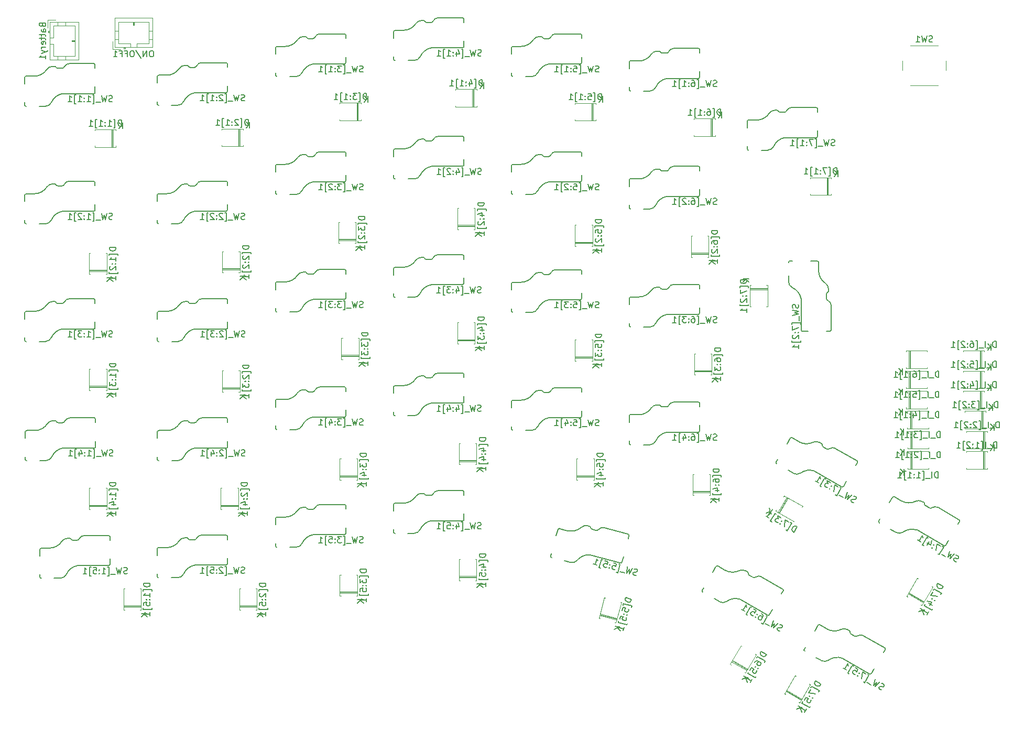
<source format=gbo>
%TF.GenerationSoftware,KiCad,Pcbnew,8.0.2-1*%
%TF.CreationDate,2024-06-04T11:33:54+02:00*%
%TF.ProjectId,keyboard,6b657962-6f61-4726-942e-6b696361645f,rev?*%
%TF.SameCoordinates,Original*%
%TF.FileFunction,Legend,Bot*%
%TF.FilePolarity,Positive*%
%FSLAX46Y46*%
G04 Gerber Fmt 4.6, Leading zero omitted, Abs format (unit mm)*
G04 Created by KiCad (PCBNEW 8.0.2-1) date 2024-06-04 11:33:54*
%MOMM*%
%LPD*%
G01*
G04 APERTURE LIST*
%ADD10C,0.150000*%
%ADD11C,0.120000*%
G04 APERTURE END LIST*
D10*
X201095237Y-82284819D02*
X201095237Y-81284819D01*
X201095237Y-81284819D02*
X200857142Y-81284819D01*
X200857142Y-81284819D02*
X200714285Y-81332438D01*
X200714285Y-81332438D02*
X200619047Y-81427676D01*
X200619047Y-81427676D02*
X200571428Y-81522914D01*
X200571428Y-81522914D02*
X200523809Y-81713390D01*
X200523809Y-81713390D02*
X200523809Y-81856247D01*
X200523809Y-81856247D02*
X200571428Y-82046723D01*
X200571428Y-82046723D02*
X200619047Y-82141961D01*
X200619047Y-82141961D02*
X200714285Y-82237200D01*
X200714285Y-82237200D02*
X200857142Y-82284819D01*
X200857142Y-82284819D02*
X201095237Y-82284819D01*
X200333333Y-82380057D02*
X199571428Y-82380057D01*
X199333332Y-82284819D02*
X199333332Y-81284819D01*
X199095238Y-82380057D02*
X198333333Y-82380057D01*
X197809523Y-82618152D02*
X198047618Y-82618152D01*
X198047618Y-82618152D02*
X198047618Y-81189580D01*
X198047618Y-81189580D02*
X197809523Y-81189580D01*
X196999999Y-81284819D02*
X197190475Y-81284819D01*
X197190475Y-81284819D02*
X197285713Y-81332438D01*
X197285713Y-81332438D02*
X197333332Y-81380057D01*
X197333332Y-81380057D02*
X197428570Y-81522914D01*
X197428570Y-81522914D02*
X197476189Y-81713390D01*
X197476189Y-81713390D02*
X197476189Y-82094342D01*
X197476189Y-82094342D02*
X197428570Y-82189580D01*
X197428570Y-82189580D02*
X197380951Y-82237200D01*
X197380951Y-82237200D02*
X197285713Y-82284819D01*
X197285713Y-82284819D02*
X197095237Y-82284819D01*
X197095237Y-82284819D02*
X196999999Y-82237200D01*
X196999999Y-82237200D02*
X196952380Y-82189580D01*
X196952380Y-82189580D02*
X196904761Y-82094342D01*
X196904761Y-82094342D02*
X196904761Y-81856247D01*
X196904761Y-81856247D02*
X196952380Y-81761009D01*
X196952380Y-81761009D02*
X196999999Y-81713390D01*
X196999999Y-81713390D02*
X197095237Y-81665771D01*
X197095237Y-81665771D02*
X197285713Y-81665771D01*
X197285713Y-81665771D02*
X197380951Y-81713390D01*
X197380951Y-81713390D02*
X197428570Y-81761009D01*
X197428570Y-81761009D02*
X197476189Y-81856247D01*
X196476189Y-82189580D02*
X196428570Y-82237200D01*
X196428570Y-82237200D02*
X196476189Y-82284819D01*
X196476189Y-82284819D02*
X196523808Y-82237200D01*
X196523808Y-82237200D02*
X196476189Y-82189580D01*
X196476189Y-82189580D02*
X196476189Y-82284819D01*
X196476189Y-81665771D02*
X196428570Y-81713390D01*
X196428570Y-81713390D02*
X196476189Y-81761009D01*
X196476189Y-81761009D02*
X196523808Y-81713390D01*
X196523808Y-81713390D02*
X196476189Y-81665771D01*
X196476189Y-81665771D02*
X196476189Y-81761009D01*
X196047618Y-81380057D02*
X195999999Y-81332438D01*
X195999999Y-81332438D02*
X195904761Y-81284819D01*
X195904761Y-81284819D02*
X195666666Y-81284819D01*
X195666666Y-81284819D02*
X195571428Y-81332438D01*
X195571428Y-81332438D02*
X195523809Y-81380057D01*
X195523809Y-81380057D02*
X195476190Y-81475295D01*
X195476190Y-81475295D02*
X195476190Y-81570533D01*
X195476190Y-81570533D02*
X195523809Y-81713390D01*
X195523809Y-81713390D02*
X196095237Y-82284819D01*
X196095237Y-82284819D02*
X195476190Y-82284819D01*
X195142856Y-82618152D02*
X194904761Y-82618152D01*
X194904761Y-82618152D02*
X194904761Y-81189580D01*
X194904761Y-81189580D02*
X195142856Y-81189580D01*
X193857142Y-82284819D02*
X194428570Y-82284819D01*
X194142856Y-82284819D02*
X194142856Y-81284819D01*
X194142856Y-81284819D02*
X194238094Y-81427676D01*
X194238094Y-81427676D02*
X194333332Y-81522914D01*
X194333332Y-81522914D02*
X194428570Y-81570533D01*
X200301904Y-82704819D02*
X200301904Y-81704819D01*
X199730476Y-82704819D02*
X200159047Y-82133390D01*
X199730476Y-81704819D02*
X200301904Y-82276247D01*
X201214285Y-98534819D02*
X201214285Y-97534819D01*
X201214285Y-97534819D02*
X200976190Y-97534819D01*
X200976190Y-97534819D02*
X200833333Y-97582438D01*
X200833333Y-97582438D02*
X200738095Y-97677676D01*
X200738095Y-97677676D02*
X200690476Y-97772914D01*
X200690476Y-97772914D02*
X200642857Y-97963390D01*
X200642857Y-97963390D02*
X200642857Y-98106247D01*
X200642857Y-98106247D02*
X200690476Y-98296723D01*
X200690476Y-98296723D02*
X200738095Y-98391961D01*
X200738095Y-98391961D02*
X200833333Y-98487200D01*
X200833333Y-98487200D02*
X200976190Y-98534819D01*
X200976190Y-98534819D02*
X201214285Y-98534819D01*
X200452381Y-98630057D02*
X199690476Y-98630057D01*
X199452380Y-98534819D02*
X199452380Y-97534819D01*
X198690476Y-98868152D02*
X198928571Y-98868152D01*
X198928571Y-98868152D02*
X198928571Y-97439580D01*
X198928571Y-97439580D02*
X198690476Y-97439580D01*
X197785714Y-98534819D02*
X198357142Y-98534819D01*
X198071428Y-98534819D02*
X198071428Y-97534819D01*
X198071428Y-97534819D02*
X198166666Y-97677676D01*
X198166666Y-97677676D02*
X198261904Y-97772914D01*
X198261904Y-97772914D02*
X198357142Y-97820533D01*
X197357142Y-98439580D02*
X197309523Y-98487200D01*
X197309523Y-98487200D02*
X197357142Y-98534819D01*
X197357142Y-98534819D02*
X197404761Y-98487200D01*
X197404761Y-98487200D02*
X197357142Y-98439580D01*
X197357142Y-98439580D02*
X197357142Y-98534819D01*
X197357142Y-97915771D02*
X197309523Y-97963390D01*
X197309523Y-97963390D02*
X197357142Y-98011009D01*
X197357142Y-98011009D02*
X197404761Y-97963390D01*
X197404761Y-97963390D02*
X197357142Y-97915771D01*
X197357142Y-97915771D02*
X197357142Y-98011009D01*
X196928571Y-97630057D02*
X196880952Y-97582438D01*
X196880952Y-97582438D02*
X196785714Y-97534819D01*
X196785714Y-97534819D02*
X196547619Y-97534819D01*
X196547619Y-97534819D02*
X196452381Y-97582438D01*
X196452381Y-97582438D02*
X196404762Y-97630057D01*
X196404762Y-97630057D02*
X196357143Y-97725295D01*
X196357143Y-97725295D02*
X196357143Y-97820533D01*
X196357143Y-97820533D02*
X196404762Y-97963390D01*
X196404762Y-97963390D02*
X196976190Y-98534819D01*
X196976190Y-98534819D02*
X196357143Y-98534819D01*
X196023809Y-98868152D02*
X195785714Y-98868152D01*
X195785714Y-98868152D02*
X195785714Y-97439580D01*
X195785714Y-97439580D02*
X196023809Y-97439580D01*
X194738095Y-98534819D02*
X195309523Y-98534819D01*
X195023809Y-98534819D02*
X195023809Y-97534819D01*
X195023809Y-97534819D02*
X195119047Y-97677676D01*
X195119047Y-97677676D02*
X195214285Y-97772914D01*
X195214285Y-97772914D02*
X195309523Y-97820533D01*
X200801904Y-98954819D02*
X200801904Y-97954819D01*
X200230476Y-98954819D02*
X200659047Y-98383390D01*
X200230476Y-97954819D02*
X200801904Y-98526247D01*
X192095237Y-100124819D02*
X192095237Y-99124819D01*
X192095237Y-99124819D02*
X191857142Y-99124819D01*
X191857142Y-99124819D02*
X191714285Y-99172438D01*
X191714285Y-99172438D02*
X191619047Y-99267676D01*
X191619047Y-99267676D02*
X191571428Y-99362914D01*
X191571428Y-99362914D02*
X191523809Y-99553390D01*
X191523809Y-99553390D02*
X191523809Y-99696247D01*
X191523809Y-99696247D02*
X191571428Y-99886723D01*
X191571428Y-99886723D02*
X191619047Y-99981961D01*
X191619047Y-99981961D02*
X191714285Y-100077200D01*
X191714285Y-100077200D02*
X191857142Y-100124819D01*
X191857142Y-100124819D02*
X192095237Y-100124819D01*
X191333333Y-100220057D02*
X190571428Y-100220057D01*
X190333332Y-100124819D02*
X190333332Y-99124819D01*
X190095238Y-100220057D02*
X189333333Y-100220057D01*
X188809523Y-100458152D02*
X189047618Y-100458152D01*
X189047618Y-100458152D02*
X189047618Y-99029580D01*
X189047618Y-99029580D02*
X188809523Y-99029580D01*
X188476189Y-99220057D02*
X188428570Y-99172438D01*
X188428570Y-99172438D02*
X188333332Y-99124819D01*
X188333332Y-99124819D02*
X188095237Y-99124819D01*
X188095237Y-99124819D02*
X187999999Y-99172438D01*
X187999999Y-99172438D02*
X187952380Y-99220057D01*
X187952380Y-99220057D02*
X187904761Y-99315295D01*
X187904761Y-99315295D02*
X187904761Y-99410533D01*
X187904761Y-99410533D02*
X187952380Y-99553390D01*
X187952380Y-99553390D02*
X188523808Y-100124819D01*
X188523808Y-100124819D02*
X187904761Y-100124819D01*
X187476189Y-100029580D02*
X187428570Y-100077200D01*
X187428570Y-100077200D02*
X187476189Y-100124819D01*
X187476189Y-100124819D02*
X187523808Y-100077200D01*
X187523808Y-100077200D02*
X187476189Y-100029580D01*
X187476189Y-100029580D02*
X187476189Y-100124819D01*
X187476189Y-99505771D02*
X187428570Y-99553390D01*
X187428570Y-99553390D02*
X187476189Y-99601009D01*
X187476189Y-99601009D02*
X187523808Y-99553390D01*
X187523808Y-99553390D02*
X187476189Y-99505771D01*
X187476189Y-99505771D02*
X187476189Y-99601009D01*
X186476190Y-100124819D02*
X187047618Y-100124819D01*
X186761904Y-100124819D02*
X186761904Y-99124819D01*
X186761904Y-99124819D02*
X186857142Y-99267676D01*
X186857142Y-99267676D02*
X186952380Y-99362914D01*
X186952380Y-99362914D02*
X187047618Y-99410533D01*
X186142856Y-100458152D02*
X185904761Y-100458152D01*
X185904761Y-100458152D02*
X185904761Y-99029580D01*
X185904761Y-99029580D02*
X186142856Y-99029580D01*
X184857142Y-100124819D02*
X185428570Y-100124819D01*
X185142856Y-100124819D02*
X185142856Y-99124819D01*
X185142856Y-99124819D02*
X185238094Y-99267676D01*
X185238094Y-99267676D02*
X185333332Y-99362914D01*
X185333332Y-99362914D02*
X185428570Y-99410533D01*
X186221904Y-99704819D02*
X186221904Y-98704819D01*
X185650476Y-99704819D02*
X186079047Y-99133390D01*
X185650476Y-98704819D02*
X186221904Y-99276247D01*
X201595237Y-95284819D02*
X201595237Y-94284819D01*
X201595237Y-94284819D02*
X201357142Y-94284819D01*
X201357142Y-94284819D02*
X201214285Y-94332438D01*
X201214285Y-94332438D02*
X201119047Y-94427676D01*
X201119047Y-94427676D02*
X201071428Y-94522914D01*
X201071428Y-94522914D02*
X201023809Y-94713390D01*
X201023809Y-94713390D02*
X201023809Y-94856247D01*
X201023809Y-94856247D02*
X201071428Y-95046723D01*
X201071428Y-95046723D02*
X201119047Y-95141961D01*
X201119047Y-95141961D02*
X201214285Y-95237200D01*
X201214285Y-95237200D02*
X201357142Y-95284819D01*
X201357142Y-95284819D02*
X201595237Y-95284819D01*
X200833333Y-95380057D02*
X200071428Y-95380057D01*
X199833332Y-95284819D02*
X199833332Y-94284819D01*
X199595238Y-95380057D02*
X198833333Y-95380057D01*
X198309523Y-95618152D02*
X198547618Y-95618152D01*
X198547618Y-95618152D02*
X198547618Y-94189580D01*
X198547618Y-94189580D02*
X198309523Y-94189580D01*
X197976189Y-94380057D02*
X197928570Y-94332438D01*
X197928570Y-94332438D02*
X197833332Y-94284819D01*
X197833332Y-94284819D02*
X197595237Y-94284819D01*
X197595237Y-94284819D02*
X197499999Y-94332438D01*
X197499999Y-94332438D02*
X197452380Y-94380057D01*
X197452380Y-94380057D02*
X197404761Y-94475295D01*
X197404761Y-94475295D02*
X197404761Y-94570533D01*
X197404761Y-94570533D02*
X197452380Y-94713390D01*
X197452380Y-94713390D02*
X198023808Y-95284819D01*
X198023808Y-95284819D02*
X197404761Y-95284819D01*
X196976189Y-95189580D02*
X196928570Y-95237200D01*
X196928570Y-95237200D02*
X196976189Y-95284819D01*
X196976189Y-95284819D02*
X197023808Y-95237200D01*
X197023808Y-95237200D02*
X196976189Y-95189580D01*
X196976189Y-95189580D02*
X196976189Y-95284819D01*
X196976189Y-94665771D02*
X196928570Y-94713390D01*
X196928570Y-94713390D02*
X196976189Y-94761009D01*
X196976189Y-94761009D02*
X197023808Y-94713390D01*
X197023808Y-94713390D02*
X196976189Y-94665771D01*
X196976189Y-94665771D02*
X196976189Y-94761009D01*
X196547618Y-94380057D02*
X196499999Y-94332438D01*
X196499999Y-94332438D02*
X196404761Y-94284819D01*
X196404761Y-94284819D02*
X196166666Y-94284819D01*
X196166666Y-94284819D02*
X196071428Y-94332438D01*
X196071428Y-94332438D02*
X196023809Y-94380057D01*
X196023809Y-94380057D02*
X195976190Y-94475295D01*
X195976190Y-94475295D02*
X195976190Y-94570533D01*
X195976190Y-94570533D02*
X196023809Y-94713390D01*
X196023809Y-94713390D02*
X196595237Y-95284819D01*
X196595237Y-95284819D02*
X195976190Y-95284819D01*
X195642856Y-95618152D02*
X195404761Y-95618152D01*
X195404761Y-95618152D02*
X195404761Y-94189580D01*
X195404761Y-94189580D02*
X195642856Y-94189580D01*
X194357142Y-95284819D02*
X194928570Y-95284819D01*
X194642856Y-95284819D02*
X194642856Y-94284819D01*
X194642856Y-94284819D02*
X194738094Y-94427676D01*
X194738094Y-94427676D02*
X194833332Y-94522914D01*
X194833332Y-94522914D02*
X194928570Y-94570533D01*
X200801904Y-95704819D02*
X200801904Y-94704819D01*
X200230476Y-95704819D02*
X200659047Y-95133390D01*
X200230476Y-94704819D02*
X200801904Y-95276247D01*
X191845237Y-93624819D02*
X191845237Y-92624819D01*
X191845237Y-92624819D02*
X191607142Y-92624819D01*
X191607142Y-92624819D02*
X191464285Y-92672438D01*
X191464285Y-92672438D02*
X191369047Y-92767676D01*
X191369047Y-92767676D02*
X191321428Y-92862914D01*
X191321428Y-92862914D02*
X191273809Y-93053390D01*
X191273809Y-93053390D02*
X191273809Y-93196247D01*
X191273809Y-93196247D02*
X191321428Y-93386723D01*
X191321428Y-93386723D02*
X191369047Y-93481961D01*
X191369047Y-93481961D02*
X191464285Y-93577200D01*
X191464285Y-93577200D02*
X191607142Y-93624819D01*
X191607142Y-93624819D02*
X191845237Y-93624819D01*
X191083333Y-93720057D02*
X190321428Y-93720057D01*
X190083332Y-93624819D02*
X190083332Y-92624819D01*
X189845238Y-93720057D02*
X189083333Y-93720057D01*
X188559523Y-93958152D02*
X188797618Y-93958152D01*
X188797618Y-93958152D02*
X188797618Y-92529580D01*
X188797618Y-92529580D02*
X188559523Y-92529580D01*
X187749999Y-92958152D02*
X187749999Y-93624819D01*
X187988094Y-92577200D02*
X188226189Y-93291485D01*
X188226189Y-93291485D02*
X187607142Y-93291485D01*
X187226189Y-93529580D02*
X187178570Y-93577200D01*
X187178570Y-93577200D02*
X187226189Y-93624819D01*
X187226189Y-93624819D02*
X187273808Y-93577200D01*
X187273808Y-93577200D02*
X187226189Y-93529580D01*
X187226189Y-93529580D02*
X187226189Y-93624819D01*
X187226189Y-93005771D02*
X187178570Y-93053390D01*
X187178570Y-93053390D02*
X187226189Y-93101009D01*
X187226189Y-93101009D02*
X187273808Y-93053390D01*
X187273808Y-93053390D02*
X187226189Y-93005771D01*
X187226189Y-93005771D02*
X187226189Y-93101009D01*
X186226190Y-93624819D02*
X186797618Y-93624819D01*
X186511904Y-93624819D02*
X186511904Y-92624819D01*
X186511904Y-92624819D02*
X186607142Y-92767676D01*
X186607142Y-92767676D02*
X186702380Y-92862914D01*
X186702380Y-92862914D02*
X186797618Y-92910533D01*
X185892856Y-93958152D02*
X185654761Y-93958152D01*
X185654761Y-93958152D02*
X185654761Y-92529580D01*
X185654761Y-92529580D02*
X185892856Y-92529580D01*
X184607142Y-93624819D02*
X185178570Y-93624819D01*
X184892856Y-93624819D02*
X184892856Y-92624819D01*
X184892856Y-92624819D02*
X184988094Y-92767676D01*
X184988094Y-92767676D02*
X185083332Y-92862914D01*
X185083332Y-92862914D02*
X185178570Y-92910533D01*
X185971904Y-93204819D02*
X185971904Y-92204819D01*
X185400476Y-93204819D02*
X185829047Y-92633390D01*
X185400476Y-92204819D02*
X185971904Y-92776247D01*
X191845237Y-90374819D02*
X191845237Y-89374819D01*
X191845237Y-89374819D02*
X191607142Y-89374819D01*
X191607142Y-89374819D02*
X191464285Y-89422438D01*
X191464285Y-89422438D02*
X191369047Y-89517676D01*
X191369047Y-89517676D02*
X191321428Y-89612914D01*
X191321428Y-89612914D02*
X191273809Y-89803390D01*
X191273809Y-89803390D02*
X191273809Y-89946247D01*
X191273809Y-89946247D02*
X191321428Y-90136723D01*
X191321428Y-90136723D02*
X191369047Y-90231961D01*
X191369047Y-90231961D02*
X191464285Y-90327200D01*
X191464285Y-90327200D02*
X191607142Y-90374819D01*
X191607142Y-90374819D02*
X191845237Y-90374819D01*
X191083333Y-90470057D02*
X190321428Y-90470057D01*
X190083332Y-90374819D02*
X190083332Y-89374819D01*
X189845238Y-90470057D02*
X189083333Y-90470057D01*
X188559523Y-90708152D02*
X188797618Y-90708152D01*
X188797618Y-90708152D02*
X188797618Y-89279580D01*
X188797618Y-89279580D02*
X188559523Y-89279580D01*
X187702380Y-89374819D02*
X188178570Y-89374819D01*
X188178570Y-89374819D02*
X188226189Y-89851009D01*
X188226189Y-89851009D02*
X188178570Y-89803390D01*
X188178570Y-89803390D02*
X188083332Y-89755771D01*
X188083332Y-89755771D02*
X187845237Y-89755771D01*
X187845237Y-89755771D02*
X187749999Y-89803390D01*
X187749999Y-89803390D02*
X187702380Y-89851009D01*
X187702380Y-89851009D02*
X187654761Y-89946247D01*
X187654761Y-89946247D02*
X187654761Y-90184342D01*
X187654761Y-90184342D02*
X187702380Y-90279580D01*
X187702380Y-90279580D02*
X187749999Y-90327200D01*
X187749999Y-90327200D02*
X187845237Y-90374819D01*
X187845237Y-90374819D02*
X188083332Y-90374819D01*
X188083332Y-90374819D02*
X188178570Y-90327200D01*
X188178570Y-90327200D02*
X188226189Y-90279580D01*
X187226189Y-90279580D02*
X187178570Y-90327200D01*
X187178570Y-90327200D02*
X187226189Y-90374819D01*
X187226189Y-90374819D02*
X187273808Y-90327200D01*
X187273808Y-90327200D02*
X187226189Y-90279580D01*
X187226189Y-90279580D02*
X187226189Y-90374819D01*
X187226189Y-89755771D02*
X187178570Y-89803390D01*
X187178570Y-89803390D02*
X187226189Y-89851009D01*
X187226189Y-89851009D02*
X187273808Y-89803390D01*
X187273808Y-89803390D02*
X187226189Y-89755771D01*
X187226189Y-89755771D02*
X187226189Y-89851009D01*
X186226190Y-90374819D02*
X186797618Y-90374819D01*
X186511904Y-90374819D02*
X186511904Y-89374819D01*
X186511904Y-89374819D02*
X186607142Y-89517676D01*
X186607142Y-89517676D02*
X186702380Y-89612914D01*
X186702380Y-89612914D02*
X186797618Y-89660533D01*
X185892856Y-90708152D02*
X185654761Y-90708152D01*
X185654761Y-90708152D02*
X185654761Y-89279580D01*
X185654761Y-89279580D02*
X185892856Y-89279580D01*
X184607142Y-90374819D02*
X185178570Y-90374819D01*
X184892856Y-90374819D02*
X184892856Y-89374819D01*
X184892856Y-89374819D02*
X184988094Y-89517676D01*
X184988094Y-89517676D02*
X185083332Y-89612914D01*
X185083332Y-89612914D02*
X185178570Y-89660533D01*
X185971904Y-89954819D02*
X185971904Y-88954819D01*
X185400476Y-89954819D02*
X185829047Y-89383390D01*
X185400476Y-88954819D02*
X185971904Y-89526247D01*
X201095237Y-85534819D02*
X201095237Y-84534819D01*
X201095237Y-84534819D02*
X200857142Y-84534819D01*
X200857142Y-84534819D02*
X200714285Y-84582438D01*
X200714285Y-84582438D02*
X200619047Y-84677676D01*
X200619047Y-84677676D02*
X200571428Y-84772914D01*
X200571428Y-84772914D02*
X200523809Y-84963390D01*
X200523809Y-84963390D02*
X200523809Y-85106247D01*
X200523809Y-85106247D02*
X200571428Y-85296723D01*
X200571428Y-85296723D02*
X200619047Y-85391961D01*
X200619047Y-85391961D02*
X200714285Y-85487200D01*
X200714285Y-85487200D02*
X200857142Y-85534819D01*
X200857142Y-85534819D02*
X201095237Y-85534819D01*
X200333333Y-85630057D02*
X199571428Y-85630057D01*
X199333332Y-85534819D02*
X199333332Y-84534819D01*
X199095238Y-85630057D02*
X198333333Y-85630057D01*
X197809523Y-85868152D02*
X198047618Y-85868152D01*
X198047618Y-85868152D02*
X198047618Y-84439580D01*
X198047618Y-84439580D02*
X197809523Y-84439580D01*
X196952380Y-84534819D02*
X197428570Y-84534819D01*
X197428570Y-84534819D02*
X197476189Y-85011009D01*
X197476189Y-85011009D02*
X197428570Y-84963390D01*
X197428570Y-84963390D02*
X197333332Y-84915771D01*
X197333332Y-84915771D02*
X197095237Y-84915771D01*
X197095237Y-84915771D02*
X196999999Y-84963390D01*
X196999999Y-84963390D02*
X196952380Y-85011009D01*
X196952380Y-85011009D02*
X196904761Y-85106247D01*
X196904761Y-85106247D02*
X196904761Y-85344342D01*
X196904761Y-85344342D02*
X196952380Y-85439580D01*
X196952380Y-85439580D02*
X196999999Y-85487200D01*
X196999999Y-85487200D02*
X197095237Y-85534819D01*
X197095237Y-85534819D02*
X197333332Y-85534819D01*
X197333332Y-85534819D02*
X197428570Y-85487200D01*
X197428570Y-85487200D02*
X197476189Y-85439580D01*
X196476189Y-85439580D02*
X196428570Y-85487200D01*
X196428570Y-85487200D02*
X196476189Y-85534819D01*
X196476189Y-85534819D02*
X196523808Y-85487200D01*
X196523808Y-85487200D02*
X196476189Y-85439580D01*
X196476189Y-85439580D02*
X196476189Y-85534819D01*
X196476189Y-84915771D02*
X196428570Y-84963390D01*
X196428570Y-84963390D02*
X196476189Y-85011009D01*
X196476189Y-85011009D02*
X196523808Y-84963390D01*
X196523808Y-84963390D02*
X196476189Y-84915771D01*
X196476189Y-84915771D02*
X196476189Y-85011009D01*
X196047618Y-84630057D02*
X195999999Y-84582438D01*
X195999999Y-84582438D02*
X195904761Y-84534819D01*
X195904761Y-84534819D02*
X195666666Y-84534819D01*
X195666666Y-84534819D02*
X195571428Y-84582438D01*
X195571428Y-84582438D02*
X195523809Y-84630057D01*
X195523809Y-84630057D02*
X195476190Y-84725295D01*
X195476190Y-84725295D02*
X195476190Y-84820533D01*
X195476190Y-84820533D02*
X195523809Y-84963390D01*
X195523809Y-84963390D02*
X196095237Y-85534819D01*
X196095237Y-85534819D02*
X195476190Y-85534819D01*
X195142856Y-85868152D02*
X194904761Y-85868152D01*
X194904761Y-85868152D02*
X194904761Y-84439580D01*
X194904761Y-84439580D02*
X195142856Y-84439580D01*
X193857142Y-85534819D02*
X194428570Y-85534819D01*
X194142856Y-85534819D02*
X194142856Y-84534819D01*
X194142856Y-84534819D02*
X194238094Y-84677676D01*
X194238094Y-84677676D02*
X194333332Y-84772914D01*
X194333332Y-84772914D02*
X194428570Y-84820533D01*
X200301904Y-85954819D02*
X200301904Y-84954819D01*
X199730476Y-85954819D02*
X200159047Y-85383390D01*
X199730476Y-84954819D02*
X200301904Y-85526247D01*
X192055237Y-96874819D02*
X192055237Y-95874819D01*
X192055237Y-95874819D02*
X191817142Y-95874819D01*
X191817142Y-95874819D02*
X191674285Y-95922438D01*
X191674285Y-95922438D02*
X191579047Y-96017676D01*
X191579047Y-96017676D02*
X191531428Y-96112914D01*
X191531428Y-96112914D02*
X191483809Y-96303390D01*
X191483809Y-96303390D02*
X191483809Y-96446247D01*
X191483809Y-96446247D02*
X191531428Y-96636723D01*
X191531428Y-96636723D02*
X191579047Y-96731961D01*
X191579047Y-96731961D02*
X191674285Y-96827200D01*
X191674285Y-96827200D02*
X191817142Y-96874819D01*
X191817142Y-96874819D02*
X192055237Y-96874819D01*
X191293333Y-96970057D02*
X190531428Y-96970057D01*
X190293332Y-96874819D02*
X190293332Y-95874819D01*
X190055238Y-96970057D02*
X189293333Y-96970057D01*
X188769523Y-97208152D02*
X189007618Y-97208152D01*
X189007618Y-97208152D02*
X189007618Y-95779580D01*
X189007618Y-95779580D02*
X188769523Y-95779580D01*
X188483808Y-95874819D02*
X187864761Y-95874819D01*
X187864761Y-95874819D02*
X188198094Y-96255771D01*
X188198094Y-96255771D02*
X188055237Y-96255771D01*
X188055237Y-96255771D02*
X187959999Y-96303390D01*
X187959999Y-96303390D02*
X187912380Y-96351009D01*
X187912380Y-96351009D02*
X187864761Y-96446247D01*
X187864761Y-96446247D02*
X187864761Y-96684342D01*
X187864761Y-96684342D02*
X187912380Y-96779580D01*
X187912380Y-96779580D02*
X187959999Y-96827200D01*
X187959999Y-96827200D02*
X188055237Y-96874819D01*
X188055237Y-96874819D02*
X188340951Y-96874819D01*
X188340951Y-96874819D02*
X188436189Y-96827200D01*
X188436189Y-96827200D02*
X188483808Y-96779580D01*
X187436189Y-96779580D02*
X187388570Y-96827200D01*
X187388570Y-96827200D02*
X187436189Y-96874819D01*
X187436189Y-96874819D02*
X187483808Y-96827200D01*
X187483808Y-96827200D02*
X187436189Y-96779580D01*
X187436189Y-96779580D02*
X187436189Y-96874819D01*
X187436189Y-96255771D02*
X187388570Y-96303390D01*
X187388570Y-96303390D02*
X187436189Y-96351009D01*
X187436189Y-96351009D02*
X187483808Y-96303390D01*
X187483808Y-96303390D02*
X187436189Y-96255771D01*
X187436189Y-96255771D02*
X187436189Y-96351009D01*
X186436190Y-96874819D02*
X187007618Y-96874819D01*
X186721904Y-96874819D02*
X186721904Y-95874819D01*
X186721904Y-95874819D02*
X186817142Y-96017676D01*
X186817142Y-96017676D02*
X186912380Y-96112914D01*
X186912380Y-96112914D02*
X187007618Y-96160533D01*
X186102856Y-97208152D02*
X185864761Y-97208152D01*
X185864761Y-97208152D02*
X185864761Y-95779580D01*
X185864761Y-95779580D02*
X186102856Y-95779580D01*
X184817142Y-96874819D02*
X185388570Y-96874819D01*
X185102856Y-96874819D02*
X185102856Y-95874819D01*
X185102856Y-95874819D02*
X185198094Y-96017676D01*
X185198094Y-96017676D02*
X185293332Y-96112914D01*
X185293332Y-96112914D02*
X185388570Y-96160533D01*
X186181904Y-96454819D02*
X186181904Y-95454819D01*
X185610476Y-96454819D02*
X186039047Y-95883390D01*
X185610476Y-95454819D02*
X186181904Y-96026247D01*
X201095237Y-88784819D02*
X201095237Y-87784819D01*
X201095237Y-87784819D02*
X200857142Y-87784819D01*
X200857142Y-87784819D02*
X200714285Y-87832438D01*
X200714285Y-87832438D02*
X200619047Y-87927676D01*
X200619047Y-87927676D02*
X200571428Y-88022914D01*
X200571428Y-88022914D02*
X200523809Y-88213390D01*
X200523809Y-88213390D02*
X200523809Y-88356247D01*
X200523809Y-88356247D02*
X200571428Y-88546723D01*
X200571428Y-88546723D02*
X200619047Y-88641961D01*
X200619047Y-88641961D02*
X200714285Y-88737200D01*
X200714285Y-88737200D02*
X200857142Y-88784819D01*
X200857142Y-88784819D02*
X201095237Y-88784819D01*
X200333333Y-88880057D02*
X199571428Y-88880057D01*
X199333332Y-88784819D02*
X199333332Y-87784819D01*
X199095238Y-88880057D02*
X198333333Y-88880057D01*
X197809523Y-89118152D02*
X198047618Y-89118152D01*
X198047618Y-89118152D02*
X198047618Y-87689580D01*
X198047618Y-87689580D02*
X197809523Y-87689580D01*
X196999999Y-88118152D02*
X196999999Y-88784819D01*
X197238094Y-87737200D02*
X197476189Y-88451485D01*
X197476189Y-88451485D02*
X196857142Y-88451485D01*
X196476189Y-88689580D02*
X196428570Y-88737200D01*
X196428570Y-88737200D02*
X196476189Y-88784819D01*
X196476189Y-88784819D02*
X196523808Y-88737200D01*
X196523808Y-88737200D02*
X196476189Y-88689580D01*
X196476189Y-88689580D02*
X196476189Y-88784819D01*
X196476189Y-88165771D02*
X196428570Y-88213390D01*
X196428570Y-88213390D02*
X196476189Y-88261009D01*
X196476189Y-88261009D02*
X196523808Y-88213390D01*
X196523808Y-88213390D02*
X196476189Y-88165771D01*
X196476189Y-88165771D02*
X196476189Y-88261009D01*
X196047618Y-87880057D02*
X195999999Y-87832438D01*
X195999999Y-87832438D02*
X195904761Y-87784819D01*
X195904761Y-87784819D02*
X195666666Y-87784819D01*
X195666666Y-87784819D02*
X195571428Y-87832438D01*
X195571428Y-87832438D02*
X195523809Y-87880057D01*
X195523809Y-87880057D02*
X195476190Y-87975295D01*
X195476190Y-87975295D02*
X195476190Y-88070533D01*
X195476190Y-88070533D02*
X195523809Y-88213390D01*
X195523809Y-88213390D02*
X196095237Y-88784819D01*
X196095237Y-88784819D02*
X195476190Y-88784819D01*
X195142856Y-89118152D02*
X194904761Y-89118152D01*
X194904761Y-89118152D02*
X194904761Y-87689580D01*
X194904761Y-87689580D02*
X195142856Y-87689580D01*
X193857142Y-88784819D02*
X194428570Y-88784819D01*
X194142856Y-88784819D02*
X194142856Y-87784819D01*
X194142856Y-87784819D02*
X194238094Y-87927676D01*
X194238094Y-87927676D02*
X194333332Y-88022914D01*
X194333332Y-88022914D02*
X194428570Y-88070533D01*
X200301904Y-89204819D02*
X200301904Y-88204819D01*
X199730476Y-89204819D02*
X200159047Y-88633390D01*
X199730476Y-88204819D02*
X200301904Y-88776247D01*
X201345237Y-92034819D02*
X201345237Y-91034819D01*
X201345237Y-91034819D02*
X201107142Y-91034819D01*
X201107142Y-91034819D02*
X200964285Y-91082438D01*
X200964285Y-91082438D02*
X200869047Y-91177676D01*
X200869047Y-91177676D02*
X200821428Y-91272914D01*
X200821428Y-91272914D02*
X200773809Y-91463390D01*
X200773809Y-91463390D02*
X200773809Y-91606247D01*
X200773809Y-91606247D02*
X200821428Y-91796723D01*
X200821428Y-91796723D02*
X200869047Y-91891961D01*
X200869047Y-91891961D02*
X200964285Y-91987200D01*
X200964285Y-91987200D02*
X201107142Y-92034819D01*
X201107142Y-92034819D02*
X201345237Y-92034819D01*
X200583333Y-92130057D02*
X199821428Y-92130057D01*
X199583332Y-92034819D02*
X199583332Y-91034819D01*
X199345238Y-92130057D02*
X198583333Y-92130057D01*
X198059523Y-92368152D02*
X198297618Y-92368152D01*
X198297618Y-92368152D02*
X198297618Y-90939580D01*
X198297618Y-90939580D02*
X198059523Y-90939580D01*
X197773808Y-91034819D02*
X197154761Y-91034819D01*
X197154761Y-91034819D02*
X197488094Y-91415771D01*
X197488094Y-91415771D02*
X197345237Y-91415771D01*
X197345237Y-91415771D02*
X197249999Y-91463390D01*
X197249999Y-91463390D02*
X197202380Y-91511009D01*
X197202380Y-91511009D02*
X197154761Y-91606247D01*
X197154761Y-91606247D02*
X197154761Y-91844342D01*
X197154761Y-91844342D02*
X197202380Y-91939580D01*
X197202380Y-91939580D02*
X197249999Y-91987200D01*
X197249999Y-91987200D02*
X197345237Y-92034819D01*
X197345237Y-92034819D02*
X197630951Y-92034819D01*
X197630951Y-92034819D02*
X197726189Y-91987200D01*
X197726189Y-91987200D02*
X197773808Y-91939580D01*
X196726189Y-91939580D02*
X196678570Y-91987200D01*
X196678570Y-91987200D02*
X196726189Y-92034819D01*
X196726189Y-92034819D02*
X196773808Y-91987200D01*
X196773808Y-91987200D02*
X196726189Y-91939580D01*
X196726189Y-91939580D02*
X196726189Y-92034819D01*
X196726189Y-91415771D02*
X196678570Y-91463390D01*
X196678570Y-91463390D02*
X196726189Y-91511009D01*
X196726189Y-91511009D02*
X196773808Y-91463390D01*
X196773808Y-91463390D02*
X196726189Y-91415771D01*
X196726189Y-91415771D02*
X196726189Y-91511009D01*
X196297618Y-91130057D02*
X196249999Y-91082438D01*
X196249999Y-91082438D02*
X196154761Y-91034819D01*
X196154761Y-91034819D02*
X195916666Y-91034819D01*
X195916666Y-91034819D02*
X195821428Y-91082438D01*
X195821428Y-91082438D02*
X195773809Y-91130057D01*
X195773809Y-91130057D02*
X195726190Y-91225295D01*
X195726190Y-91225295D02*
X195726190Y-91320533D01*
X195726190Y-91320533D02*
X195773809Y-91463390D01*
X195773809Y-91463390D02*
X196345237Y-92034819D01*
X196345237Y-92034819D02*
X195726190Y-92034819D01*
X195392856Y-92368152D02*
X195154761Y-92368152D01*
X195154761Y-92368152D02*
X195154761Y-90939580D01*
X195154761Y-90939580D02*
X195392856Y-90939580D01*
X194107142Y-92034819D02*
X194678570Y-92034819D01*
X194392856Y-92034819D02*
X194392856Y-91034819D01*
X194392856Y-91034819D02*
X194488094Y-91177676D01*
X194488094Y-91177676D02*
X194583332Y-91272914D01*
X194583332Y-91272914D02*
X194678570Y-91320533D01*
X200551904Y-92454819D02*
X200551904Y-91454819D01*
X199980476Y-92454819D02*
X200409047Y-91883390D01*
X199980476Y-91454819D02*
X200551904Y-92026247D01*
X191845237Y-87124819D02*
X191845237Y-86124819D01*
X191845237Y-86124819D02*
X191607142Y-86124819D01*
X191607142Y-86124819D02*
X191464285Y-86172438D01*
X191464285Y-86172438D02*
X191369047Y-86267676D01*
X191369047Y-86267676D02*
X191321428Y-86362914D01*
X191321428Y-86362914D02*
X191273809Y-86553390D01*
X191273809Y-86553390D02*
X191273809Y-86696247D01*
X191273809Y-86696247D02*
X191321428Y-86886723D01*
X191321428Y-86886723D02*
X191369047Y-86981961D01*
X191369047Y-86981961D02*
X191464285Y-87077200D01*
X191464285Y-87077200D02*
X191607142Y-87124819D01*
X191607142Y-87124819D02*
X191845237Y-87124819D01*
X191083333Y-87220057D02*
X190321428Y-87220057D01*
X190083332Y-87124819D02*
X190083332Y-86124819D01*
X189845238Y-87220057D02*
X189083333Y-87220057D01*
X188559523Y-87458152D02*
X188797618Y-87458152D01*
X188797618Y-87458152D02*
X188797618Y-86029580D01*
X188797618Y-86029580D02*
X188559523Y-86029580D01*
X187749999Y-86124819D02*
X187940475Y-86124819D01*
X187940475Y-86124819D02*
X188035713Y-86172438D01*
X188035713Y-86172438D02*
X188083332Y-86220057D01*
X188083332Y-86220057D02*
X188178570Y-86362914D01*
X188178570Y-86362914D02*
X188226189Y-86553390D01*
X188226189Y-86553390D02*
X188226189Y-86934342D01*
X188226189Y-86934342D02*
X188178570Y-87029580D01*
X188178570Y-87029580D02*
X188130951Y-87077200D01*
X188130951Y-87077200D02*
X188035713Y-87124819D01*
X188035713Y-87124819D02*
X187845237Y-87124819D01*
X187845237Y-87124819D02*
X187749999Y-87077200D01*
X187749999Y-87077200D02*
X187702380Y-87029580D01*
X187702380Y-87029580D02*
X187654761Y-86934342D01*
X187654761Y-86934342D02*
X187654761Y-86696247D01*
X187654761Y-86696247D02*
X187702380Y-86601009D01*
X187702380Y-86601009D02*
X187749999Y-86553390D01*
X187749999Y-86553390D02*
X187845237Y-86505771D01*
X187845237Y-86505771D02*
X188035713Y-86505771D01*
X188035713Y-86505771D02*
X188130951Y-86553390D01*
X188130951Y-86553390D02*
X188178570Y-86601009D01*
X188178570Y-86601009D02*
X188226189Y-86696247D01*
X187226189Y-87029580D02*
X187178570Y-87077200D01*
X187178570Y-87077200D02*
X187226189Y-87124819D01*
X187226189Y-87124819D02*
X187273808Y-87077200D01*
X187273808Y-87077200D02*
X187226189Y-87029580D01*
X187226189Y-87029580D02*
X187226189Y-87124819D01*
X187226189Y-86505771D02*
X187178570Y-86553390D01*
X187178570Y-86553390D02*
X187226189Y-86601009D01*
X187226189Y-86601009D02*
X187273808Y-86553390D01*
X187273808Y-86553390D02*
X187226189Y-86505771D01*
X187226189Y-86505771D02*
X187226189Y-86601009D01*
X186226190Y-87124819D02*
X186797618Y-87124819D01*
X186511904Y-87124819D02*
X186511904Y-86124819D01*
X186511904Y-86124819D02*
X186607142Y-86267676D01*
X186607142Y-86267676D02*
X186702380Y-86362914D01*
X186702380Y-86362914D02*
X186797618Y-86410533D01*
X185892856Y-87458152D02*
X185654761Y-87458152D01*
X185654761Y-87458152D02*
X185654761Y-86029580D01*
X185654761Y-86029580D02*
X185892856Y-86029580D01*
X184607142Y-87124819D02*
X185178570Y-87124819D01*
X184892856Y-87124819D02*
X184892856Y-86124819D01*
X184892856Y-86124819D02*
X184988094Y-86267676D01*
X184988094Y-86267676D02*
X185083332Y-86362914D01*
X185083332Y-86362914D02*
X185178570Y-86410533D01*
X185971904Y-86704819D02*
X185971904Y-85704819D01*
X185400476Y-86704819D02*
X185829047Y-86133390D01*
X185400476Y-85704819D02*
X185971904Y-86276247D01*
X99124819Y-61154762D02*
X98124819Y-61154762D01*
X98124819Y-61154762D02*
X98124819Y-61392857D01*
X98124819Y-61392857D02*
X98172438Y-61535714D01*
X98172438Y-61535714D02*
X98267676Y-61630952D01*
X98267676Y-61630952D02*
X98362914Y-61678571D01*
X98362914Y-61678571D02*
X98553390Y-61726190D01*
X98553390Y-61726190D02*
X98696247Y-61726190D01*
X98696247Y-61726190D02*
X98886723Y-61678571D01*
X98886723Y-61678571D02*
X98981961Y-61630952D01*
X98981961Y-61630952D02*
X99077200Y-61535714D01*
X99077200Y-61535714D02*
X99124819Y-61392857D01*
X99124819Y-61392857D02*
X99124819Y-61154762D01*
X99458152Y-62440476D02*
X99458152Y-62202381D01*
X99458152Y-62202381D02*
X98029580Y-62202381D01*
X98029580Y-62202381D02*
X98029580Y-62440476D01*
X98124819Y-62726191D02*
X98124819Y-63345238D01*
X98124819Y-63345238D02*
X98505771Y-63011905D01*
X98505771Y-63011905D02*
X98505771Y-63154762D01*
X98505771Y-63154762D02*
X98553390Y-63250000D01*
X98553390Y-63250000D02*
X98601009Y-63297619D01*
X98601009Y-63297619D02*
X98696247Y-63345238D01*
X98696247Y-63345238D02*
X98934342Y-63345238D01*
X98934342Y-63345238D02*
X99029580Y-63297619D01*
X99029580Y-63297619D02*
X99077200Y-63250000D01*
X99077200Y-63250000D02*
X99124819Y-63154762D01*
X99124819Y-63154762D02*
X99124819Y-62869048D01*
X99124819Y-62869048D02*
X99077200Y-62773810D01*
X99077200Y-62773810D02*
X99029580Y-62726191D01*
X99029580Y-63773810D02*
X99077200Y-63821429D01*
X99077200Y-63821429D02*
X99124819Y-63773810D01*
X99124819Y-63773810D02*
X99077200Y-63726191D01*
X99077200Y-63726191D02*
X99029580Y-63773810D01*
X99029580Y-63773810D02*
X99124819Y-63773810D01*
X98505771Y-63773810D02*
X98553390Y-63821429D01*
X98553390Y-63821429D02*
X98601009Y-63773810D01*
X98601009Y-63773810D02*
X98553390Y-63726191D01*
X98553390Y-63726191D02*
X98505771Y-63773810D01*
X98505771Y-63773810D02*
X98601009Y-63773810D01*
X98220057Y-64202381D02*
X98172438Y-64250000D01*
X98172438Y-64250000D02*
X98124819Y-64345238D01*
X98124819Y-64345238D02*
X98124819Y-64583333D01*
X98124819Y-64583333D02*
X98172438Y-64678571D01*
X98172438Y-64678571D02*
X98220057Y-64726190D01*
X98220057Y-64726190D02*
X98315295Y-64773809D01*
X98315295Y-64773809D02*
X98410533Y-64773809D01*
X98410533Y-64773809D02*
X98553390Y-64726190D01*
X98553390Y-64726190D02*
X99124819Y-64154762D01*
X99124819Y-64154762D02*
X99124819Y-64773809D01*
X99458152Y-65107143D02*
X99458152Y-65345238D01*
X99458152Y-65345238D02*
X98029580Y-65345238D01*
X98029580Y-65345238D02*
X98029580Y-65107143D01*
X99124819Y-66392857D02*
X99124819Y-65821429D01*
X99124819Y-66107143D02*
X98124819Y-66107143D01*
X98124819Y-66107143D02*
X98267676Y-66011905D01*
X98267676Y-66011905D02*
X98362914Y-65916667D01*
X98362914Y-65916667D02*
X98410533Y-65821429D01*
X98704819Y-66028095D02*
X97704819Y-66028095D01*
X98704819Y-66599523D02*
X98133390Y-66170952D01*
X97704819Y-66599523D02*
X98276247Y-66028095D01*
X169157200Y-75348571D02*
X169204819Y-75491428D01*
X169204819Y-75491428D02*
X169204819Y-75729523D01*
X169204819Y-75729523D02*
X169157200Y-75824761D01*
X169157200Y-75824761D02*
X169109580Y-75872380D01*
X169109580Y-75872380D02*
X169014342Y-75919999D01*
X169014342Y-75919999D02*
X168919104Y-75919999D01*
X168919104Y-75919999D02*
X168823866Y-75872380D01*
X168823866Y-75872380D02*
X168776247Y-75824761D01*
X168776247Y-75824761D02*
X168728628Y-75729523D01*
X168728628Y-75729523D02*
X168681009Y-75539047D01*
X168681009Y-75539047D02*
X168633390Y-75443809D01*
X168633390Y-75443809D02*
X168585771Y-75396190D01*
X168585771Y-75396190D02*
X168490533Y-75348571D01*
X168490533Y-75348571D02*
X168395295Y-75348571D01*
X168395295Y-75348571D02*
X168300057Y-75396190D01*
X168300057Y-75396190D02*
X168252438Y-75443809D01*
X168252438Y-75443809D02*
X168204819Y-75539047D01*
X168204819Y-75539047D02*
X168204819Y-75777142D01*
X168204819Y-75777142D02*
X168252438Y-75919999D01*
X168204819Y-76253333D02*
X169204819Y-76491428D01*
X169204819Y-76491428D02*
X168490533Y-76681904D01*
X168490533Y-76681904D02*
X169204819Y-76872380D01*
X169204819Y-76872380D02*
X168204819Y-77110476D01*
X169300057Y-77253333D02*
X169300057Y-78015237D01*
X169538152Y-78539047D02*
X169538152Y-78300952D01*
X169538152Y-78300952D02*
X168109580Y-78300952D01*
X168109580Y-78300952D02*
X168109580Y-78539047D01*
X168204819Y-78824762D02*
X168204819Y-79491428D01*
X168204819Y-79491428D02*
X169204819Y-79062857D01*
X169109580Y-79872381D02*
X169157200Y-79920000D01*
X169157200Y-79920000D02*
X169204819Y-79872381D01*
X169204819Y-79872381D02*
X169157200Y-79824762D01*
X169157200Y-79824762D02*
X169109580Y-79872381D01*
X169109580Y-79872381D02*
X169204819Y-79872381D01*
X168585771Y-79872381D02*
X168633390Y-79920000D01*
X168633390Y-79920000D02*
X168681009Y-79872381D01*
X168681009Y-79872381D02*
X168633390Y-79824762D01*
X168633390Y-79824762D02*
X168585771Y-79872381D01*
X168585771Y-79872381D02*
X168681009Y-79872381D01*
X168300057Y-80300952D02*
X168252438Y-80348571D01*
X168252438Y-80348571D02*
X168204819Y-80443809D01*
X168204819Y-80443809D02*
X168204819Y-80681904D01*
X168204819Y-80681904D02*
X168252438Y-80777142D01*
X168252438Y-80777142D02*
X168300057Y-80824761D01*
X168300057Y-80824761D02*
X168395295Y-80872380D01*
X168395295Y-80872380D02*
X168490533Y-80872380D01*
X168490533Y-80872380D02*
X168633390Y-80824761D01*
X168633390Y-80824761D02*
X169204819Y-80253333D01*
X169204819Y-80253333D02*
X169204819Y-80872380D01*
X169538152Y-81205714D02*
X169538152Y-81443809D01*
X169538152Y-81443809D02*
X168109580Y-81443809D01*
X168109580Y-81443809D02*
X168109580Y-81205714D01*
X169204819Y-82491428D02*
X169204819Y-81920000D01*
X169204819Y-82205714D02*
X168204819Y-82205714D01*
X168204819Y-82205714D02*
X168347676Y-82110476D01*
X168347676Y-82110476D02*
X168442914Y-82015238D01*
X168442914Y-82015238D02*
X168490533Y-81920000D01*
X58401428Y-99807200D02*
X58258571Y-99854819D01*
X58258571Y-99854819D02*
X58020476Y-99854819D01*
X58020476Y-99854819D02*
X57925238Y-99807200D01*
X57925238Y-99807200D02*
X57877619Y-99759580D01*
X57877619Y-99759580D02*
X57830000Y-99664342D01*
X57830000Y-99664342D02*
X57830000Y-99569104D01*
X57830000Y-99569104D02*
X57877619Y-99473866D01*
X57877619Y-99473866D02*
X57925238Y-99426247D01*
X57925238Y-99426247D02*
X58020476Y-99378628D01*
X58020476Y-99378628D02*
X58210952Y-99331009D01*
X58210952Y-99331009D02*
X58306190Y-99283390D01*
X58306190Y-99283390D02*
X58353809Y-99235771D01*
X58353809Y-99235771D02*
X58401428Y-99140533D01*
X58401428Y-99140533D02*
X58401428Y-99045295D01*
X58401428Y-99045295D02*
X58353809Y-98950057D01*
X58353809Y-98950057D02*
X58306190Y-98902438D01*
X58306190Y-98902438D02*
X58210952Y-98854819D01*
X58210952Y-98854819D02*
X57972857Y-98854819D01*
X57972857Y-98854819D02*
X57830000Y-98902438D01*
X57496666Y-98854819D02*
X57258571Y-99854819D01*
X57258571Y-99854819D02*
X57068095Y-99140533D01*
X57068095Y-99140533D02*
X56877619Y-99854819D01*
X56877619Y-99854819D02*
X56639524Y-98854819D01*
X56496667Y-99950057D02*
X55734762Y-99950057D01*
X55210952Y-100188152D02*
X55449047Y-100188152D01*
X55449047Y-100188152D02*
X55449047Y-98759580D01*
X55449047Y-98759580D02*
X55210952Y-98759580D01*
X54306190Y-99854819D02*
X54877618Y-99854819D01*
X54591904Y-99854819D02*
X54591904Y-98854819D01*
X54591904Y-98854819D02*
X54687142Y-98997676D01*
X54687142Y-98997676D02*
X54782380Y-99092914D01*
X54782380Y-99092914D02*
X54877618Y-99140533D01*
X53877618Y-99759580D02*
X53829999Y-99807200D01*
X53829999Y-99807200D02*
X53877618Y-99854819D01*
X53877618Y-99854819D02*
X53925237Y-99807200D01*
X53925237Y-99807200D02*
X53877618Y-99759580D01*
X53877618Y-99759580D02*
X53877618Y-99854819D01*
X53877618Y-99235771D02*
X53829999Y-99283390D01*
X53829999Y-99283390D02*
X53877618Y-99331009D01*
X53877618Y-99331009D02*
X53925237Y-99283390D01*
X53925237Y-99283390D02*
X53877618Y-99235771D01*
X53877618Y-99235771D02*
X53877618Y-99331009D01*
X52972857Y-99188152D02*
X52972857Y-99854819D01*
X53210952Y-98807200D02*
X53449047Y-99521485D01*
X53449047Y-99521485D02*
X52830000Y-99521485D01*
X52544285Y-100188152D02*
X52306190Y-100188152D01*
X52306190Y-100188152D02*
X52306190Y-98759580D01*
X52306190Y-98759580D02*
X52544285Y-98759580D01*
X51258571Y-99854819D02*
X51829999Y-99854819D01*
X51544285Y-99854819D02*
X51544285Y-98854819D01*
X51544285Y-98854819D02*
X51639523Y-98997676D01*
X51639523Y-98997676D02*
X51734761Y-99092914D01*
X51734761Y-99092914D02*
X51829999Y-99140533D01*
X118374819Y-58904762D02*
X117374819Y-58904762D01*
X117374819Y-58904762D02*
X117374819Y-59142857D01*
X117374819Y-59142857D02*
X117422438Y-59285714D01*
X117422438Y-59285714D02*
X117517676Y-59380952D01*
X117517676Y-59380952D02*
X117612914Y-59428571D01*
X117612914Y-59428571D02*
X117803390Y-59476190D01*
X117803390Y-59476190D02*
X117946247Y-59476190D01*
X117946247Y-59476190D02*
X118136723Y-59428571D01*
X118136723Y-59428571D02*
X118231961Y-59380952D01*
X118231961Y-59380952D02*
X118327200Y-59285714D01*
X118327200Y-59285714D02*
X118374819Y-59142857D01*
X118374819Y-59142857D02*
X118374819Y-58904762D01*
X118708152Y-60190476D02*
X118708152Y-59952381D01*
X118708152Y-59952381D02*
X117279580Y-59952381D01*
X117279580Y-59952381D02*
X117279580Y-60190476D01*
X117708152Y-61000000D02*
X118374819Y-61000000D01*
X117327200Y-60761905D02*
X118041485Y-60523810D01*
X118041485Y-60523810D02*
X118041485Y-61142857D01*
X118279580Y-61523810D02*
X118327200Y-61571429D01*
X118327200Y-61571429D02*
X118374819Y-61523810D01*
X118374819Y-61523810D02*
X118327200Y-61476191D01*
X118327200Y-61476191D02*
X118279580Y-61523810D01*
X118279580Y-61523810D02*
X118374819Y-61523810D01*
X117755771Y-61523810D02*
X117803390Y-61571429D01*
X117803390Y-61571429D02*
X117851009Y-61523810D01*
X117851009Y-61523810D02*
X117803390Y-61476191D01*
X117803390Y-61476191D02*
X117755771Y-61523810D01*
X117755771Y-61523810D02*
X117851009Y-61523810D01*
X117470057Y-61952381D02*
X117422438Y-62000000D01*
X117422438Y-62000000D02*
X117374819Y-62095238D01*
X117374819Y-62095238D02*
X117374819Y-62333333D01*
X117374819Y-62333333D02*
X117422438Y-62428571D01*
X117422438Y-62428571D02*
X117470057Y-62476190D01*
X117470057Y-62476190D02*
X117565295Y-62523809D01*
X117565295Y-62523809D02*
X117660533Y-62523809D01*
X117660533Y-62523809D02*
X117803390Y-62476190D01*
X117803390Y-62476190D02*
X118374819Y-61904762D01*
X118374819Y-61904762D02*
X118374819Y-62523809D01*
X118708152Y-62857143D02*
X118708152Y-63095238D01*
X118708152Y-63095238D02*
X117279580Y-63095238D01*
X117279580Y-63095238D02*
X117279580Y-62857143D01*
X118374819Y-64142857D02*
X118374819Y-63571429D01*
X118374819Y-63857143D02*
X117374819Y-63857143D01*
X117374819Y-63857143D02*
X117517676Y-63761905D01*
X117517676Y-63761905D02*
X117612914Y-63666667D01*
X117612914Y-63666667D02*
X117660533Y-63571429D01*
X117954819Y-63778095D02*
X116954819Y-63778095D01*
X117954819Y-64349523D02*
X117383390Y-63920952D01*
X116954819Y-64349523D02*
X117526247Y-63778095D01*
X137345237Y-42284819D02*
X137345237Y-41284819D01*
X137345237Y-41284819D02*
X137107142Y-41284819D01*
X137107142Y-41284819D02*
X136964285Y-41332438D01*
X136964285Y-41332438D02*
X136869047Y-41427676D01*
X136869047Y-41427676D02*
X136821428Y-41522914D01*
X136821428Y-41522914D02*
X136773809Y-41713390D01*
X136773809Y-41713390D02*
X136773809Y-41856247D01*
X136773809Y-41856247D02*
X136821428Y-42046723D01*
X136821428Y-42046723D02*
X136869047Y-42141961D01*
X136869047Y-42141961D02*
X136964285Y-42237200D01*
X136964285Y-42237200D02*
X137107142Y-42284819D01*
X137107142Y-42284819D02*
X137345237Y-42284819D01*
X136059523Y-42618152D02*
X136297618Y-42618152D01*
X136297618Y-42618152D02*
X136297618Y-41189580D01*
X136297618Y-41189580D02*
X136059523Y-41189580D01*
X135202380Y-41284819D02*
X135678570Y-41284819D01*
X135678570Y-41284819D02*
X135726189Y-41761009D01*
X135726189Y-41761009D02*
X135678570Y-41713390D01*
X135678570Y-41713390D02*
X135583332Y-41665771D01*
X135583332Y-41665771D02*
X135345237Y-41665771D01*
X135345237Y-41665771D02*
X135249999Y-41713390D01*
X135249999Y-41713390D02*
X135202380Y-41761009D01*
X135202380Y-41761009D02*
X135154761Y-41856247D01*
X135154761Y-41856247D02*
X135154761Y-42094342D01*
X135154761Y-42094342D02*
X135202380Y-42189580D01*
X135202380Y-42189580D02*
X135249999Y-42237200D01*
X135249999Y-42237200D02*
X135345237Y-42284819D01*
X135345237Y-42284819D02*
X135583332Y-42284819D01*
X135583332Y-42284819D02*
X135678570Y-42237200D01*
X135678570Y-42237200D02*
X135726189Y-42189580D01*
X134726189Y-42189580D02*
X134678570Y-42237200D01*
X134678570Y-42237200D02*
X134726189Y-42284819D01*
X134726189Y-42284819D02*
X134773808Y-42237200D01*
X134773808Y-42237200D02*
X134726189Y-42189580D01*
X134726189Y-42189580D02*
X134726189Y-42284819D01*
X134726189Y-41665771D02*
X134678570Y-41713390D01*
X134678570Y-41713390D02*
X134726189Y-41761009D01*
X134726189Y-41761009D02*
X134773808Y-41713390D01*
X134773808Y-41713390D02*
X134726189Y-41665771D01*
X134726189Y-41665771D02*
X134726189Y-41761009D01*
X133726190Y-42284819D02*
X134297618Y-42284819D01*
X134011904Y-42284819D02*
X134011904Y-41284819D01*
X134011904Y-41284819D02*
X134107142Y-41427676D01*
X134107142Y-41427676D02*
X134202380Y-41522914D01*
X134202380Y-41522914D02*
X134297618Y-41570533D01*
X133392856Y-42618152D02*
X133154761Y-42618152D01*
X133154761Y-42618152D02*
X133154761Y-41189580D01*
X133154761Y-41189580D02*
X133392856Y-41189580D01*
X132107142Y-42284819D02*
X132678570Y-42284819D01*
X132392856Y-42284819D02*
X132392856Y-41284819D01*
X132392856Y-41284819D02*
X132488094Y-41427676D01*
X132488094Y-41427676D02*
X132583332Y-41522914D01*
X132583332Y-41522914D02*
X132678570Y-41570533D01*
X137551904Y-42704819D02*
X137551904Y-41704819D01*
X136980476Y-42704819D02*
X137409047Y-42133390D01*
X136980476Y-41704819D02*
X137551904Y-42276247D01*
X64414819Y-120404762D02*
X63414819Y-120404762D01*
X63414819Y-120404762D02*
X63414819Y-120642857D01*
X63414819Y-120642857D02*
X63462438Y-120785714D01*
X63462438Y-120785714D02*
X63557676Y-120880952D01*
X63557676Y-120880952D02*
X63652914Y-120928571D01*
X63652914Y-120928571D02*
X63843390Y-120976190D01*
X63843390Y-120976190D02*
X63986247Y-120976190D01*
X63986247Y-120976190D02*
X64176723Y-120928571D01*
X64176723Y-120928571D02*
X64271961Y-120880952D01*
X64271961Y-120880952D02*
X64367200Y-120785714D01*
X64367200Y-120785714D02*
X64414819Y-120642857D01*
X64414819Y-120642857D02*
X64414819Y-120404762D01*
X64748152Y-121690476D02*
X64748152Y-121452381D01*
X64748152Y-121452381D02*
X63319580Y-121452381D01*
X63319580Y-121452381D02*
X63319580Y-121690476D01*
X64414819Y-122595238D02*
X64414819Y-122023810D01*
X64414819Y-122309524D02*
X63414819Y-122309524D01*
X63414819Y-122309524D02*
X63557676Y-122214286D01*
X63557676Y-122214286D02*
X63652914Y-122119048D01*
X63652914Y-122119048D02*
X63700533Y-122023810D01*
X64319580Y-123023810D02*
X64367200Y-123071429D01*
X64367200Y-123071429D02*
X64414819Y-123023810D01*
X64414819Y-123023810D02*
X64367200Y-122976191D01*
X64367200Y-122976191D02*
X64319580Y-123023810D01*
X64319580Y-123023810D02*
X64414819Y-123023810D01*
X63795771Y-123023810D02*
X63843390Y-123071429D01*
X63843390Y-123071429D02*
X63891009Y-123023810D01*
X63891009Y-123023810D02*
X63843390Y-122976191D01*
X63843390Y-122976191D02*
X63795771Y-123023810D01*
X63795771Y-123023810D02*
X63891009Y-123023810D01*
X63414819Y-123976190D02*
X63414819Y-123500000D01*
X63414819Y-123500000D02*
X63891009Y-123452381D01*
X63891009Y-123452381D02*
X63843390Y-123500000D01*
X63843390Y-123500000D02*
X63795771Y-123595238D01*
X63795771Y-123595238D02*
X63795771Y-123833333D01*
X63795771Y-123833333D02*
X63843390Y-123928571D01*
X63843390Y-123928571D02*
X63891009Y-123976190D01*
X63891009Y-123976190D02*
X63986247Y-124023809D01*
X63986247Y-124023809D02*
X64224342Y-124023809D01*
X64224342Y-124023809D02*
X64319580Y-123976190D01*
X64319580Y-123976190D02*
X64367200Y-123928571D01*
X64367200Y-123928571D02*
X64414819Y-123833333D01*
X64414819Y-123833333D02*
X64414819Y-123595238D01*
X64414819Y-123595238D02*
X64367200Y-123500000D01*
X64367200Y-123500000D02*
X64319580Y-123452381D01*
X64748152Y-124357143D02*
X64748152Y-124595238D01*
X64748152Y-124595238D02*
X63319580Y-124595238D01*
X63319580Y-124595238D02*
X63319580Y-124357143D01*
X64414819Y-125642857D02*
X64414819Y-125071429D01*
X64414819Y-125357143D02*
X63414819Y-125357143D01*
X63414819Y-125357143D02*
X63557676Y-125261905D01*
X63557676Y-125261905D02*
X63652914Y-125166667D01*
X63652914Y-125166667D02*
X63700533Y-125071429D01*
X63994819Y-125278095D02*
X62994819Y-125278095D01*
X63994819Y-125849523D02*
X63423390Y-125420952D01*
X62994819Y-125849523D02*
X63566247Y-125278095D01*
X156124819Y-63404762D02*
X155124819Y-63404762D01*
X155124819Y-63404762D02*
X155124819Y-63642857D01*
X155124819Y-63642857D02*
X155172438Y-63785714D01*
X155172438Y-63785714D02*
X155267676Y-63880952D01*
X155267676Y-63880952D02*
X155362914Y-63928571D01*
X155362914Y-63928571D02*
X155553390Y-63976190D01*
X155553390Y-63976190D02*
X155696247Y-63976190D01*
X155696247Y-63976190D02*
X155886723Y-63928571D01*
X155886723Y-63928571D02*
X155981961Y-63880952D01*
X155981961Y-63880952D02*
X156077200Y-63785714D01*
X156077200Y-63785714D02*
X156124819Y-63642857D01*
X156124819Y-63642857D02*
X156124819Y-63404762D01*
X156458152Y-64690476D02*
X156458152Y-64452381D01*
X156458152Y-64452381D02*
X155029580Y-64452381D01*
X155029580Y-64452381D02*
X155029580Y-64690476D01*
X155124819Y-65500000D02*
X155124819Y-65309524D01*
X155124819Y-65309524D02*
X155172438Y-65214286D01*
X155172438Y-65214286D02*
X155220057Y-65166667D01*
X155220057Y-65166667D02*
X155362914Y-65071429D01*
X155362914Y-65071429D02*
X155553390Y-65023810D01*
X155553390Y-65023810D02*
X155934342Y-65023810D01*
X155934342Y-65023810D02*
X156029580Y-65071429D01*
X156029580Y-65071429D02*
X156077200Y-65119048D01*
X156077200Y-65119048D02*
X156124819Y-65214286D01*
X156124819Y-65214286D02*
X156124819Y-65404762D01*
X156124819Y-65404762D02*
X156077200Y-65500000D01*
X156077200Y-65500000D02*
X156029580Y-65547619D01*
X156029580Y-65547619D02*
X155934342Y-65595238D01*
X155934342Y-65595238D02*
X155696247Y-65595238D01*
X155696247Y-65595238D02*
X155601009Y-65547619D01*
X155601009Y-65547619D02*
X155553390Y-65500000D01*
X155553390Y-65500000D02*
X155505771Y-65404762D01*
X155505771Y-65404762D02*
X155505771Y-65214286D01*
X155505771Y-65214286D02*
X155553390Y-65119048D01*
X155553390Y-65119048D02*
X155601009Y-65071429D01*
X155601009Y-65071429D02*
X155696247Y-65023810D01*
X156029580Y-66023810D02*
X156077200Y-66071429D01*
X156077200Y-66071429D02*
X156124819Y-66023810D01*
X156124819Y-66023810D02*
X156077200Y-65976191D01*
X156077200Y-65976191D02*
X156029580Y-66023810D01*
X156029580Y-66023810D02*
X156124819Y-66023810D01*
X155505771Y-66023810D02*
X155553390Y-66071429D01*
X155553390Y-66071429D02*
X155601009Y-66023810D01*
X155601009Y-66023810D02*
X155553390Y-65976191D01*
X155553390Y-65976191D02*
X155505771Y-66023810D01*
X155505771Y-66023810D02*
X155601009Y-66023810D01*
X155220057Y-66452381D02*
X155172438Y-66500000D01*
X155172438Y-66500000D02*
X155124819Y-66595238D01*
X155124819Y-66595238D02*
X155124819Y-66833333D01*
X155124819Y-66833333D02*
X155172438Y-66928571D01*
X155172438Y-66928571D02*
X155220057Y-66976190D01*
X155220057Y-66976190D02*
X155315295Y-67023809D01*
X155315295Y-67023809D02*
X155410533Y-67023809D01*
X155410533Y-67023809D02*
X155553390Y-66976190D01*
X155553390Y-66976190D02*
X156124819Y-66404762D01*
X156124819Y-66404762D02*
X156124819Y-67023809D01*
X156458152Y-67357143D02*
X156458152Y-67595238D01*
X156458152Y-67595238D02*
X155029580Y-67595238D01*
X155029580Y-67595238D02*
X155029580Y-67357143D01*
X156124819Y-68642857D02*
X156124819Y-68071429D01*
X156124819Y-68357143D02*
X155124819Y-68357143D01*
X155124819Y-68357143D02*
X155267676Y-68261905D01*
X155267676Y-68261905D02*
X155362914Y-68166667D01*
X155362914Y-68166667D02*
X155410533Y-68071429D01*
X155704819Y-68278095D02*
X154704819Y-68278095D01*
X155704819Y-68849523D02*
X155133390Y-68420952D01*
X154704819Y-68849523D02*
X155276247Y-68278095D01*
X155971428Y-40107200D02*
X155828571Y-40154819D01*
X155828571Y-40154819D02*
X155590476Y-40154819D01*
X155590476Y-40154819D02*
X155495238Y-40107200D01*
X155495238Y-40107200D02*
X155447619Y-40059580D01*
X155447619Y-40059580D02*
X155400000Y-39964342D01*
X155400000Y-39964342D02*
X155400000Y-39869104D01*
X155400000Y-39869104D02*
X155447619Y-39773866D01*
X155447619Y-39773866D02*
X155495238Y-39726247D01*
X155495238Y-39726247D02*
X155590476Y-39678628D01*
X155590476Y-39678628D02*
X155780952Y-39631009D01*
X155780952Y-39631009D02*
X155876190Y-39583390D01*
X155876190Y-39583390D02*
X155923809Y-39535771D01*
X155923809Y-39535771D02*
X155971428Y-39440533D01*
X155971428Y-39440533D02*
X155971428Y-39345295D01*
X155971428Y-39345295D02*
X155923809Y-39250057D01*
X155923809Y-39250057D02*
X155876190Y-39202438D01*
X155876190Y-39202438D02*
X155780952Y-39154819D01*
X155780952Y-39154819D02*
X155542857Y-39154819D01*
X155542857Y-39154819D02*
X155400000Y-39202438D01*
X155066666Y-39154819D02*
X154828571Y-40154819D01*
X154828571Y-40154819D02*
X154638095Y-39440533D01*
X154638095Y-39440533D02*
X154447619Y-40154819D01*
X154447619Y-40154819D02*
X154209524Y-39154819D01*
X154066667Y-40250057D02*
X153304762Y-40250057D01*
X152780952Y-40488152D02*
X153019047Y-40488152D01*
X153019047Y-40488152D02*
X153019047Y-39059580D01*
X153019047Y-39059580D02*
X152780952Y-39059580D01*
X151971428Y-39154819D02*
X152161904Y-39154819D01*
X152161904Y-39154819D02*
X152257142Y-39202438D01*
X152257142Y-39202438D02*
X152304761Y-39250057D01*
X152304761Y-39250057D02*
X152399999Y-39392914D01*
X152399999Y-39392914D02*
X152447618Y-39583390D01*
X152447618Y-39583390D02*
X152447618Y-39964342D01*
X152447618Y-39964342D02*
X152399999Y-40059580D01*
X152399999Y-40059580D02*
X152352380Y-40107200D01*
X152352380Y-40107200D02*
X152257142Y-40154819D01*
X152257142Y-40154819D02*
X152066666Y-40154819D01*
X152066666Y-40154819D02*
X151971428Y-40107200D01*
X151971428Y-40107200D02*
X151923809Y-40059580D01*
X151923809Y-40059580D02*
X151876190Y-39964342D01*
X151876190Y-39964342D02*
X151876190Y-39726247D01*
X151876190Y-39726247D02*
X151923809Y-39631009D01*
X151923809Y-39631009D02*
X151971428Y-39583390D01*
X151971428Y-39583390D02*
X152066666Y-39535771D01*
X152066666Y-39535771D02*
X152257142Y-39535771D01*
X152257142Y-39535771D02*
X152352380Y-39583390D01*
X152352380Y-39583390D02*
X152399999Y-39631009D01*
X152399999Y-39631009D02*
X152447618Y-39726247D01*
X151447618Y-40059580D02*
X151399999Y-40107200D01*
X151399999Y-40107200D02*
X151447618Y-40154819D01*
X151447618Y-40154819D02*
X151495237Y-40107200D01*
X151495237Y-40107200D02*
X151447618Y-40059580D01*
X151447618Y-40059580D02*
X151447618Y-40154819D01*
X151447618Y-39535771D02*
X151399999Y-39583390D01*
X151399999Y-39583390D02*
X151447618Y-39631009D01*
X151447618Y-39631009D02*
X151495237Y-39583390D01*
X151495237Y-39583390D02*
X151447618Y-39535771D01*
X151447618Y-39535771D02*
X151447618Y-39631009D01*
X150447619Y-40154819D02*
X151019047Y-40154819D01*
X150733333Y-40154819D02*
X150733333Y-39154819D01*
X150733333Y-39154819D02*
X150828571Y-39297676D01*
X150828571Y-39297676D02*
X150923809Y-39392914D01*
X150923809Y-39392914D02*
X151019047Y-39440533D01*
X150114285Y-40488152D02*
X149876190Y-40488152D01*
X149876190Y-40488152D02*
X149876190Y-39059580D01*
X149876190Y-39059580D02*
X150114285Y-39059580D01*
X148828571Y-40154819D02*
X149399999Y-40154819D01*
X149114285Y-40154819D02*
X149114285Y-39154819D01*
X149114285Y-39154819D02*
X149209523Y-39297676D01*
X149209523Y-39297676D02*
X149304761Y-39392914D01*
X149304761Y-39392914D02*
X149399999Y-39440533D01*
X137374819Y-61654762D02*
X136374819Y-61654762D01*
X136374819Y-61654762D02*
X136374819Y-61892857D01*
X136374819Y-61892857D02*
X136422438Y-62035714D01*
X136422438Y-62035714D02*
X136517676Y-62130952D01*
X136517676Y-62130952D02*
X136612914Y-62178571D01*
X136612914Y-62178571D02*
X136803390Y-62226190D01*
X136803390Y-62226190D02*
X136946247Y-62226190D01*
X136946247Y-62226190D02*
X137136723Y-62178571D01*
X137136723Y-62178571D02*
X137231961Y-62130952D01*
X137231961Y-62130952D02*
X137327200Y-62035714D01*
X137327200Y-62035714D02*
X137374819Y-61892857D01*
X137374819Y-61892857D02*
X137374819Y-61654762D01*
X137708152Y-62940476D02*
X137708152Y-62702381D01*
X137708152Y-62702381D02*
X136279580Y-62702381D01*
X136279580Y-62702381D02*
X136279580Y-62940476D01*
X136374819Y-63797619D02*
X136374819Y-63321429D01*
X136374819Y-63321429D02*
X136851009Y-63273810D01*
X136851009Y-63273810D02*
X136803390Y-63321429D01*
X136803390Y-63321429D02*
X136755771Y-63416667D01*
X136755771Y-63416667D02*
X136755771Y-63654762D01*
X136755771Y-63654762D02*
X136803390Y-63750000D01*
X136803390Y-63750000D02*
X136851009Y-63797619D01*
X136851009Y-63797619D02*
X136946247Y-63845238D01*
X136946247Y-63845238D02*
X137184342Y-63845238D01*
X137184342Y-63845238D02*
X137279580Y-63797619D01*
X137279580Y-63797619D02*
X137327200Y-63750000D01*
X137327200Y-63750000D02*
X137374819Y-63654762D01*
X137374819Y-63654762D02*
X137374819Y-63416667D01*
X137374819Y-63416667D02*
X137327200Y-63321429D01*
X137327200Y-63321429D02*
X137279580Y-63273810D01*
X137279580Y-64273810D02*
X137327200Y-64321429D01*
X137327200Y-64321429D02*
X137374819Y-64273810D01*
X137374819Y-64273810D02*
X137327200Y-64226191D01*
X137327200Y-64226191D02*
X137279580Y-64273810D01*
X137279580Y-64273810D02*
X137374819Y-64273810D01*
X136755771Y-64273810D02*
X136803390Y-64321429D01*
X136803390Y-64321429D02*
X136851009Y-64273810D01*
X136851009Y-64273810D02*
X136803390Y-64226191D01*
X136803390Y-64226191D02*
X136755771Y-64273810D01*
X136755771Y-64273810D02*
X136851009Y-64273810D01*
X136470057Y-64702381D02*
X136422438Y-64750000D01*
X136422438Y-64750000D02*
X136374819Y-64845238D01*
X136374819Y-64845238D02*
X136374819Y-65083333D01*
X136374819Y-65083333D02*
X136422438Y-65178571D01*
X136422438Y-65178571D02*
X136470057Y-65226190D01*
X136470057Y-65226190D02*
X136565295Y-65273809D01*
X136565295Y-65273809D02*
X136660533Y-65273809D01*
X136660533Y-65273809D02*
X136803390Y-65226190D01*
X136803390Y-65226190D02*
X137374819Y-64654762D01*
X137374819Y-64654762D02*
X137374819Y-65273809D01*
X137708152Y-65607143D02*
X137708152Y-65845238D01*
X137708152Y-65845238D02*
X136279580Y-65845238D01*
X136279580Y-65845238D02*
X136279580Y-65607143D01*
X137374819Y-66892857D02*
X137374819Y-66321429D01*
X137374819Y-66607143D02*
X136374819Y-66607143D01*
X136374819Y-66607143D02*
X136517676Y-66511905D01*
X136517676Y-66511905D02*
X136612914Y-66416667D01*
X136612914Y-66416667D02*
X136660533Y-66321429D01*
X136954819Y-66528095D02*
X135954819Y-66528095D01*
X136954819Y-67099523D02*
X136383390Y-66670952D01*
X135954819Y-67099523D02*
X136526247Y-66528095D01*
X79741428Y-99807200D02*
X79598571Y-99854819D01*
X79598571Y-99854819D02*
X79360476Y-99854819D01*
X79360476Y-99854819D02*
X79265238Y-99807200D01*
X79265238Y-99807200D02*
X79217619Y-99759580D01*
X79217619Y-99759580D02*
X79170000Y-99664342D01*
X79170000Y-99664342D02*
X79170000Y-99569104D01*
X79170000Y-99569104D02*
X79217619Y-99473866D01*
X79217619Y-99473866D02*
X79265238Y-99426247D01*
X79265238Y-99426247D02*
X79360476Y-99378628D01*
X79360476Y-99378628D02*
X79550952Y-99331009D01*
X79550952Y-99331009D02*
X79646190Y-99283390D01*
X79646190Y-99283390D02*
X79693809Y-99235771D01*
X79693809Y-99235771D02*
X79741428Y-99140533D01*
X79741428Y-99140533D02*
X79741428Y-99045295D01*
X79741428Y-99045295D02*
X79693809Y-98950057D01*
X79693809Y-98950057D02*
X79646190Y-98902438D01*
X79646190Y-98902438D02*
X79550952Y-98854819D01*
X79550952Y-98854819D02*
X79312857Y-98854819D01*
X79312857Y-98854819D02*
X79170000Y-98902438D01*
X78836666Y-98854819D02*
X78598571Y-99854819D01*
X78598571Y-99854819D02*
X78408095Y-99140533D01*
X78408095Y-99140533D02*
X78217619Y-99854819D01*
X78217619Y-99854819D02*
X77979524Y-98854819D01*
X77836667Y-99950057D02*
X77074762Y-99950057D01*
X76550952Y-100188152D02*
X76789047Y-100188152D01*
X76789047Y-100188152D02*
X76789047Y-98759580D01*
X76789047Y-98759580D02*
X76550952Y-98759580D01*
X76217618Y-98950057D02*
X76169999Y-98902438D01*
X76169999Y-98902438D02*
X76074761Y-98854819D01*
X76074761Y-98854819D02*
X75836666Y-98854819D01*
X75836666Y-98854819D02*
X75741428Y-98902438D01*
X75741428Y-98902438D02*
X75693809Y-98950057D01*
X75693809Y-98950057D02*
X75646190Y-99045295D01*
X75646190Y-99045295D02*
X75646190Y-99140533D01*
X75646190Y-99140533D02*
X75693809Y-99283390D01*
X75693809Y-99283390D02*
X76265237Y-99854819D01*
X76265237Y-99854819D02*
X75646190Y-99854819D01*
X75217618Y-99759580D02*
X75169999Y-99807200D01*
X75169999Y-99807200D02*
X75217618Y-99854819D01*
X75217618Y-99854819D02*
X75265237Y-99807200D01*
X75265237Y-99807200D02*
X75217618Y-99759580D01*
X75217618Y-99759580D02*
X75217618Y-99854819D01*
X75217618Y-99235771D02*
X75169999Y-99283390D01*
X75169999Y-99283390D02*
X75217618Y-99331009D01*
X75217618Y-99331009D02*
X75265237Y-99283390D01*
X75265237Y-99283390D02*
X75217618Y-99235771D01*
X75217618Y-99235771D02*
X75217618Y-99331009D01*
X74312857Y-99188152D02*
X74312857Y-99854819D01*
X74550952Y-98807200D02*
X74789047Y-99521485D01*
X74789047Y-99521485D02*
X74170000Y-99521485D01*
X73884285Y-100188152D02*
X73646190Y-100188152D01*
X73646190Y-100188152D02*
X73646190Y-98759580D01*
X73646190Y-98759580D02*
X73884285Y-98759580D01*
X72598571Y-99854819D02*
X73169999Y-99854819D01*
X72884285Y-99854819D02*
X72884285Y-98854819D01*
X72884285Y-98854819D02*
X72979523Y-98997676D01*
X72979523Y-98997676D02*
X73074761Y-99092914D01*
X73074761Y-99092914D02*
X73169999Y-99140533D01*
X79686228Y-118737700D02*
X79543371Y-118785319D01*
X79543371Y-118785319D02*
X79305276Y-118785319D01*
X79305276Y-118785319D02*
X79210038Y-118737700D01*
X79210038Y-118737700D02*
X79162419Y-118690080D01*
X79162419Y-118690080D02*
X79114800Y-118594842D01*
X79114800Y-118594842D02*
X79114800Y-118499604D01*
X79114800Y-118499604D02*
X79162419Y-118404366D01*
X79162419Y-118404366D02*
X79210038Y-118356747D01*
X79210038Y-118356747D02*
X79305276Y-118309128D01*
X79305276Y-118309128D02*
X79495752Y-118261509D01*
X79495752Y-118261509D02*
X79590990Y-118213890D01*
X79590990Y-118213890D02*
X79638609Y-118166271D01*
X79638609Y-118166271D02*
X79686228Y-118071033D01*
X79686228Y-118071033D02*
X79686228Y-117975795D01*
X79686228Y-117975795D02*
X79638609Y-117880557D01*
X79638609Y-117880557D02*
X79590990Y-117832938D01*
X79590990Y-117832938D02*
X79495752Y-117785319D01*
X79495752Y-117785319D02*
X79257657Y-117785319D01*
X79257657Y-117785319D02*
X79114800Y-117832938D01*
X78781466Y-117785319D02*
X78543371Y-118785319D01*
X78543371Y-118785319D02*
X78352895Y-118071033D01*
X78352895Y-118071033D02*
X78162419Y-118785319D01*
X78162419Y-118785319D02*
X77924324Y-117785319D01*
X77781467Y-118880557D02*
X77019562Y-118880557D01*
X76495752Y-119118652D02*
X76733847Y-119118652D01*
X76733847Y-119118652D02*
X76733847Y-117690080D01*
X76733847Y-117690080D02*
X76495752Y-117690080D01*
X76162418Y-117880557D02*
X76114799Y-117832938D01*
X76114799Y-117832938D02*
X76019561Y-117785319D01*
X76019561Y-117785319D02*
X75781466Y-117785319D01*
X75781466Y-117785319D02*
X75686228Y-117832938D01*
X75686228Y-117832938D02*
X75638609Y-117880557D01*
X75638609Y-117880557D02*
X75590990Y-117975795D01*
X75590990Y-117975795D02*
X75590990Y-118071033D01*
X75590990Y-118071033D02*
X75638609Y-118213890D01*
X75638609Y-118213890D02*
X76210037Y-118785319D01*
X76210037Y-118785319D02*
X75590990Y-118785319D01*
X75162418Y-118690080D02*
X75114799Y-118737700D01*
X75114799Y-118737700D02*
X75162418Y-118785319D01*
X75162418Y-118785319D02*
X75210037Y-118737700D01*
X75210037Y-118737700D02*
X75162418Y-118690080D01*
X75162418Y-118690080D02*
X75162418Y-118785319D01*
X75162418Y-118166271D02*
X75114799Y-118213890D01*
X75114799Y-118213890D02*
X75162418Y-118261509D01*
X75162418Y-118261509D02*
X75210037Y-118213890D01*
X75210037Y-118213890D02*
X75162418Y-118166271D01*
X75162418Y-118166271D02*
X75162418Y-118261509D01*
X74210038Y-117785319D02*
X74686228Y-117785319D01*
X74686228Y-117785319D02*
X74733847Y-118261509D01*
X74733847Y-118261509D02*
X74686228Y-118213890D01*
X74686228Y-118213890D02*
X74590990Y-118166271D01*
X74590990Y-118166271D02*
X74352895Y-118166271D01*
X74352895Y-118166271D02*
X74257657Y-118213890D01*
X74257657Y-118213890D02*
X74210038Y-118261509D01*
X74210038Y-118261509D02*
X74162419Y-118356747D01*
X74162419Y-118356747D02*
X74162419Y-118594842D01*
X74162419Y-118594842D02*
X74210038Y-118690080D01*
X74210038Y-118690080D02*
X74257657Y-118737700D01*
X74257657Y-118737700D02*
X74352895Y-118785319D01*
X74352895Y-118785319D02*
X74590990Y-118785319D01*
X74590990Y-118785319D02*
X74686228Y-118737700D01*
X74686228Y-118737700D02*
X74733847Y-118690080D01*
X73829085Y-119118652D02*
X73590990Y-119118652D01*
X73590990Y-119118652D02*
X73590990Y-117690080D01*
X73590990Y-117690080D02*
X73829085Y-117690080D01*
X72543371Y-118785319D02*
X73114799Y-118785319D01*
X72829085Y-118785319D02*
X72829085Y-117785319D01*
X72829085Y-117785319D02*
X72924323Y-117928176D01*
X72924323Y-117928176D02*
X73019561Y-118023414D01*
X73019561Y-118023414D02*
X73114799Y-118071033D01*
X58321428Y-80557200D02*
X58178571Y-80604819D01*
X58178571Y-80604819D02*
X57940476Y-80604819D01*
X57940476Y-80604819D02*
X57845238Y-80557200D01*
X57845238Y-80557200D02*
X57797619Y-80509580D01*
X57797619Y-80509580D02*
X57750000Y-80414342D01*
X57750000Y-80414342D02*
X57750000Y-80319104D01*
X57750000Y-80319104D02*
X57797619Y-80223866D01*
X57797619Y-80223866D02*
X57845238Y-80176247D01*
X57845238Y-80176247D02*
X57940476Y-80128628D01*
X57940476Y-80128628D02*
X58130952Y-80081009D01*
X58130952Y-80081009D02*
X58226190Y-80033390D01*
X58226190Y-80033390D02*
X58273809Y-79985771D01*
X58273809Y-79985771D02*
X58321428Y-79890533D01*
X58321428Y-79890533D02*
X58321428Y-79795295D01*
X58321428Y-79795295D02*
X58273809Y-79700057D01*
X58273809Y-79700057D02*
X58226190Y-79652438D01*
X58226190Y-79652438D02*
X58130952Y-79604819D01*
X58130952Y-79604819D02*
X57892857Y-79604819D01*
X57892857Y-79604819D02*
X57750000Y-79652438D01*
X57416666Y-79604819D02*
X57178571Y-80604819D01*
X57178571Y-80604819D02*
X56988095Y-79890533D01*
X56988095Y-79890533D02*
X56797619Y-80604819D01*
X56797619Y-80604819D02*
X56559524Y-79604819D01*
X56416667Y-80700057D02*
X55654762Y-80700057D01*
X55130952Y-80938152D02*
X55369047Y-80938152D01*
X55369047Y-80938152D02*
X55369047Y-79509580D01*
X55369047Y-79509580D02*
X55130952Y-79509580D01*
X54226190Y-80604819D02*
X54797618Y-80604819D01*
X54511904Y-80604819D02*
X54511904Y-79604819D01*
X54511904Y-79604819D02*
X54607142Y-79747676D01*
X54607142Y-79747676D02*
X54702380Y-79842914D01*
X54702380Y-79842914D02*
X54797618Y-79890533D01*
X53797618Y-80509580D02*
X53749999Y-80557200D01*
X53749999Y-80557200D02*
X53797618Y-80604819D01*
X53797618Y-80604819D02*
X53845237Y-80557200D01*
X53845237Y-80557200D02*
X53797618Y-80509580D01*
X53797618Y-80509580D02*
X53797618Y-80604819D01*
X53797618Y-79985771D02*
X53749999Y-80033390D01*
X53749999Y-80033390D02*
X53797618Y-80081009D01*
X53797618Y-80081009D02*
X53845237Y-80033390D01*
X53845237Y-80033390D02*
X53797618Y-79985771D01*
X53797618Y-79985771D02*
X53797618Y-80081009D01*
X53416666Y-79604819D02*
X52797619Y-79604819D01*
X52797619Y-79604819D02*
X53130952Y-79985771D01*
X53130952Y-79985771D02*
X52988095Y-79985771D01*
X52988095Y-79985771D02*
X52892857Y-80033390D01*
X52892857Y-80033390D02*
X52845238Y-80081009D01*
X52845238Y-80081009D02*
X52797619Y-80176247D01*
X52797619Y-80176247D02*
X52797619Y-80414342D01*
X52797619Y-80414342D02*
X52845238Y-80509580D01*
X52845238Y-80509580D02*
X52892857Y-80557200D01*
X52892857Y-80557200D02*
X52988095Y-80604819D01*
X52988095Y-80604819D02*
X53273809Y-80604819D01*
X53273809Y-80604819D02*
X53369047Y-80557200D01*
X53369047Y-80557200D02*
X53416666Y-80509580D01*
X52464285Y-80938152D02*
X52226190Y-80938152D01*
X52226190Y-80938152D02*
X52226190Y-79509580D01*
X52226190Y-79509580D02*
X52464285Y-79509580D01*
X51178571Y-80604819D02*
X51749999Y-80604819D01*
X51464285Y-80604819D02*
X51464285Y-79604819D01*
X51464285Y-79604819D02*
X51559523Y-79747676D01*
X51559523Y-79747676D02*
X51654761Y-79842914D01*
X51654761Y-79842914D02*
X51749999Y-79890533D01*
X156595237Y-44784819D02*
X156595237Y-43784819D01*
X156595237Y-43784819D02*
X156357142Y-43784819D01*
X156357142Y-43784819D02*
X156214285Y-43832438D01*
X156214285Y-43832438D02*
X156119047Y-43927676D01*
X156119047Y-43927676D02*
X156071428Y-44022914D01*
X156071428Y-44022914D02*
X156023809Y-44213390D01*
X156023809Y-44213390D02*
X156023809Y-44356247D01*
X156023809Y-44356247D02*
X156071428Y-44546723D01*
X156071428Y-44546723D02*
X156119047Y-44641961D01*
X156119047Y-44641961D02*
X156214285Y-44737200D01*
X156214285Y-44737200D02*
X156357142Y-44784819D01*
X156357142Y-44784819D02*
X156595237Y-44784819D01*
X155309523Y-45118152D02*
X155547618Y-45118152D01*
X155547618Y-45118152D02*
X155547618Y-43689580D01*
X155547618Y-43689580D02*
X155309523Y-43689580D01*
X154499999Y-43784819D02*
X154690475Y-43784819D01*
X154690475Y-43784819D02*
X154785713Y-43832438D01*
X154785713Y-43832438D02*
X154833332Y-43880057D01*
X154833332Y-43880057D02*
X154928570Y-44022914D01*
X154928570Y-44022914D02*
X154976189Y-44213390D01*
X154976189Y-44213390D02*
X154976189Y-44594342D01*
X154976189Y-44594342D02*
X154928570Y-44689580D01*
X154928570Y-44689580D02*
X154880951Y-44737200D01*
X154880951Y-44737200D02*
X154785713Y-44784819D01*
X154785713Y-44784819D02*
X154595237Y-44784819D01*
X154595237Y-44784819D02*
X154499999Y-44737200D01*
X154499999Y-44737200D02*
X154452380Y-44689580D01*
X154452380Y-44689580D02*
X154404761Y-44594342D01*
X154404761Y-44594342D02*
X154404761Y-44356247D01*
X154404761Y-44356247D02*
X154452380Y-44261009D01*
X154452380Y-44261009D02*
X154499999Y-44213390D01*
X154499999Y-44213390D02*
X154595237Y-44165771D01*
X154595237Y-44165771D02*
X154785713Y-44165771D01*
X154785713Y-44165771D02*
X154880951Y-44213390D01*
X154880951Y-44213390D02*
X154928570Y-44261009D01*
X154928570Y-44261009D02*
X154976189Y-44356247D01*
X153976189Y-44689580D02*
X153928570Y-44737200D01*
X153928570Y-44737200D02*
X153976189Y-44784819D01*
X153976189Y-44784819D02*
X154023808Y-44737200D01*
X154023808Y-44737200D02*
X153976189Y-44689580D01*
X153976189Y-44689580D02*
X153976189Y-44784819D01*
X153976189Y-44165771D02*
X153928570Y-44213390D01*
X153928570Y-44213390D02*
X153976189Y-44261009D01*
X153976189Y-44261009D02*
X154023808Y-44213390D01*
X154023808Y-44213390D02*
X153976189Y-44165771D01*
X153976189Y-44165771D02*
X153976189Y-44261009D01*
X152976190Y-44784819D02*
X153547618Y-44784819D01*
X153261904Y-44784819D02*
X153261904Y-43784819D01*
X153261904Y-43784819D02*
X153357142Y-43927676D01*
X153357142Y-43927676D02*
X153452380Y-44022914D01*
X153452380Y-44022914D02*
X153547618Y-44070533D01*
X152642856Y-45118152D02*
X152404761Y-45118152D01*
X152404761Y-45118152D02*
X152404761Y-43689580D01*
X152404761Y-43689580D02*
X152642856Y-43689580D01*
X151357142Y-44784819D02*
X151928570Y-44784819D01*
X151642856Y-44784819D02*
X151642856Y-43784819D01*
X151642856Y-43784819D02*
X151738094Y-43927676D01*
X151738094Y-43927676D02*
X151833332Y-44022914D01*
X151833332Y-44022914D02*
X151928570Y-44070533D01*
X156801904Y-45204819D02*
X156801904Y-44204819D01*
X156230476Y-45204819D02*
X156659047Y-44633390D01*
X156230476Y-44204819D02*
X156801904Y-44776247D01*
X118624819Y-115654762D02*
X117624819Y-115654762D01*
X117624819Y-115654762D02*
X117624819Y-115892857D01*
X117624819Y-115892857D02*
X117672438Y-116035714D01*
X117672438Y-116035714D02*
X117767676Y-116130952D01*
X117767676Y-116130952D02*
X117862914Y-116178571D01*
X117862914Y-116178571D02*
X118053390Y-116226190D01*
X118053390Y-116226190D02*
X118196247Y-116226190D01*
X118196247Y-116226190D02*
X118386723Y-116178571D01*
X118386723Y-116178571D02*
X118481961Y-116130952D01*
X118481961Y-116130952D02*
X118577200Y-116035714D01*
X118577200Y-116035714D02*
X118624819Y-115892857D01*
X118624819Y-115892857D02*
X118624819Y-115654762D01*
X118958152Y-116940476D02*
X118958152Y-116702381D01*
X118958152Y-116702381D02*
X117529580Y-116702381D01*
X117529580Y-116702381D02*
X117529580Y-116940476D01*
X117958152Y-117750000D02*
X118624819Y-117750000D01*
X117577200Y-117511905D02*
X118291485Y-117273810D01*
X118291485Y-117273810D02*
X118291485Y-117892857D01*
X118529580Y-118273810D02*
X118577200Y-118321429D01*
X118577200Y-118321429D02*
X118624819Y-118273810D01*
X118624819Y-118273810D02*
X118577200Y-118226191D01*
X118577200Y-118226191D02*
X118529580Y-118273810D01*
X118529580Y-118273810D02*
X118624819Y-118273810D01*
X118005771Y-118273810D02*
X118053390Y-118321429D01*
X118053390Y-118321429D02*
X118101009Y-118273810D01*
X118101009Y-118273810D02*
X118053390Y-118226191D01*
X118053390Y-118226191D02*
X118005771Y-118273810D01*
X118005771Y-118273810D02*
X118101009Y-118273810D01*
X117624819Y-119226190D02*
X117624819Y-118750000D01*
X117624819Y-118750000D02*
X118101009Y-118702381D01*
X118101009Y-118702381D02*
X118053390Y-118750000D01*
X118053390Y-118750000D02*
X118005771Y-118845238D01*
X118005771Y-118845238D02*
X118005771Y-119083333D01*
X118005771Y-119083333D02*
X118053390Y-119178571D01*
X118053390Y-119178571D02*
X118101009Y-119226190D01*
X118101009Y-119226190D02*
X118196247Y-119273809D01*
X118196247Y-119273809D02*
X118434342Y-119273809D01*
X118434342Y-119273809D02*
X118529580Y-119226190D01*
X118529580Y-119226190D02*
X118577200Y-119178571D01*
X118577200Y-119178571D02*
X118624819Y-119083333D01*
X118624819Y-119083333D02*
X118624819Y-118845238D01*
X118624819Y-118845238D02*
X118577200Y-118750000D01*
X118577200Y-118750000D02*
X118529580Y-118702381D01*
X118958152Y-119607143D02*
X118958152Y-119845238D01*
X118958152Y-119845238D02*
X117529580Y-119845238D01*
X117529580Y-119845238D02*
X117529580Y-119607143D01*
X118624819Y-120892857D02*
X118624819Y-120321429D01*
X118624819Y-120607143D02*
X117624819Y-120607143D01*
X117624819Y-120607143D02*
X117767676Y-120511905D01*
X117767676Y-120511905D02*
X117862914Y-120416667D01*
X117862914Y-120416667D02*
X117910533Y-120321429D01*
X118204819Y-120528095D02*
X117204819Y-120528095D01*
X118204819Y-121099523D02*
X117633390Y-120670952D01*
X117204819Y-121099523D02*
X117776247Y-120528095D01*
X168455937Y-112149784D02*
X168955937Y-111283759D01*
X168955937Y-111283759D02*
X168749740Y-111164711D01*
X168749740Y-111164711D02*
X168602213Y-111134522D01*
X168602213Y-111134522D02*
X168472115Y-111169382D01*
X168472115Y-111169382D02*
X168383257Y-111228051D01*
X168383257Y-111228051D02*
X168246779Y-111369198D01*
X168246779Y-111369198D02*
X168175351Y-111492916D01*
X168175351Y-111492916D02*
X168121352Y-111681683D01*
X168121352Y-111681683D02*
X168114972Y-111787971D01*
X168114972Y-111787971D02*
X168149832Y-111918069D01*
X168149832Y-111918069D02*
X168249740Y-112030737D01*
X168249740Y-112030737D02*
X168455937Y-112149784D01*
X167175809Y-111795602D02*
X167382005Y-111914650D01*
X167382005Y-111914650D02*
X168096291Y-110677471D01*
X168096291Y-110677471D02*
X167890095Y-110558423D01*
X167595039Y-110498044D02*
X167017689Y-110164711D01*
X167017689Y-110164711D02*
X166888843Y-111245022D01*
X166235394Y-110757782D02*
X166170345Y-110775211D01*
X166170345Y-110775211D02*
X166187775Y-110840260D01*
X166187775Y-110840260D02*
X166252824Y-110822830D01*
X166252824Y-110822830D02*
X166235394Y-110757782D01*
X166235394Y-110757782D02*
X166187775Y-110840260D01*
X166497299Y-110304149D02*
X166432250Y-110321579D01*
X166432250Y-110321579D02*
X166449679Y-110386628D01*
X166449679Y-110386628D02*
X166514728Y-110369198D01*
X166514728Y-110369198D02*
X166497299Y-110304149D01*
X166497299Y-110304149D02*
X166449679Y-110386628D01*
X166357861Y-109783759D02*
X165821750Y-109474235D01*
X165821750Y-109474235D02*
X165919949Y-109970816D01*
X165919949Y-109970816D02*
X165796231Y-109899388D01*
X165796231Y-109899388D02*
X165689943Y-109893008D01*
X165689943Y-109893008D02*
X165624894Y-109910438D01*
X165624894Y-109910438D02*
X165536035Y-109969107D01*
X165536035Y-109969107D02*
X165416988Y-110175303D01*
X165416988Y-110175303D02*
X165410608Y-110281591D01*
X165410608Y-110281591D02*
X165428038Y-110346640D01*
X165428038Y-110346640D02*
X165486707Y-110435499D01*
X165486707Y-110435499D02*
X165734143Y-110578356D01*
X165734143Y-110578356D02*
X165840431Y-110584735D01*
X165840431Y-110584735D02*
X165905480Y-110567306D01*
X164866408Y-110462269D02*
X164660211Y-110343221D01*
X164660211Y-110343221D02*
X165374497Y-109106042D01*
X165374497Y-109106042D02*
X165580694Y-109225090D01*
X163919613Y-109530736D02*
X164414485Y-109816451D01*
X164167049Y-109673594D02*
X164667049Y-108807568D01*
X164667049Y-108807568D02*
X164678099Y-108978905D01*
X164678099Y-108978905D02*
X164712958Y-109109003D01*
X164712958Y-109109003D02*
X164771628Y-109197861D01*
X164445506Y-109349388D02*
X164945506Y-108483362D01*
X163950634Y-109063673D02*
X164607503Y-108783087D01*
X164450634Y-108197648D02*
X164659792Y-108978234D01*
X155971428Y-78237700D02*
X155828571Y-78285319D01*
X155828571Y-78285319D02*
X155590476Y-78285319D01*
X155590476Y-78285319D02*
X155495238Y-78237700D01*
X155495238Y-78237700D02*
X155447619Y-78190080D01*
X155447619Y-78190080D02*
X155400000Y-78094842D01*
X155400000Y-78094842D02*
X155400000Y-77999604D01*
X155400000Y-77999604D02*
X155447619Y-77904366D01*
X155447619Y-77904366D02*
X155495238Y-77856747D01*
X155495238Y-77856747D02*
X155590476Y-77809128D01*
X155590476Y-77809128D02*
X155780952Y-77761509D01*
X155780952Y-77761509D02*
X155876190Y-77713890D01*
X155876190Y-77713890D02*
X155923809Y-77666271D01*
X155923809Y-77666271D02*
X155971428Y-77571033D01*
X155971428Y-77571033D02*
X155971428Y-77475795D01*
X155971428Y-77475795D02*
X155923809Y-77380557D01*
X155923809Y-77380557D02*
X155876190Y-77332938D01*
X155876190Y-77332938D02*
X155780952Y-77285319D01*
X155780952Y-77285319D02*
X155542857Y-77285319D01*
X155542857Y-77285319D02*
X155400000Y-77332938D01*
X155066666Y-77285319D02*
X154828571Y-78285319D01*
X154828571Y-78285319D02*
X154638095Y-77571033D01*
X154638095Y-77571033D02*
X154447619Y-78285319D01*
X154447619Y-78285319D02*
X154209524Y-77285319D01*
X154066667Y-78380557D02*
X153304762Y-78380557D01*
X152780952Y-78618652D02*
X153019047Y-78618652D01*
X153019047Y-78618652D02*
X153019047Y-77190080D01*
X153019047Y-77190080D02*
X152780952Y-77190080D01*
X151971428Y-77285319D02*
X152161904Y-77285319D01*
X152161904Y-77285319D02*
X152257142Y-77332938D01*
X152257142Y-77332938D02*
X152304761Y-77380557D01*
X152304761Y-77380557D02*
X152399999Y-77523414D01*
X152399999Y-77523414D02*
X152447618Y-77713890D01*
X152447618Y-77713890D02*
X152447618Y-78094842D01*
X152447618Y-78094842D02*
X152399999Y-78190080D01*
X152399999Y-78190080D02*
X152352380Y-78237700D01*
X152352380Y-78237700D02*
X152257142Y-78285319D01*
X152257142Y-78285319D02*
X152066666Y-78285319D01*
X152066666Y-78285319D02*
X151971428Y-78237700D01*
X151971428Y-78237700D02*
X151923809Y-78190080D01*
X151923809Y-78190080D02*
X151876190Y-78094842D01*
X151876190Y-78094842D02*
X151876190Y-77856747D01*
X151876190Y-77856747D02*
X151923809Y-77761509D01*
X151923809Y-77761509D02*
X151971428Y-77713890D01*
X151971428Y-77713890D02*
X152066666Y-77666271D01*
X152066666Y-77666271D02*
X152257142Y-77666271D01*
X152257142Y-77666271D02*
X152352380Y-77713890D01*
X152352380Y-77713890D02*
X152399999Y-77761509D01*
X152399999Y-77761509D02*
X152447618Y-77856747D01*
X151447618Y-78190080D02*
X151399999Y-78237700D01*
X151399999Y-78237700D02*
X151447618Y-78285319D01*
X151447618Y-78285319D02*
X151495237Y-78237700D01*
X151495237Y-78237700D02*
X151447618Y-78190080D01*
X151447618Y-78190080D02*
X151447618Y-78285319D01*
X151447618Y-77666271D02*
X151399999Y-77713890D01*
X151399999Y-77713890D02*
X151447618Y-77761509D01*
X151447618Y-77761509D02*
X151495237Y-77713890D01*
X151495237Y-77713890D02*
X151447618Y-77666271D01*
X151447618Y-77666271D02*
X151447618Y-77761509D01*
X151066666Y-77285319D02*
X150447619Y-77285319D01*
X150447619Y-77285319D02*
X150780952Y-77666271D01*
X150780952Y-77666271D02*
X150638095Y-77666271D01*
X150638095Y-77666271D02*
X150542857Y-77713890D01*
X150542857Y-77713890D02*
X150495238Y-77761509D01*
X150495238Y-77761509D02*
X150447619Y-77856747D01*
X150447619Y-77856747D02*
X150447619Y-78094842D01*
X150447619Y-78094842D02*
X150495238Y-78190080D01*
X150495238Y-78190080D02*
X150542857Y-78237700D01*
X150542857Y-78237700D02*
X150638095Y-78285319D01*
X150638095Y-78285319D02*
X150923809Y-78285319D01*
X150923809Y-78285319D02*
X151019047Y-78237700D01*
X151019047Y-78237700D02*
X151066666Y-78190080D01*
X150114285Y-78618652D02*
X149876190Y-78618652D01*
X149876190Y-78618652D02*
X149876190Y-77190080D01*
X149876190Y-77190080D02*
X150114285Y-77190080D01*
X148828571Y-78285319D02*
X149399999Y-78285319D01*
X149114285Y-78285319D02*
X149114285Y-77285319D01*
X149114285Y-77285319D02*
X149209523Y-77428176D01*
X149209523Y-77428176D02*
X149304761Y-77523414D01*
X149304761Y-77523414D02*
X149399999Y-77571033D01*
X166169955Y-128127718D02*
X166022427Y-128097529D01*
X166022427Y-128097529D02*
X165816231Y-127978482D01*
X165816231Y-127978482D02*
X165757562Y-127889623D01*
X165757562Y-127889623D02*
X165740132Y-127824574D01*
X165740132Y-127824574D02*
X165746511Y-127718286D01*
X165746511Y-127718286D02*
X165794131Y-127635808D01*
X165794131Y-127635808D02*
X165882989Y-127577139D01*
X165882989Y-127577139D02*
X165948038Y-127559709D01*
X165948038Y-127559709D02*
X166054326Y-127566089D01*
X166054326Y-127566089D02*
X166243093Y-127620087D01*
X166243093Y-127620087D02*
X166349381Y-127626467D01*
X166349381Y-127626467D02*
X166414430Y-127609037D01*
X166414430Y-127609037D02*
X166503288Y-127550368D01*
X166503288Y-127550368D02*
X166550907Y-127467890D01*
X166550907Y-127467890D02*
X166557287Y-127361601D01*
X166557287Y-127361601D02*
X166539857Y-127296553D01*
X166539857Y-127296553D02*
X166481188Y-127207694D01*
X166481188Y-127207694D02*
X166274991Y-127088647D01*
X166274991Y-127088647D02*
X166127464Y-127058457D01*
X165862598Y-126850551D02*
X165156402Y-127597529D01*
X165156402Y-127597529D02*
X165348587Y-126883701D01*
X165348587Y-126883701D02*
X164826487Y-127407053D01*
X164826487Y-127407053D02*
X165120291Y-126421980D01*
X164448954Y-127299055D02*
X163789125Y-126918103D01*
X163216445Y-126862395D02*
X163422641Y-126981442D01*
X163422641Y-126981442D02*
X164136927Y-125744263D01*
X164136927Y-125744263D02*
X163930731Y-125625216D01*
X163182043Y-125302932D02*
X163347000Y-125398170D01*
X163347000Y-125398170D02*
X163405669Y-125487029D01*
X163405669Y-125487029D02*
X163423099Y-125552077D01*
X163423099Y-125552077D02*
X163434149Y-125723414D01*
X163434149Y-125723414D02*
X163380150Y-125912181D01*
X163380150Y-125912181D02*
X163189674Y-126242096D01*
X163189674Y-126242096D02*
X163100816Y-126300765D01*
X163100816Y-126300765D02*
X163035767Y-126318194D01*
X163035767Y-126318194D02*
X162929479Y-126311815D01*
X162929479Y-126311815D02*
X162764522Y-126216577D01*
X162764522Y-126216577D02*
X162705853Y-126127718D01*
X162705853Y-126127718D02*
X162688423Y-126062669D01*
X162688423Y-126062669D02*
X162694803Y-125956381D01*
X162694803Y-125956381D02*
X162813850Y-125750185D01*
X162813850Y-125750185D02*
X162902708Y-125691516D01*
X162902708Y-125691516D02*
X162967757Y-125674086D01*
X162967757Y-125674086D02*
X163074045Y-125680466D01*
X163074045Y-125680466D02*
X163239003Y-125775704D01*
X163239003Y-125775704D02*
X163297672Y-125864562D01*
X163297672Y-125864562D02*
X163315102Y-125929611D01*
X163315102Y-125929611D02*
X163308722Y-126035899D01*
X162276030Y-125824574D02*
X162210981Y-125842004D01*
X162210981Y-125842004D02*
X162228411Y-125907053D01*
X162228411Y-125907053D02*
X162293459Y-125889623D01*
X162293459Y-125889623D02*
X162276030Y-125824574D01*
X162276030Y-125824574D02*
X162228411Y-125907053D01*
X162537934Y-125370942D02*
X162472886Y-125388372D01*
X162472886Y-125388372D02*
X162490315Y-125453420D01*
X162490315Y-125453420D02*
X162555364Y-125435991D01*
X162555364Y-125435991D02*
X162537934Y-125370942D01*
X162537934Y-125370942D02*
X162490315Y-125453420D01*
X161903625Y-124564837D02*
X162316018Y-124802932D01*
X162316018Y-124802932D02*
X162119162Y-125239135D01*
X162119162Y-125239135D02*
X162101732Y-125174086D01*
X162101732Y-125174086D02*
X162043063Y-125085228D01*
X162043063Y-125085228D02*
X161836867Y-124966180D01*
X161836867Y-124966180D02*
X161730579Y-124959800D01*
X161730579Y-124959800D02*
X161665530Y-124977230D01*
X161665530Y-124977230D02*
X161576671Y-125035899D01*
X161576671Y-125035899D02*
X161457624Y-125242096D01*
X161457624Y-125242096D02*
X161451244Y-125348384D01*
X161451244Y-125348384D02*
X161468674Y-125413433D01*
X161468674Y-125413433D02*
X161527343Y-125502291D01*
X161527343Y-125502291D02*
X161733539Y-125621339D01*
X161733539Y-125621339D02*
X161839828Y-125627718D01*
X161839828Y-125627718D02*
X161904876Y-125610289D01*
X160907044Y-125529061D02*
X160700847Y-125410014D01*
X160700847Y-125410014D02*
X161415133Y-124172835D01*
X161415133Y-124172835D02*
X161621330Y-124291882D01*
X159960249Y-124597529D02*
X160455121Y-124883243D01*
X160207685Y-124740386D02*
X160707685Y-123874361D01*
X160707685Y-123874361D02*
X160718735Y-124045698D01*
X160718735Y-124045698D02*
X160753594Y-124175795D01*
X160753594Y-124175795D02*
X160812263Y-124264654D01*
X79686228Y-61557200D02*
X79543371Y-61604819D01*
X79543371Y-61604819D02*
X79305276Y-61604819D01*
X79305276Y-61604819D02*
X79210038Y-61557200D01*
X79210038Y-61557200D02*
X79162419Y-61509580D01*
X79162419Y-61509580D02*
X79114800Y-61414342D01*
X79114800Y-61414342D02*
X79114800Y-61319104D01*
X79114800Y-61319104D02*
X79162419Y-61223866D01*
X79162419Y-61223866D02*
X79210038Y-61176247D01*
X79210038Y-61176247D02*
X79305276Y-61128628D01*
X79305276Y-61128628D02*
X79495752Y-61081009D01*
X79495752Y-61081009D02*
X79590990Y-61033390D01*
X79590990Y-61033390D02*
X79638609Y-60985771D01*
X79638609Y-60985771D02*
X79686228Y-60890533D01*
X79686228Y-60890533D02*
X79686228Y-60795295D01*
X79686228Y-60795295D02*
X79638609Y-60700057D01*
X79638609Y-60700057D02*
X79590990Y-60652438D01*
X79590990Y-60652438D02*
X79495752Y-60604819D01*
X79495752Y-60604819D02*
X79257657Y-60604819D01*
X79257657Y-60604819D02*
X79114800Y-60652438D01*
X78781466Y-60604819D02*
X78543371Y-61604819D01*
X78543371Y-61604819D02*
X78352895Y-60890533D01*
X78352895Y-60890533D02*
X78162419Y-61604819D01*
X78162419Y-61604819D02*
X77924324Y-60604819D01*
X77781467Y-61700057D02*
X77019562Y-61700057D01*
X76495752Y-61938152D02*
X76733847Y-61938152D01*
X76733847Y-61938152D02*
X76733847Y-60509580D01*
X76733847Y-60509580D02*
X76495752Y-60509580D01*
X76162418Y-60700057D02*
X76114799Y-60652438D01*
X76114799Y-60652438D02*
X76019561Y-60604819D01*
X76019561Y-60604819D02*
X75781466Y-60604819D01*
X75781466Y-60604819D02*
X75686228Y-60652438D01*
X75686228Y-60652438D02*
X75638609Y-60700057D01*
X75638609Y-60700057D02*
X75590990Y-60795295D01*
X75590990Y-60795295D02*
X75590990Y-60890533D01*
X75590990Y-60890533D02*
X75638609Y-61033390D01*
X75638609Y-61033390D02*
X76210037Y-61604819D01*
X76210037Y-61604819D02*
X75590990Y-61604819D01*
X75162418Y-61509580D02*
X75114799Y-61557200D01*
X75114799Y-61557200D02*
X75162418Y-61604819D01*
X75162418Y-61604819D02*
X75210037Y-61557200D01*
X75210037Y-61557200D02*
X75162418Y-61509580D01*
X75162418Y-61509580D02*
X75162418Y-61604819D01*
X75162418Y-60985771D02*
X75114799Y-61033390D01*
X75114799Y-61033390D02*
X75162418Y-61081009D01*
X75162418Y-61081009D02*
X75210037Y-61033390D01*
X75210037Y-61033390D02*
X75162418Y-60985771D01*
X75162418Y-60985771D02*
X75162418Y-61081009D01*
X74733847Y-60700057D02*
X74686228Y-60652438D01*
X74686228Y-60652438D02*
X74590990Y-60604819D01*
X74590990Y-60604819D02*
X74352895Y-60604819D01*
X74352895Y-60604819D02*
X74257657Y-60652438D01*
X74257657Y-60652438D02*
X74210038Y-60700057D01*
X74210038Y-60700057D02*
X74162419Y-60795295D01*
X74162419Y-60795295D02*
X74162419Y-60890533D01*
X74162419Y-60890533D02*
X74210038Y-61033390D01*
X74210038Y-61033390D02*
X74781466Y-61604819D01*
X74781466Y-61604819D02*
X74162419Y-61604819D01*
X73829085Y-61938152D02*
X73590990Y-61938152D01*
X73590990Y-61938152D02*
X73590990Y-60509580D01*
X73590990Y-60509580D02*
X73829085Y-60509580D01*
X72543371Y-61604819D02*
X73114799Y-61604819D01*
X72829085Y-61604819D02*
X72829085Y-60604819D01*
X72829085Y-60604819D02*
X72924323Y-60747676D01*
X72924323Y-60747676D02*
X73019561Y-60842914D01*
X73019561Y-60842914D02*
X73114799Y-60890533D01*
X47031009Y-30202380D02*
X47078628Y-30345237D01*
X47078628Y-30345237D02*
X47126247Y-30392856D01*
X47126247Y-30392856D02*
X47221485Y-30440475D01*
X47221485Y-30440475D02*
X47364342Y-30440475D01*
X47364342Y-30440475D02*
X47459580Y-30392856D01*
X47459580Y-30392856D02*
X47507200Y-30345237D01*
X47507200Y-30345237D02*
X47554819Y-30249999D01*
X47554819Y-30249999D02*
X47554819Y-29869047D01*
X47554819Y-29869047D02*
X46554819Y-29869047D01*
X46554819Y-29869047D02*
X46554819Y-30202380D01*
X46554819Y-30202380D02*
X46602438Y-30297618D01*
X46602438Y-30297618D02*
X46650057Y-30345237D01*
X46650057Y-30345237D02*
X46745295Y-30392856D01*
X46745295Y-30392856D02*
X46840533Y-30392856D01*
X46840533Y-30392856D02*
X46935771Y-30345237D01*
X46935771Y-30345237D02*
X46983390Y-30297618D01*
X46983390Y-30297618D02*
X47031009Y-30202380D01*
X47031009Y-30202380D02*
X47031009Y-29869047D01*
X47554819Y-31297618D02*
X47031009Y-31297618D01*
X47031009Y-31297618D02*
X46935771Y-31249999D01*
X46935771Y-31249999D02*
X46888152Y-31154761D01*
X46888152Y-31154761D02*
X46888152Y-30964285D01*
X46888152Y-30964285D02*
X46935771Y-30869047D01*
X47507200Y-31297618D02*
X47554819Y-31202380D01*
X47554819Y-31202380D02*
X47554819Y-30964285D01*
X47554819Y-30964285D02*
X47507200Y-30869047D01*
X47507200Y-30869047D02*
X47411961Y-30821428D01*
X47411961Y-30821428D02*
X47316723Y-30821428D01*
X47316723Y-30821428D02*
X47221485Y-30869047D01*
X47221485Y-30869047D02*
X47173866Y-30964285D01*
X47173866Y-30964285D02*
X47173866Y-31202380D01*
X47173866Y-31202380D02*
X47126247Y-31297618D01*
X46888152Y-31630952D02*
X46888152Y-32011904D01*
X46554819Y-31773809D02*
X47411961Y-31773809D01*
X47411961Y-31773809D02*
X47507200Y-31821428D01*
X47507200Y-31821428D02*
X47554819Y-31916666D01*
X47554819Y-31916666D02*
X47554819Y-32011904D01*
X46888152Y-32202381D02*
X46888152Y-32583333D01*
X46554819Y-32345238D02*
X47411961Y-32345238D01*
X47411961Y-32345238D02*
X47507200Y-32392857D01*
X47507200Y-32392857D02*
X47554819Y-32488095D01*
X47554819Y-32488095D02*
X47554819Y-32583333D01*
X47507200Y-33297619D02*
X47554819Y-33202381D01*
X47554819Y-33202381D02*
X47554819Y-33011905D01*
X47554819Y-33011905D02*
X47507200Y-32916667D01*
X47507200Y-32916667D02*
X47411961Y-32869048D01*
X47411961Y-32869048D02*
X47031009Y-32869048D01*
X47031009Y-32869048D02*
X46935771Y-32916667D01*
X46935771Y-32916667D02*
X46888152Y-33011905D01*
X46888152Y-33011905D02*
X46888152Y-33202381D01*
X46888152Y-33202381D02*
X46935771Y-33297619D01*
X46935771Y-33297619D02*
X47031009Y-33345238D01*
X47031009Y-33345238D02*
X47126247Y-33345238D01*
X47126247Y-33345238D02*
X47221485Y-32869048D01*
X47554819Y-33773810D02*
X46888152Y-33773810D01*
X47078628Y-33773810D02*
X46983390Y-33821429D01*
X46983390Y-33821429D02*
X46935771Y-33869048D01*
X46935771Y-33869048D02*
X46888152Y-33964286D01*
X46888152Y-33964286D02*
X46888152Y-34059524D01*
X46888152Y-34297620D02*
X47554819Y-34535715D01*
X46888152Y-34773810D02*
X47554819Y-34535715D01*
X47554819Y-34535715D02*
X47792914Y-34440477D01*
X47792914Y-34440477D02*
X47840533Y-34392858D01*
X47840533Y-34392858D02*
X47888152Y-34297620D01*
X47554819Y-35678572D02*
X47554819Y-35107144D01*
X47554819Y-35392858D02*
X46554819Y-35392858D01*
X46554819Y-35392858D02*
X46697676Y-35297620D01*
X46697676Y-35297620D02*
X46792914Y-35202382D01*
X46792914Y-35202382D02*
X46840533Y-35107144D01*
X117886228Y-73437700D02*
X117743371Y-73485319D01*
X117743371Y-73485319D02*
X117505276Y-73485319D01*
X117505276Y-73485319D02*
X117410038Y-73437700D01*
X117410038Y-73437700D02*
X117362419Y-73390080D01*
X117362419Y-73390080D02*
X117314800Y-73294842D01*
X117314800Y-73294842D02*
X117314800Y-73199604D01*
X117314800Y-73199604D02*
X117362419Y-73104366D01*
X117362419Y-73104366D02*
X117410038Y-73056747D01*
X117410038Y-73056747D02*
X117505276Y-73009128D01*
X117505276Y-73009128D02*
X117695752Y-72961509D01*
X117695752Y-72961509D02*
X117790990Y-72913890D01*
X117790990Y-72913890D02*
X117838609Y-72866271D01*
X117838609Y-72866271D02*
X117886228Y-72771033D01*
X117886228Y-72771033D02*
X117886228Y-72675795D01*
X117886228Y-72675795D02*
X117838609Y-72580557D01*
X117838609Y-72580557D02*
X117790990Y-72532938D01*
X117790990Y-72532938D02*
X117695752Y-72485319D01*
X117695752Y-72485319D02*
X117457657Y-72485319D01*
X117457657Y-72485319D02*
X117314800Y-72532938D01*
X116981466Y-72485319D02*
X116743371Y-73485319D01*
X116743371Y-73485319D02*
X116552895Y-72771033D01*
X116552895Y-72771033D02*
X116362419Y-73485319D01*
X116362419Y-73485319D02*
X116124324Y-72485319D01*
X115981467Y-73580557D02*
X115219562Y-73580557D01*
X114695752Y-73818652D02*
X114933847Y-73818652D01*
X114933847Y-73818652D02*
X114933847Y-72390080D01*
X114933847Y-72390080D02*
X114695752Y-72390080D01*
X113886228Y-72818652D02*
X113886228Y-73485319D01*
X114124323Y-72437700D02*
X114362418Y-73151985D01*
X114362418Y-73151985D02*
X113743371Y-73151985D01*
X113362418Y-73390080D02*
X113314799Y-73437700D01*
X113314799Y-73437700D02*
X113362418Y-73485319D01*
X113362418Y-73485319D02*
X113410037Y-73437700D01*
X113410037Y-73437700D02*
X113362418Y-73390080D01*
X113362418Y-73390080D02*
X113362418Y-73485319D01*
X113362418Y-72866271D02*
X113314799Y-72913890D01*
X113314799Y-72913890D02*
X113362418Y-72961509D01*
X113362418Y-72961509D02*
X113410037Y-72913890D01*
X113410037Y-72913890D02*
X113362418Y-72866271D01*
X113362418Y-72866271D02*
X113362418Y-72961509D01*
X112981466Y-72485319D02*
X112362419Y-72485319D01*
X112362419Y-72485319D02*
X112695752Y-72866271D01*
X112695752Y-72866271D02*
X112552895Y-72866271D01*
X112552895Y-72866271D02*
X112457657Y-72913890D01*
X112457657Y-72913890D02*
X112410038Y-72961509D01*
X112410038Y-72961509D02*
X112362419Y-73056747D01*
X112362419Y-73056747D02*
X112362419Y-73294842D01*
X112362419Y-73294842D02*
X112410038Y-73390080D01*
X112410038Y-73390080D02*
X112457657Y-73437700D01*
X112457657Y-73437700D02*
X112552895Y-73485319D01*
X112552895Y-73485319D02*
X112838609Y-73485319D01*
X112838609Y-73485319D02*
X112933847Y-73437700D01*
X112933847Y-73437700D02*
X112981466Y-73390080D01*
X112029085Y-73818652D02*
X111790990Y-73818652D01*
X111790990Y-73818652D02*
X111790990Y-72390080D01*
X111790990Y-72390080D02*
X112029085Y-72390080D01*
X110743371Y-73485319D02*
X111314799Y-73485319D01*
X111029085Y-73485319D02*
X111029085Y-72485319D01*
X111029085Y-72485319D02*
X111124323Y-72628176D01*
X111124323Y-72628176D02*
X111219561Y-72723414D01*
X111219561Y-72723414D02*
X111314799Y-72771033D01*
X59795237Y-46534819D02*
X59795237Y-45534819D01*
X59795237Y-45534819D02*
X59557142Y-45534819D01*
X59557142Y-45534819D02*
X59414285Y-45582438D01*
X59414285Y-45582438D02*
X59319047Y-45677676D01*
X59319047Y-45677676D02*
X59271428Y-45772914D01*
X59271428Y-45772914D02*
X59223809Y-45963390D01*
X59223809Y-45963390D02*
X59223809Y-46106247D01*
X59223809Y-46106247D02*
X59271428Y-46296723D01*
X59271428Y-46296723D02*
X59319047Y-46391961D01*
X59319047Y-46391961D02*
X59414285Y-46487200D01*
X59414285Y-46487200D02*
X59557142Y-46534819D01*
X59557142Y-46534819D02*
X59795237Y-46534819D01*
X58509523Y-46868152D02*
X58747618Y-46868152D01*
X58747618Y-46868152D02*
X58747618Y-45439580D01*
X58747618Y-45439580D02*
X58509523Y-45439580D01*
X57604761Y-46534819D02*
X58176189Y-46534819D01*
X57890475Y-46534819D02*
X57890475Y-45534819D01*
X57890475Y-45534819D02*
X57985713Y-45677676D01*
X57985713Y-45677676D02*
X58080951Y-45772914D01*
X58080951Y-45772914D02*
X58176189Y-45820533D01*
X57176189Y-46439580D02*
X57128570Y-46487200D01*
X57128570Y-46487200D02*
X57176189Y-46534819D01*
X57176189Y-46534819D02*
X57223808Y-46487200D01*
X57223808Y-46487200D02*
X57176189Y-46439580D01*
X57176189Y-46439580D02*
X57176189Y-46534819D01*
X57176189Y-45915771D02*
X57128570Y-45963390D01*
X57128570Y-45963390D02*
X57176189Y-46011009D01*
X57176189Y-46011009D02*
X57223808Y-45963390D01*
X57223808Y-45963390D02*
X57176189Y-45915771D01*
X57176189Y-45915771D02*
X57176189Y-46011009D01*
X56176190Y-46534819D02*
X56747618Y-46534819D01*
X56461904Y-46534819D02*
X56461904Y-45534819D01*
X56461904Y-45534819D02*
X56557142Y-45677676D01*
X56557142Y-45677676D02*
X56652380Y-45772914D01*
X56652380Y-45772914D02*
X56747618Y-45820533D01*
X55842856Y-46868152D02*
X55604761Y-46868152D01*
X55604761Y-46868152D02*
X55604761Y-45439580D01*
X55604761Y-45439580D02*
X55842856Y-45439580D01*
X54557142Y-46534819D02*
X55128570Y-46534819D01*
X54842856Y-46534819D02*
X54842856Y-45534819D01*
X54842856Y-45534819D02*
X54938094Y-45677676D01*
X54938094Y-45677676D02*
X55033332Y-45772914D01*
X55033332Y-45772914D02*
X55128570Y-45820533D01*
X60001904Y-46954819D02*
X60001904Y-45954819D01*
X59430476Y-46954819D02*
X59859047Y-46383390D01*
X59430476Y-45954819D02*
X60001904Y-46526247D01*
X118095237Y-40034819D02*
X118095237Y-39034819D01*
X118095237Y-39034819D02*
X117857142Y-39034819D01*
X117857142Y-39034819D02*
X117714285Y-39082438D01*
X117714285Y-39082438D02*
X117619047Y-39177676D01*
X117619047Y-39177676D02*
X117571428Y-39272914D01*
X117571428Y-39272914D02*
X117523809Y-39463390D01*
X117523809Y-39463390D02*
X117523809Y-39606247D01*
X117523809Y-39606247D02*
X117571428Y-39796723D01*
X117571428Y-39796723D02*
X117619047Y-39891961D01*
X117619047Y-39891961D02*
X117714285Y-39987200D01*
X117714285Y-39987200D02*
X117857142Y-40034819D01*
X117857142Y-40034819D02*
X118095237Y-40034819D01*
X116809523Y-40368152D02*
X117047618Y-40368152D01*
X117047618Y-40368152D02*
X117047618Y-38939580D01*
X117047618Y-38939580D02*
X116809523Y-38939580D01*
X115999999Y-39368152D02*
X115999999Y-40034819D01*
X116238094Y-38987200D02*
X116476189Y-39701485D01*
X116476189Y-39701485D02*
X115857142Y-39701485D01*
X115476189Y-39939580D02*
X115428570Y-39987200D01*
X115428570Y-39987200D02*
X115476189Y-40034819D01*
X115476189Y-40034819D02*
X115523808Y-39987200D01*
X115523808Y-39987200D02*
X115476189Y-39939580D01*
X115476189Y-39939580D02*
X115476189Y-40034819D01*
X115476189Y-39415771D02*
X115428570Y-39463390D01*
X115428570Y-39463390D02*
X115476189Y-39511009D01*
X115476189Y-39511009D02*
X115523808Y-39463390D01*
X115523808Y-39463390D02*
X115476189Y-39415771D01*
X115476189Y-39415771D02*
X115476189Y-39511009D01*
X114476190Y-40034819D02*
X115047618Y-40034819D01*
X114761904Y-40034819D02*
X114761904Y-39034819D01*
X114761904Y-39034819D02*
X114857142Y-39177676D01*
X114857142Y-39177676D02*
X114952380Y-39272914D01*
X114952380Y-39272914D02*
X115047618Y-39320533D01*
X114142856Y-40368152D02*
X113904761Y-40368152D01*
X113904761Y-40368152D02*
X113904761Y-38939580D01*
X113904761Y-38939580D02*
X114142856Y-38939580D01*
X112857142Y-40034819D02*
X113428570Y-40034819D01*
X113142856Y-40034819D02*
X113142856Y-39034819D01*
X113142856Y-39034819D02*
X113238094Y-39177676D01*
X113238094Y-39177676D02*
X113333332Y-39272914D01*
X113333332Y-39272914D02*
X113428570Y-39320533D01*
X118301904Y-40454819D02*
X118301904Y-39454819D01*
X117730476Y-40454819D02*
X118159047Y-39883390D01*
X117730476Y-39454819D02*
X118301904Y-40026247D01*
X80124819Y-104154762D02*
X79124819Y-104154762D01*
X79124819Y-104154762D02*
X79124819Y-104392857D01*
X79124819Y-104392857D02*
X79172438Y-104535714D01*
X79172438Y-104535714D02*
X79267676Y-104630952D01*
X79267676Y-104630952D02*
X79362914Y-104678571D01*
X79362914Y-104678571D02*
X79553390Y-104726190D01*
X79553390Y-104726190D02*
X79696247Y-104726190D01*
X79696247Y-104726190D02*
X79886723Y-104678571D01*
X79886723Y-104678571D02*
X79981961Y-104630952D01*
X79981961Y-104630952D02*
X80077200Y-104535714D01*
X80077200Y-104535714D02*
X80124819Y-104392857D01*
X80124819Y-104392857D02*
X80124819Y-104154762D01*
X80458152Y-105440476D02*
X80458152Y-105202381D01*
X80458152Y-105202381D02*
X79029580Y-105202381D01*
X79029580Y-105202381D02*
X79029580Y-105440476D01*
X79220057Y-105773810D02*
X79172438Y-105821429D01*
X79172438Y-105821429D02*
X79124819Y-105916667D01*
X79124819Y-105916667D02*
X79124819Y-106154762D01*
X79124819Y-106154762D02*
X79172438Y-106250000D01*
X79172438Y-106250000D02*
X79220057Y-106297619D01*
X79220057Y-106297619D02*
X79315295Y-106345238D01*
X79315295Y-106345238D02*
X79410533Y-106345238D01*
X79410533Y-106345238D02*
X79553390Y-106297619D01*
X79553390Y-106297619D02*
X80124819Y-105726191D01*
X80124819Y-105726191D02*
X80124819Y-106345238D01*
X80029580Y-106773810D02*
X80077200Y-106821429D01*
X80077200Y-106821429D02*
X80124819Y-106773810D01*
X80124819Y-106773810D02*
X80077200Y-106726191D01*
X80077200Y-106726191D02*
X80029580Y-106773810D01*
X80029580Y-106773810D02*
X80124819Y-106773810D01*
X79505771Y-106773810D02*
X79553390Y-106821429D01*
X79553390Y-106821429D02*
X79601009Y-106773810D01*
X79601009Y-106773810D02*
X79553390Y-106726191D01*
X79553390Y-106726191D02*
X79505771Y-106773810D01*
X79505771Y-106773810D02*
X79601009Y-106773810D01*
X79458152Y-107678571D02*
X80124819Y-107678571D01*
X79077200Y-107440476D02*
X79791485Y-107202381D01*
X79791485Y-107202381D02*
X79791485Y-107821428D01*
X80458152Y-108107143D02*
X80458152Y-108345238D01*
X80458152Y-108345238D02*
X79029580Y-108345238D01*
X79029580Y-108345238D02*
X79029580Y-108107143D01*
X80124819Y-109392857D02*
X80124819Y-108821429D01*
X80124819Y-109107143D02*
X79124819Y-109107143D01*
X79124819Y-109107143D02*
X79267676Y-109011905D01*
X79267676Y-109011905D02*
X79362914Y-108916667D01*
X79362914Y-108916667D02*
X79410533Y-108821429D01*
X79704819Y-109028095D02*
X78704819Y-109028095D01*
X79704819Y-109599523D02*
X79133390Y-109170952D01*
X78704819Y-109599523D02*
X79276247Y-109028095D01*
X58874819Y-104154762D02*
X57874819Y-104154762D01*
X57874819Y-104154762D02*
X57874819Y-104392857D01*
X57874819Y-104392857D02*
X57922438Y-104535714D01*
X57922438Y-104535714D02*
X58017676Y-104630952D01*
X58017676Y-104630952D02*
X58112914Y-104678571D01*
X58112914Y-104678571D02*
X58303390Y-104726190D01*
X58303390Y-104726190D02*
X58446247Y-104726190D01*
X58446247Y-104726190D02*
X58636723Y-104678571D01*
X58636723Y-104678571D02*
X58731961Y-104630952D01*
X58731961Y-104630952D02*
X58827200Y-104535714D01*
X58827200Y-104535714D02*
X58874819Y-104392857D01*
X58874819Y-104392857D02*
X58874819Y-104154762D01*
X59208152Y-105440476D02*
X59208152Y-105202381D01*
X59208152Y-105202381D02*
X57779580Y-105202381D01*
X57779580Y-105202381D02*
X57779580Y-105440476D01*
X58874819Y-106345238D02*
X58874819Y-105773810D01*
X58874819Y-106059524D02*
X57874819Y-106059524D01*
X57874819Y-106059524D02*
X58017676Y-105964286D01*
X58017676Y-105964286D02*
X58112914Y-105869048D01*
X58112914Y-105869048D02*
X58160533Y-105773810D01*
X58779580Y-106773810D02*
X58827200Y-106821429D01*
X58827200Y-106821429D02*
X58874819Y-106773810D01*
X58874819Y-106773810D02*
X58827200Y-106726191D01*
X58827200Y-106726191D02*
X58779580Y-106773810D01*
X58779580Y-106773810D02*
X58874819Y-106773810D01*
X58255771Y-106773810D02*
X58303390Y-106821429D01*
X58303390Y-106821429D02*
X58351009Y-106773810D01*
X58351009Y-106773810D02*
X58303390Y-106726191D01*
X58303390Y-106726191D02*
X58255771Y-106773810D01*
X58255771Y-106773810D02*
X58351009Y-106773810D01*
X58208152Y-107678571D02*
X58874819Y-107678571D01*
X57827200Y-107440476D02*
X58541485Y-107202381D01*
X58541485Y-107202381D02*
X58541485Y-107821428D01*
X59208152Y-108107143D02*
X59208152Y-108345238D01*
X59208152Y-108345238D02*
X57779580Y-108345238D01*
X57779580Y-108345238D02*
X57779580Y-108107143D01*
X58874819Y-109392857D02*
X58874819Y-108821429D01*
X58874819Y-109107143D02*
X57874819Y-109107143D01*
X57874819Y-109107143D02*
X58017676Y-109011905D01*
X58017676Y-109011905D02*
X58112914Y-108916667D01*
X58112914Y-108916667D02*
X58160533Y-108821429D01*
X58454819Y-109028095D02*
X57454819Y-109028095D01*
X58454819Y-109599523D02*
X57883390Y-109170952D01*
X57454819Y-109599523D02*
X58026247Y-109028095D01*
X164017284Y-131889562D02*
X163151259Y-131389562D01*
X163151259Y-131389562D02*
X163032211Y-131595759D01*
X163032211Y-131595759D02*
X163002022Y-131743286D01*
X163002022Y-131743286D02*
X163036882Y-131873384D01*
X163036882Y-131873384D02*
X163095551Y-131962242D01*
X163095551Y-131962242D02*
X163236698Y-132098720D01*
X163236698Y-132098720D02*
X163360416Y-132170148D01*
X163360416Y-132170148D02*
X163549183Y-132224147D01*
X163549183Y-132224147D02*
X163655471Y-132230527D01*
X163655471Y-132230527D02*
X163785569Y-132195667D01*
X163785569Y-132195667D02*
X163898237Y-132095759D01*
X163898237Y-132095759D02*
X164017284Y-131889562D01*
X163663102Y-133169690D02*
X163782150Y-132963494D01*
X163782150Y-132963494D02*
X162544971Y-132249208D01*
X162544971Y-132249208D02*
X162425923Y-132455404D01*
X162103640Y-133204092D02*
X162198878Y-133039135D01*
X162198878Y-133039135D02*
X162287736Y-132980466D01*
X162287736Y-132980466D02*
X162352785Y-132963036D01*
X162352785Y-132963036D02*
X162524122Y-132951986D01*
X162524122Y-132951986D02*
X162712889Y-133005985D01*
X162712889Y-133005985D02*
X163042803Y-133196461D01*
X163042803Y-133196461D02*
X163101472Y-133285319D01*
X163101472Y-133285319D02*
X163118902Y-133350368D01*
X163118902Y-133350368D02*
X163112522Y-133456656D01*
X163112522Y-133456656D02*
X163017284Y-133621613D01*
X163017284Y-133621613D02*
X162928426Y-133680282D01*
X162928426Y-133680282D02*
X162863377Y-133697712D01*
X162863377Y-133697712D02*
X162757089Y-133691332D01*
X162757089Y-133691332D02*
X162550892Y-133572285D01*
X162550892Y-133572285D02*
X162492223Y-133483426D01*
X162492223Y-133483426D02*
X162474793Y-133418378D01*
X162474793Y-133418378D02*
X162481173Y-133312089D01*
X162481173Y-133312089D02*
X162576411Y-133147132D01*
X162576411Y-133147132D02*
X162665270Y-133088463D01*
X162665270Y-133088463D02*
X162730318Y-133071033D01*
X162730318Y-133071033D02*
X162836607Y-133077413D01*
X162625282Y-134110105D02*
X162642711Y-134175154D01*
X162642711Y-134175154D02*
X162707760Y-134157724D01*
X162707760Y-134157724D02*
X162690330Y-134092675D01*
X162690330Y-134092675D02*
X162625282Y-134110105D01*
X162625282Y-134110105D02*
X162707760Y-134157724D01*
X162171649Y-133848200D02*
X162189079Y-133913249D01*
X162189079Y-133913249D02*
X162254128Y-133895820D01*
X162254128Y-133895820D02*
X162236698Y-133830771D01*
X162236698Y-133830771D02*
X162171649Y-133848200D01*
X162171649Y-133848200D02*
X162254128Y-133895820D01*
X161365545Y-134482510D02*
X161603640Y-134070117D01*
X161603640Y-134070117D02*
X162039842Y-134266973D01*
X162039842Y-134266973D02*
X161974794Y-134284403D01*
X161974794Y-134284403D02*
X161885935Y-134343072D01*
X161885935Y-134343072D02*
X161766888Y-134549268D01*
X161766888Y-134549268D02*
X161760508Y-134655556D01*
X161760508Y-134655556D02*
X161777938Y-134720605D01*
X161777938Y-134720605D02*
X161836607Y-134809464D01*
X161836607Y-134809464D02*
X162042803Y-134928511D01*
X162042803Y-134928511D02*
X162149091Y-134934891D01*
X162149091Y-134934891D02*
X162214140Y-134917461D01*
X162214140Y-134917461D02*
X162302999Y-134858792D01*
X162302999Y-134858792D02*
X162422046Y-134652596D01*
X162422046Y-134652596D02*
X162428426Y-134546307D01*
X162428426Y-134546307D02*
X162410996Y-134481259D01*
X162329769Y-135479091D02*
X162210721Y-135685288D01*
X162210721Y-135685288D02*
X160973542Y-134971002D01*
X160973542Y-134971002D02*
X161092590Y-134764805D01*
X161398236Y-136425886D02*
X161683951Y-135931014D01*
X161541094Y-136178450D02*
X160675068Y-135678450D01*
X160675068Y-135678450D02*
X160846405Y-135667400D01*
X160846405Y-135667400D02*
X160976503Y-135632541D01*
X160976503Y-135632541D02*
X161065361Y-135573871D01*
X161216888Y-135899993D02*
X160350862Y-135399993D01*
X160931173Y-136394865D02*
X160650587Y-135737996D01*
X160065148Y-135894865D02*
X160845734Y-135685707D01*
X155971428Y-97257200D02*
X155828571Y-97304819D01*
X155828571Y-97304819D02*
X155590476Y-97304819D01*
X155590476Y-97304819D02*
X155495238Y-97257200D01*
X155495238Y-97257200D02*
X155447619Y-97209580D01*
X155447619Y-97209580D02*
X155400000Y-97114342D01*
X155400000Y-97114342D02*
X155400000Y-97019104D01*
X155400000Y-97019104D02*
X155447619Y-96923866D01*
X155447619Y-96923866D02*
X155495238Y-96876247D01*
X155495238Y-96876247D02*
X155590476Y-96828628D01*
X155590476Y-96828628D02*
X155780952Y-96781009D01*
X155780952Y-96781009D02*
X155876190Y-96733390D01*
X155876190Y-96733390D02*
X155923809Y-96685771D01*
X155923809Y-96685771D02*
X155971428Y-96590533D01*
X155971428Y-96590533D02*
X155971428Y-96495295D01*
X155971428Y-96495295D02*
X155923809Y-96400057D01*
X155923809Y-96400057D02*
X155876190Y-96352438D01*
X155876190Y-96352438D02*
X155780952Y-96304819D01*
X155780952Y-96304819D02*
X155542857Y-96304819D01*
X155542857Y-96304819D02*
X155400000Y-96352438D01*
X155066666Y-96304819D02*
X154828571Y-97304819D01*
X154828571Y-97304819D02*
X154638095Y-96590533D01*
X154638095Y-96590533D02*
X154447619Y-97304819D01*
X154447619Y-97304819D02*
X154209524Y-96304819D01*
X154066667Y-97400057D02*
X153304762Y-97400057D01*
X152780952Y-97638152D02*
X153019047Y-97638152D01*
X153019047Y-97638152D02*
X153019047Y-96209580D01*
X153019047Y-96209580D02*
X152780952Y-96209580D01*
X151971428Y-96304819D02*
X152161904Y-96304819D01*
X152161904Y-96304819D02*
X152257142Y-96352438D01*
X152257142Y-96352438D02*
X152304761Y-96400057D01*
X152304761Y-96400057D02*
X152399999Y-96542914D01*
X152399999Y-96542914D02*
X152447618Y-96733390D01*
X152447618Y-96733390D02*
X152447618Y-97114342D01*
X152447618Y-97114342D02*
X152399999Y-97209580D01*
X152399999Y-97209580D02*
X152352380Y-97257200D01*
X152352380Y-97257200D02*
X152257142Y-97304819D01*
X152257142Y-97304819D02*
X152066666Y-97304819D01*
X152066666Y-97304819D02*
X151971428Y-97257200D01*
X151971428Y-97257200D02*
X151923809Y-97209580D01*
X151923809Y-97209580D02*
X151876190Y-97114342D01*
X151876190Y-97114342D02*
X151876190Y-96876247D01*
X151876190Y-96876247D02*
X151923809Y-96781009D01*
X151923809Y-96781009D02*
X151971428Y-96733390D01*
X151971428Y-96733390D02*
X152066666Y-96685771D01*
X152066666Y-96685771D02*
X152257142Y-96685771D01*
X152257142Y-96685771D02*
X152352380Y-96733390D01*
X152352380Y-96733390D02*
X152399999Y-96781009D01*
X152399999Y-96781009D02*
X152447618Y-96876247D01*
X151447618Y-97209580D02*
X151399999Y-97257200D01*
X151399999Y-97257200D02*
X151447618Y-97304819D01*
X151447618Y-97304819D02*
X151495237Y-97257200D01*
X151495237Y-97257200D02*
X151447618Y-97209580D01*
X151447618Y-97209580D02*
X151447618Y-97304819D01*
X151447618Y-96685771D02*
X151399999Y-96733390D01*
X151399999Y-96733390D02*
X151447618Y-96781009D01*
X151447618Y-96781009D02*
X151495237Y-96733390D01*
X151495237Y-96733390D02*
X151447618Y-96685771D01*
X151447618Y-96685771D02*
X151447618Y-96781009D01*
X150542857Y-96638152D02*
X150542857Y-97304819D01*
X150780952Y-96257200D02*
X151019047Y-96971485D01*
X151019047Y-96971485D02*
X150400000Y-96971485D01*
X150114285Y-97638152D02*
X149876190Y-97638152D01*
X149876190Y-97638152D02*
X149876190Y-96209580D01*
X149876190Y-96209580D02*
X150114285Y-96209580D01*
X148828571Y-97304819D02*
X149399999Y-97304819D01*
X149114285Y-97304819D02*
X149114285Y-96304819D01*
X149114285Y-96304819D02*
X149209523Y-96447676D01*
X149209523Y-96447676D02*
X149304761Y-96542914D01*
X149304761Y-96542914D02*
X149399999Y-96590533D01*
X142956739Y-119107378D02*
X142806425Y-119116401D01*
X142806425Y-119116401D02*
X142576442Y-119054777D01*
X142576442Y-119054777D02*
X142496774Y-118984131D01*
X142496774Y-118984131D02*
X142463102Y-118925810D01*
X142463102Y-118925810D02*
X142441755Y-118821492D01*
X142441755Y-118821492D02*
X142466405Y-118729499D01*
X142466405Y-118729499D02*
X142537051Y-118649831D01*
X142537051Y-118649831D02*
X142595372Y-118616159D01*
X142595372Y-118616159D02*
X142699689Y-118594812D01*
X142699689Y-118594812D02*
X142896000Y-118598115D01*
X142896000Y-118598115D02*
X143000318Y-118576768D01*
X143000318Y-118576768D02*
X143058639Y-118543096D01*
X143058639Y-118543096D02*
X143129285Y-118463428D01*
X143129285Y-118463428D02*
X143153934Y-118371435D01*
X143153934Y-118371435D02*
X143132587Y-118267117D01*
X143132587Y-118267117D02*
X143098915Y-118208796D01*
X143098915Y-118208796D02*
X143019247Y-118138150D01*
X143019247Y-118138150D02*
X142789265Y-118076526D01*
X142789265Y-118076526D02*
X142638951Y-118085549D01*
X142329300Y-117953279D02*
X141840499Y-118857582D01*
X141840499Y-118857582D02*
X141841384Y-118118336D01*
X141841384Y-118118336D02*
X141472527Y-118758984D01*
X141472527Y-118758984D02*
X141501364Y-117731434D01*
X141079906Y-118752379D02*
X140343962Y-118555184D01*
X139776377Y-118649594D02*
X140006360Y-118711218D01*
X140006360Y-118711218D02*
X140376101Y-117331324D01*
X140376101Y-117331324D02*
X140146119Y-117269700D01*
X139293533Y-117139848D02*
X139753497Y-117263095D01*
X139753497Y-117263095D02*
X139676247Y-117735384D01*
X139676247Y-117735384D02*
X139642575Y-117677063D01*
X139642575Y-117677063D02*
X139562907Y-117606417D01*
X139562907Y-117606417D02*
X139332924Y-117544794D01*
X139332924Y-117544794D02*
X139228607Y-117566141D01*
X139228607Y-117566141D02*
X139170286Y-117599813D01*
X139170286Y-117599813D02*
X139099640Y-117679481D01*
X139099640Y-117679481D02*
X139038016Y-117909463D01*
X139038016Y-117909463D02*
X139059363Y-118013781D01*
X139059363Y-118013781D02*
X139093035Y-118072102D01*
X139093035Y-118072102D02*
X139172703Y-118142748D01*
X139172703Y-118142748D02*
X139402686Y-118204371D01*
X139402686Y-118204371D02*
X139507003Y-118183024D01*
X139507003Y-118183024D02*
X139565324Y-118149353D01*
X138599398Y-117890534D02*
X138541077Y-117924205D01*
X138541077Y-117924205D02*
X138574749Y-117982527D01*
X138574749Y-117982527D02*
X138633070Y-117948855D01*
X138633070Y-117948855D02*
X138599398Y-117890534D01*
X138599398Y-117890534D02*
X138574749Y-117982527D01*
X138734970Y-117384572D02*
X138676649Y-117418244D01*
X138676649Y-117418244D02*
X138710321Y-117476565D01*
X138710321Y-117476565D02*
X138768642Y-117442894D01*
X138768642Y-117442894D02*
X138734970Y-117384572D01*
X138734970Y-117384572D02*
X138710321Y-117476565D01*
X137913639Y-116770107D02*
X138373604Y-116893354D01*
X138373604Y-116893354D02*
X138296353Y-117365643D01*
X138296353Y-117365643D02*
X138262681Y-117307322D01*
X138262681Y-117307322D02*
X138183013Y-117236676D01*
X138183013Y-117236676D02*
X137953031Y-117175052D01*
X137953031Y-117175052D02*
X137848713Y-117196399D01*
X137848713Y-117196399D02*
X137790392Y-117230071D01*
X137790392Y-117230071D02*
X137719746Y-117309739D01*
X137719746Y-117309739D02*
X137658123Y-117539722D01*
X137658123Y-117539722D02*
X137679470Y-117644039D01*
X137679470Y-117644039D02*
X137713141Y-117702361D01*
X137713141Y-117702361D02*
X137792810Y-117773007D01*
X137792810Y-117773007D02*
X138022792Y-117834630D01*
X138022792Y-117834630D02*
X138127110Y-117813283D01*
X138127110Y-117813283D02*
X138185431Y-117779611D01*
X137200575Y-117959410D02*
X136970593Y-117897786D01*
X136970593Y-117897786D02*
X137340334Y-116517892D01*
X137340334Y-116517892D02*
X137570317Y-116579516D01*
X136044943Y-117304667D02*
X136596901Y-117452564D01*
X136320922Y-117378615D02*
X136579741Y-116412690D01*
X136579741Y-116412690D02*
X136634760Y-116575328D01*
X136634760Y-116575328D02*
X136702104Y-116691971D01*
X136702104Y-116691971D02*
X136781772Y-116762617D01*
X156374819Y-101904762D02*
X155374819Y-101904762D01*
X155374819Y-101904762D02*
X155374819Y-102142857D01*
X155374819Y-102142857D02*
X155422438Y-102285714D01*
X155422438Y-102285714D02*
X155517676Y-102380952D01*
X155517676Y-102380952D02*
X155612914Y-102428571D01*
X155612914Y-102428571D02*
X155803390Y-102476190D01*
X155803390Y-102476190D02*
X155946247Y-102476190D01*
X155946247Y-102476190D02*
X156136723Y-102428571D01*
X156136723Y-102428571D02*
X156231961Y-102380952D01*
X156231961Y-102380952D02*
X156327200Y-102285714D01*
X156327200Y-102285714D02*
X156374819Y-102142857D01*
X156374819Y-102142857D02*
X156374819Y-101904762D01*
X156708152Y-103190476D02*
X156708152Y-102952381D01*
X156708152Y-102952381D02*
X155279580Y-102952381D01*
X155279580Y-102952381D02*
X155279580Y-103190476D01*
X155374819Y-104000000D02*
X155374819Y-103809524D01*
X155374819Y-103809524D02*
X155422438Y-103714286D01*
X155422438Y-103714286D02*
X155470057Y-103666667D01*
X155470057Y-103666667D02*
X155612914Y-103571429D01*
X155612914Y-103571429D02*
X155803390Y-103523810D01*
X155803390Y-103523810D02*
X156184342Y-103523810D01*
X156184342Y-103523810D02*
X156279580Y-103571429D01*
X156279580Y-103571429D02*
X156327200Y-103619048D01*
X156327200Y-103619048D02*
X156374819Y-103714286D01*
X156374819Y-103714286D02*
X156374819Y-103904762D01*
X156374819Y-103904762D02*
X156327200Y-104000000D01*
X156327200Y-104000000D02*
X156279580Y-104047619D01*
X156279580Y-104047619D02*
X156184342Y-104095238D01*
X156184342Y-104095238D02*
X155946247Y-104095238D01*
X155946247Y-104095238D02*
X155851009Y-104047619D01*
X155851009Y-104047619D02*
X155803390Y-104000000D01*
X155803390Y-104000000D02*
X155755771Y-103904762D01*
X155755771Y-103904762D02*
X155755771Y-103714286D01*
X155755771Y-103714286D02*
X155803390Y-103619048D01*
X155803390Y-103619048D02*
X155851009Y-103571429D01*
X155851009Y-103571429D02*
X155946247Y-103523810D01*
X156279580Y-104523810D02*
X156327200Y-104571429D01*
X156327200Y-104571429D02*
X156374819Y-104523810D01*
X156374819Y-104523810D02*
X156327200Y-104476191D01*
X156327200Y-104476191D02*
X156279580Y-104523810D01*
X156279580Y-104523810D02*
X156374819Y-104523810D01*
X155755771Y-104523810D02*
X155803390Y-104571429D01*
X155803390Y-104571429D02*
X155851009Y-104523810D01*
X155851009Y-104523810D02*
X155803390Y-104476191D01*
X155803390Y-104476191D02*
X155755771Y-104523810D01*
X155755771Y-104523810D02*
X155851009Y-104523810D01*
X155708152Y-105428571D02*
X156374819Y-105428571D01*
X155327200Y-105190476D02*
X156041485Y-104952381D01*
X156041485Y-104952381D02*
X156041485Y-105571428D01*
X156708152Y-105857143D02*
X156708152Y-106095238D01*
X156708152Y-106095238D02*
X155279580Y-106095238D01*
X155279580Y-106095238D02*
X155279580Y-105857143D01*
X156374819Y-107142857D02*
X156374819Y-106571429D01*
X156374819Y-106857143D02*
X155374819Y-106857143D01*
X155374819Y-106857143D02*
X155517676Y-106761905D01*
X155517676Y-106761905D02*
X155612914Y-106666667D01*
X155612914Y-106666667D02*
X155660533Y-106571429D01*
X155954819Y-106778095D02*
X154954819Y-106778095D01*
X155954819Y-107349523D02*
X155383390Y-106920952D01*
X154954819Y-107349523D02*
X155526247Y-106778095D01*
X178120556Y-107387718D02*
X177973028Y-107357529D01*
X177973028Y-107357529D02*
X177766832Y-107238482D01*
X177766832Y-107238482D02*
X177708163Y-107149623D01*
X177708163Y-107149623D02*
X177690733Y-107084574D01*
X177690733Y-107084574D02*
X177697112Y-106978286D01*
X177697112Y-106978286D02*
X177744732Y-106895808D01*
X177744732Y-106895808D02*
X177833590Y-106837139D01*
X177833590Y-106837139D02*
X177898639Y-106819709D01*
X177898639Y-106819709D02*
X178004927Y-106826089D01*
X178004927Y-106826089D02*
X178193694Y-106880087D01*
X178193694Y-106880087D02*
X178299982Y-106886467D01*
X178299982Y-106886467D02*
X178365031Y-106869037D01*
X178365031Y-106869037D02*
X178453889Y-106810368D01*
X178453889Y-106810368D02*
X178501508Y-106727890D01*
X178501508Y-106727890D02*
X178507888Y-106621601D01*
X178507888Y-106621601D02*
X178490458Y-106556553D01*
X178490458Y-106556553D02*
X178431789Y-106467694D01*
X178431789Y-106467694D02*
X178225592Y-106348647D01*
X178225592Y-106348647D02*
X178078065Y-106318457D01*
X177813199Y-106110551D02*
X177107003Y-106857529D01*
X177107003Y-106857529D02*
X177299188Y-106143701D01*
X177299188Y-106143701D02*
X176777088Y-106667053D01*
X176777088Y-106667053D02*
X177070892Y-105681980D01*
X176399555Y-106559055D02*
X175739726Y-106178103D01*
X175167046Y-106122395D02*
X175373242Y-106241442D01*
X175373242Y-106241442D02*
X176087528Y-105004263D01*
X176087528Y-105004263D02*
X175881332Y-104885216D01*
X175586276Y-104824837D02*
X175008926Y-104491504D01*
X175008926Y-104491504D02*
X174880080Y-105571815D01*
X174226631Y-105084574D02*
X174161582Y-105102004D01*
X174161582Y-105102004D02*
X174179012Y-105167053D01*
X174179012Y-105167053D02*
X174244060Y-105149623D01*
X174244060Y-105149623D02*
X174226631Y-105084574D01*
X174226631Y-105084574D02*
X174179012Y-105167053D01*
X174488535Y-104630942D02*
X174423487Y-104648372D01*
X174423487Y-104648372D02*
X174440916Y-104713420D01*
X174440916Y-104713420D02*
X174505965Y-104695991D01*
X174505965Y-104695991D02*
X174488535Y-104630942D01*
X174488535Y-104630942D02*
X174440916Y-104713420D01*
X174349098Y-104110551D02*
X173812987Y-103801028D01*
X173812987Y-103801028D02*
X173911186Y-104297609D01*
X173911186Y-104297609D02*
X173787468Y-104226180D01*
X173787468Y-104226180D02*
X173681180Y-104219800D01*
X173681180Y-104219800D02*
X173616131Y-104237230D01*
X173616131Y-104237230D02*
X173527272Y-104295899D01*
X173527272Y-104295899D02*
X173408225Y-104502096D01*
X173408225Y-104502096D02*
X173401845Y-104608384D01*
X173401845Y-104608384D02*
X173419275Y-104673433D01*
X173419275Y-104673433D02*
X173477944Y-104762291D01*
X173477944Y-104762291D02*
X173725380Y-104905148D01*
X173725380Y-104905148D02*
X173831668Y-104911528D01*
X173831668Y-104911528D02*
X173896717Y-104894098D01*
X172857645Y-104789061D02*
X172651448Y-104670014D01*
X172651448Y-104670014D02*
X173365734Y-103432835D01*
X173365734Y-103432835D02*
X173571931Y-103551882D01*
X171910850Y-103857529D02*
X172405722Y-104143243D01*
X172158286Y-104000386D02*
X172658286Y-103134361D01*
X172658286Y-103134361D02*
X172669336Y-103305698D01*
X172669336Y-103305698D02*
X172704195Y-103435795D01*
X172704195Y-103435795D02*
X172762864Y-103524654D01*
X98821428Y-37757800D02*
X98678571Y-37805419D01*
X98678571Y-37805419D02*
X98440476Y-37805419D01*
X98440476Y-37805419D02*
X98345238Y-37757800D01*
X98345238Y-37757800D02*
X98297619Y-37710180D01*
X98297619Y-37710180D02*
X98250000Y-37614942D01*
X98250000Y-37614942D02*
X98250000Y-37519704D01*
X98250000Y-37519704D02*
X98297619Y-37424466D01*
X98297619Y-37424466D02*
X98345238Y-37376847D01*
X98345238Y-37376847D02*
X98440476Y-37329228D01*
X98440476Y-37329228D02*
X98630952Y-37281609D01*
X98630952Y-37281609D02*
X98726190Y-37233990D01*
X98726190Y-37233990D02*
X98773809Y-37186371D01*
X98773809Y-37186371D02*
X98821428Y-37091133D01*
X98821428Y-37091133D02*
X98821428Y-36995895D01*
X98821428Y-36995895D02*
X98773809Y-36900657D01*
X98773809Y-36900657D02*
X98726190Y-36853038D01*
X98726190Y-36853038D02*
X98630952Y-36805419D01*
X98630952Y-36805419D02*
X98392857Y-36805419D01*
X98392857Y-36805419D02*
X98250000Y-36853038D01*
X97916666Y-36805419D02*
X97678571Y-37805419D01*
X97678571Y-37805419D02*
X97488095Y-37091133D01*
X97488095Y-37091133D02*
X97297619Y-37805419D01*
X97297619Y-37805419D02*
X97059524Y-36805419D01*
X96916667Y-37900657D02*
X96154762Y-37900657D01*
X95630952Y-38138752D02*
X95869047Y-38138752D01*
X95869047Y-38138752D02*
X95869047Y-36710180D01*
X95869047Y-36710180D02*
X95630952Y-36710180D01*
X95345237Y-36805419D02*
X94726190Y-36805419D01*
X94726190Y-36805419D02*
X95059523Y-37186371D01*
X95059523Y-37186371D02*
X94916666Y-37186371D01*
X94916666Y-37186371D02*
X94821428Y-37233990D01*
X94821428Y-37233990D02*
X94773809Y-37281609D01*
X94773809Y-37281609D02*
X94726190Y-37376847D01*
X94726190Y-37376847D02*
X94726190Y-37614942D01*
X94726190Y-37614942D02*
X94773809Y-37710180D01*
X94773809Y-37710180D02*
X94821428Y-37757800D01*
X94821428Y-37757800D02*
X94916666Y-37805419D01*
X94916666Y-37805419D02*
X95202380Y-37805419D01*
X95202380Y-37805419D02*
X95297618Y-37757800D01*
X95297618Y-37757800D02*
X95345237Y-37710180D01*
X94297618Y-37710180D02*
X94249999Y-37757800D01*
X94249999Y-37757800D02*
X94297618Y-37805419D01*
X94297618Y-37805419D02*
X94345237Y-37757800D01*
X94345237Y-37757800D02*
X94297618Y-37710180D01*
X94297618Y-37710180D02*
X94297618Y-37805419D01*
X94297618Y-37186371D02*
X94249999Y-37233990D01*
X94249999Y-37233990D02*
X94297618Y-37281609D01*
X94297618Y-37281609D02*
X94345237Y-37233990D01*
X94345237Y-37233990D02*
X94297618Y-37186371D01*
X94297618Y-37186371D02*
X94297618Y-37281609D01*
X93297619Y-37805419D02*
X93869047Y-37805419D01*
X93583333Y-37805419D02*
X93583333Y-36805419D01*
X93583333Y-36805419D02*
X93678571Y-36948276D01*
X93678571Y-36948276D02*
X93773809Y-37043514D01*
X93773809Y-37043514D02*
X93869047Y-37091133D01*
X92964285Y-38138752D02*
X92726190Y-38138752D01*
X92726190Y-38138752D02*
X92726190Y-36710180D01*
X92726190Y-36710180D02*
X92964285Y-36710180D01*
X91678571Y-37805419D02*
X92249999Y-37805419D01*
X91964285Y-37805419D02*
X91964285Y-36805419D01*
X91964285Y-36805419D02*
X92059523Y-36948276D01*
X92059523Y-36948276D02*
X92154761Y-37043514D01*
X92154761Y-37043514D02*
X92249999Y-37091133D01*
X155971428Y-59157200D02*
X155828571Y-59204819D01*
X155828571Y-59204819D02*
X155590476Y-59204819D01*
X155590476Y-59204819D02*
X155495238Y-59157200D01*
X155495238Y-59157200D02*
X155447619Y-59109580D01*
X155447619Y-59109580D02*
X155400000Y-59014342D01*
X155400000Y-59014342D02*
X155400000Y-58919104D01*
X155400000Y-58919104D02*
X155447619Y-58823866D01*
X155447619Y-58823866D02*
X155495238Y-58776247D01*
X155495238Y-58776247D02*
X155590476Y-58728628D01*
X155590476Y-58728628D02*
X155780952Y-58681009D01*
X155780952Y-58681009D02*
X155876190Y-58633390D01*
X155876190Y-58633390D02*
X155923809Y-58585771D01*
X155923809Y-58585771D02*
X155971428Y-58490533D01*
X155971428Y-58490533D02*
X155971428Y-58395295D01*
X155971428Y-58395295D02*
X155923809Y-58300057D01*
X155923809Y-58300057D02*
X155876190Y-58252438D01*
X155876190Y-58252438D02*
X155780952Y-58204819D01*
X155780952Y-58204819D02*
X155542857Y-58204819D01*
X155542857Y-58204819D02*
X155400000Y-58252438D01*
X155066666Y-58204819D02*
X154828571Y-59204819D01*
X154828571Y-59204819D02*
X154638095Y-58490533D01*
X154638095Y-58490533D02*
X154447619Y-59204819D01*
X154447619Y-59204819D02*
X154209524Y-58204819D01*
X154066667Y-59300057D02*
X153304762Y-59300057D01*
X152780952Y-59538152D02*
X153019047Y-59538152D01*
X153019047Y-59538152D02*
X153019047Y-58109580D01*
X153019047Y-58109580D02*
X152780952Y-58109580D01*
X151971428Y-58204819D02*
X152161904Y-58204819D01*
X152161904Y-58204819D02*
X152257142Y-58252438D01*
X152257142Y-58252438D02*
X152304761Y-58300057D01*
X152304761Y-58300057D02*
X152399999Y-58442914D01*
X152399999Y-58442914D02*
X152447618Y-58633390D01*
X152447618Y-58633390D02*
X152447618Y-59014342D01*
X152447618Y-59014342D02*
X152399999Y-59109580D01*
X152399999Y-59109580D02*
X152352380Y-59157200D01*
X152352380Y-59157200D02*
X152257142Y-59204819D01*
X152257142Y-59204819D02*
X152066666Y-59204819D01*
X152066666Y-59204819D02*
X151971428Y-59157200D01*
X151971428Y-59157200D02*
X151923809Y-59109580D01*
X151923809Y-59109580D02*
X151876190Y-59014342D01*
X151876190Y-59014342D02*
X151876190Y-58776247D01*
X151876190Y-58776247D02*
X151923809Y-58681009D01*
X151923809Y-58681009D02*
X151971428Y-58633390D01*
X151971428Y-58633390D02*
X152066666Y-58585771D01*
X152066666Y-58585771D02*
X152257142Y-58585771D01*
X152257142Y-58585771D02*
X152352380Y-58633390D01*
X152352380Y-58633390D02*
X152399999Y-58681009D01*
X152399999Y-58681009D02*
X152447618Y-58776247D01*
X151447618Y-59109580D02*
X151399999Y-59157200D01*
X151399999Y-59157200D02*
X151447618Y-59204819D01*
X151447618Y-59204819D02*
X151495237Y-59157200D01*
X151495237Y-59157200D02*
X151447618Y-59109580D01*
X151447618Y-59109580D02*
X151447618Y-59204819D01*
X151447618Y-58585771D02*
X151399999Y-58633390D01*
X151399999Y-58633390D02*
X151447618Y-58681009D01*
X151447618Y-58681009D02*
X151495237Y-58633390D01*
X151495237Y-58633390D02*
X151447618Y-58585771D01*
X151447618Y-58585771D02*
X151447618Y-58681009D01*
X151019047Y-58300057D02*
X150971428Y-58252438D01*
X150971428Y-58252438D02*
X150876190Y-58204819D01*
X150876190Y-58204819D02*
X150638095Y-58204819D01*
X150638095Y-58204819D02*
X150542857Y-58252438D01*
X150542857Y-58252438D02*
X150495238Y-58300057D01*
X150495238Y-58300057D02*
X150447619Y-58395295D01*
X150447619Y-58395295D02*
X150447619Y-58490533D01*
X150447619Y-58490533D02*
X150495238Y-58633390D01*
X150495238Y-58633390D02*
X151066666Y-59204819D01*
X151066666Y-59204819D02*
X150447619Y-59204819D01*
X150114285Y-59538152D02*
X149876190Y-59538152D01*
X149876190Y-59538152D02*
X149876190Y-58109580D01*
X149876190Y-58109580D02*
X150114285Y-58109580D01*
X148828571Y-59204819D02*
X149399999Y-59204819D01*
X149114285Y-59204819D02*
X149114285Y-58204819D01*
X149114285Y-58204819D02*
X149209523Y-58347676D01*
X149209523Y-58347676D02*
X149304761Y-58442914D01*
X149304761Y-58442914D02*
X149399999Y-58490533D01*
X137624819Y-99404762D02*
X136624819Y-99404762D01*
X136624819Y-99404762D02*
X136624819Y-99642857D01*
X136624819Y-99642857D02*
X136672438Y-99785714D01*
X136672438Y-99785714D02*
X136767676Y-99880952D01*
X136767676Y-99880952D02*
X136862914Y-99928571D01*
X136862914Y-99928571D02*
X137053390Y-99976190D01*
X137053390Y-99976190D02*
X137196247Y-99976190D01*
X137196247Y-99976190D02*
X137386723Y-99928571D01*
X137386723Y-99928571D02*
X137481961Y-99880952D01*
X137481961Y-99880952D02*
X137577200Y-99785714D01*
X137577200Y-99785714D02*
X137624819Y-99642857D01*
X137624819Y-99642857D02*
X137624819Y-99404762D01*
X137958152Y-100690476D02*
X137958152Y-100452381D01*
X137958152Y-100452381D02*
X136529580Y-100452381D01*
X136529580Y-100452381D02*
X136529580Y-100690476D01*
X136624819Y-101547619D02*
X136624819Y-101071429D01*
X136624819Y-101071429D02*
X137101009Y-101023810D01*
X137101009Y-101023810D02*
X137053390Y-101071429D01*
X137053390Y-101071429D02*
X137005771Y-101166667D01*
X137005771Y-101166667D02*
X137005771Y-101404762D01*
X137005771Y-101404762D02*
X137053390Y-101500000D01*
X137053390Y-101500000D02*
X137101009Y-101547619D01*
X137101009Y-101547619D02*
X137196247Y-101595238D01*
X137196247Y-101595238D02*
X137434342Y-101595238D01*
X137434342Y-101595238D02*
X137529580Y-101547619D01*
X137529580Y-101547619D02*
X137577200Y-101500000D01*
X137577200Y-101500000D02*
X137624819Y-101404762D01*
X137624819Y-101404762D02*
X137624819Y-101166667D01*
X137624819Y-101166667D02*
X137577200Y-101071429D01*
X137577200Y-101071429D02*
X137529580Y-101023810D01*
X137529580Y-102023810D02*
X137577200Y-102071429D01*
X137577200Y-102071429D02*
X137624819Y-102023810D01*
X137624819Y-102023810D02*
X137577200Y-101976191D01*
X137577200Y-101976191D02*
X137529580Y-102023810D01*
X137529580Y-102023810D02*
X137624819Y-102023810D01*
X137005771Y-102023810D02*
X137053390Y-102071429D01*
X137053390Y-102071429D02*
X137101009Y-102023810D01*
X137101009Y-102023810D02*
X137053390Y-101976191D01*
X137053390Y-101976191D02*
X137005771Y-102023810D01*
X137005771Y-102023810D02*
X137101009Y-102023810D01*
X136958152Y-102928571D02*
X137624819Y-102928571D01*
X136577200Y-102690476D02*
X137291485Y-102452381D01*
X137291485Y-102452381D02*
X137291485Y-103071428D01*
X137958152Y-103357143D02*
X137958152Y-103595238D01*
X137958152Y-103595238D02*
X136529580Y-103595238D01*
X136529580Y-103595238D02*
X136529580Y-103357143D01*
X137624819Y-104642857D02*
X137624819Y-104071429D01*
X137624819Y-104357143D02*
X136624819Y-104357143D01*
X136624819Y-104357143D02*
X136767676Y-104261905D01*
X136767676Y-104261905D02*
X136862914Y-104166667D01*
X136862914Y-104166667D02*
X136910533Y-104071429D01*
X137204819Y-104278095D02*
X136204819Y-104278095D01*
X137204819Y-104849523D02*
X136633390Y-104420952D01*
X136204819Y-104849523D02*
X136776247Y-104278095D01*
X142198559Y-122987298D02*
X141232633Y-122728479D01*
X141232633Y-122728479D02*
X141171010Y-122958461D01*
X141171010Y-122958461D02*
X141180032Y-123108776D01*
X141180032Y-123108776D02*
X141247375Y-123225418D01*
X141247375Y-123225418D02*
X141327044Y-123296064D01*
X141327044Y-123296064D02*
X141498705Y-123391359D01*
X141498705Y-123391359D02*
X141636694Y-123428333D01*
X141636694Y-123428333D02*
X141833005Y-123431636D01*
X141833005Y-123431636D02*
X141937322Y-123410289D01*
X141937322Y-123410289D02*
X142053965Y-123342945D01*
X142053965Y-123342945D02*
X142136935Y-123217280D01*
X142136935Y-123217280D02*
X142198559Y-122987298D01*
X142187767Y-124315476D02*
X142249390Y-124085493D01*
X142249390Y-124085493D02*
X140869496Y-123715752D01*
X140869496Y-123715752D02*
X140807873Y-123945734D01*
X140678021Y-124798320D02*
X140801268Y-124338356D01*
X140801268Y-124338356D02*
X141273557Y-124415607D01*
X141273557Y-124415607D02*
X141215236Y-124449278D01*
X141215236Y-124449278D02*
X141144590Y-124528946D01*
X141144590Y-124528946D02*
X141082967Y-124758929D01*
X141082967Y-124758929D02*
X141104314Y-124863246D01*
X141104314Y-124863246D02*
X141137985Y-124921568D01*
X141137985Y-124921568D02*
X141217654Y-124992214D01*
X141217654Y-124992214D02*
X141447636Y-125053837D01*
X141447636Y-125053837D02*
X141551954Y-125032490D01*
X141551954Y-125032490D02*
X141610275Y-124998818D01*
X141610275Y-124998818D02*
X141680921Y-124919150D01*
X141680921Y-124919150D02*
X141742544Y-124689168D01*
X141742544Y-124689168D02*
X141721197Y-124584850D01*
X141721197Y-124584850D02*
X141687526Y-124526529D01*
X141428706Y-125492455D02*
X141462378Y-125550776D01*
X141462378Y-125550776D02*
X141520699Y-125517104D01*
X141520699Y-125517104D02*
X141487028Y-125458783D01*
X141487028Y-125458783D02*
X141428706Y-125492455D01*
X141428706Y-125492455D02*
X141520699Y-125517104D01*
X140922745Y-125356883D02*
X140956417Y-125415204D01*
X140956417Y-125415204D02*
X141014738Y-125381532D01*
X141014738Y-125381532D02*
X140981067Y-125323211D01*
X140981067Y-125323211D02*
X140922745Y-125356883D01*
X140922745Y-125356883D02*
X141014738Y-125381532D01*
X140308279Y-126178214D02*
X140431527Y-125718249D01*
X140431527Y-125718249D02*
X140903816Y-125795500D01*
X140903816Y-125795500D02*
X140845495Y-125829172D01*
X140845495Y-125829172D02*
X140774849Y-125908840D01*
X140774849Y-125908840D02*
X140713225Y-126138822D01*
X140713225Y-126138822D02*
X140734572Y-126243140D01*
X140734572Y-126243140D02*
X140768244Y-126301461D01*
X140768244Y-126301461D02*
X140847912Y-126372107D01*
X140847912Y-126372107D02*
X141077895Y-126433731D01*
X141077895Y-126433731D02*
X141182212Y-126412384D01*
X141182212Y-126412384D02*
X141240533Y-126378712D01*
X141240533Y-126378712D02*
X141311179Y-126299044D01*
X141311179Y-126299044D02*
X141372803Y-126069061D01*
X141372803Y-126069061D02*
X141351456Y-125964744D01*
X141351456Y-125964744D02*
X141317784Y-125906423D01*
X141497583Y-126891278D02*
X141435959Y-127121260D01*
X141435959Y-127121260D02*
X140056065Y-126751519D01*
X140056065Y-126751519D02*
X140117689Y-126521536D01*
X140842840Y-128046910D02*
X140990737Y-127494952D01*
X140916788Y-127770931D02*
X139950863Y-127512112D01*
X139950863Y-127512112D02*
X140113501Y-127457093D01*
X140113501Y-127457093D02*
X140230144Y-127389750D01*
X140230144Y-127389750D02*
X140300790Y-127310082D01*
X140531559Y-127585873D02*
X139565633Y-127327054D01*
X140383662Y-128137830D02*
X139942627Y-127575966D01*
X139417736Y-127879011D02*
X140117591Y-127474950D01*
X58874819Y-66154762D02*
X57874819Y-66154762D01*
X57874819Y-66154762D02*
X57874819Y-66392857D01*
X57874819Y-66392857D02*
X57922438Y-66535714D01*
X57922438Y-66535714D02*
X58017676Y-66630952D01*
X58017676Y-66630952D02*
X58112914Y-66678571D01*
X58112914Y-66678571D02*
X58303390Y-66726190D01*
X58303390Y-66726190D02*
X58446247Y-66726190D01*
X58446247Y-66726190D02*
X58636723Y-66678571D01*
X58636723Y-66678571D02*
X58731961Y-66630952D01*
X58731961Y-66630952D02*
X58827200Y-66535714D01*
X58827200Y-66535714D02*
X58874819Y-66392857D01*
X58874819Y-66392857D02*
X58874819Y-66154762D01*
X59208152Y-67440476D02*
X59208152Y-67202381D01*
X59208152Y-67202381D02*
X57779580Y-67202381D01*
X57779580Y-67202381D02*
X57779580Y-67440476D01*
X58874819Y-68345238D02*
X58874819Y-67773810D01*
X58874819Y-68059524D02*
X57874819Y-68059524D01*
X57874819Y-68059524D02*
X58017676Y-67964286D01*
X58017676Y-67964286D02*
X58112914Y-67869048D01*
X58112914Y-67869048D02*
X58160533Y-67773810D01*
X58779580Y-68773810D02*
X58827200Y-68821429D01*
X58827200Y-68821429D02*
X58874819Y-68773810D01*
X58874819Y-68773810D02*
X58827200Y-68726191D01*
X58827200Y-68726191D02*
X58779580Y-68773810D01*
X58779580Y-68773810D02*
X58874819Y-68773810D01*
X58255771Y-68773810D02*
X58303390Y-68821429D01*
X58303390Y-68821429D02*
X58351009Y-68773810D01*
X58351009Y-68773810D02*
X58303390Y-68726191D01*
X58303390Y-68726191D02*
X58255771Y-68773810D01*
X58255771Y-68773810D02*
X58351009Y-68773810D01*
X57970057Y-69202381D02*
X57922438Y-69250000D01*
X57922438Y-69250000D02*
X57874819Y-69345238D01*
X57874819Y-69345238D02*
X57874819Y-69583333D01*
X57874819Y-69583333D02*
X57922438Y-69678571D01*
X57922438Y-69678571D02*
X57970057Y-69726190D01*
X57970057Y-69726190D02*
X58065295Y-69773809D01*
X58065295Y-69773809D02*
X58160533Y-69773809D01*
X58160533Y-69773809D02*
X58303390Y-69726190D01*
X58303390Y-69726190D02*
X58874819Y-69154762D01*
X58874819Y-69154762D02*
X58874819Y-69773809D01*
X59208152Y-70107143D02*
X59208152Y-70345238D01*
X59208152Y-70345238D02*
X57779580Y-70345238D01*
X57779580Y-70345238D02*
X57779580Y-70107143D01*
X58874819Y-71392857D02*
X58874819Y-70821429D01*
X58874819Y-71107143D02*
X57874819Y-71107143D01*
X57874819Y-71107143D02*
X58017676Y-71011905D01*
X58017676Y-71011905D02*
X58112914Y-70916667D01*
X58112914Y-70916667D02*
X58160533Y-70821429D01*
X58454819Y-71028095D02*
X57454819Y-71028095D01*
X58454819Y-71599523D02*
X57883390Y-71170952D01*
X57454819Y-71599523D02*
X58026247Y-71028095D01*
X80374819Y-85154762D02*
X79374819Y-85154762D01*
X79374819Y-85154762D02*
X79374819Y-85392857D01*
X79374819Y-85392857D02*
X79422438Y-85535714D01*
X79422438Y-85535714D02*
X79517676Y-85630952D01*
X79517676Y-85630952D02*
X79612914Y-85678571D01*
X79612914Y-85678571D02*
X79803390Y-85726190D01*
X79803390Y-85726190D02*
X79946247Y-85726190D01*
X79946247Y-85726190D02*
X80136723Y-85678571D01*
X80136723Y-85678571D02*
X80231961Y-85630952D01*
X80231961Y-85630952D02*
X80327200Y-85535714D01*
X80327200Y-85535714D02*
X80374819Y-85392857D01*
X80374819Y-85392857D02*
X80374819Y-85154762D01*
X80708152Y-86440476D02*
X80708152Y-86202381D01*
X80708152Y-86202381D02*
X79279580Y-86202381D01*
X79279580Y-86202381D02*
X79279580Y-86440476D01*
X79470057Y-86773810D02*
X79422438Y-86821429D01*
X79422438Y-86821429D02*
X79374819Y-86916667D01*
X79374819Y-86916667D02*
X79374819Y-87154762D01*
X79374819Y-87154762D02*
X79422438Y-87250000D01*
X79422438Y-87250000D02*
X79470057Y-87297619D01*
X79470057Y-87297619D02*
X79565295Y-87345238D01*
X79565295Y-87345238D02*
X79660533Y-87345238D01*
X79660533Y-87345238D02*
X79803390Y-87297619D01*
X79803390Y-87297619D02*
X80374819Y-86726191D01*
X80374819Y-86726191D02*
X80374819Y-87345238D01*
X80279580Y-87773810D02*
X80327200Y-87821429D01*
X80327200Y-87821429D02*
X80374819Y-87773810D01*
X80374819Y-87773810D02*
X80327200Y-87726191D01*
X80327200Y-87726191D02*
X80279580Y-87773810D01*
X80279580Y-87773810D02*
X80374819Y-87773810D01*
X79755771Y-87773810D02*
X79803390Y-87821429D01*
X79803390Y-87821429D02*
X79851009Y-87773810D01*
X79851009Y-87773810D02*
X79803390Y-87726191D01*
X79803390Y-87726191D02*
X79755771Y-87773810D01*
X79755771Y-87773810D02*
X79851009Y-87773810D01*
X79374819Y-88154762D02*
X79374819Y-88773809D01*
X79374819Y-88773809D02*
X79755771Y-88440476D01*
X79755771Y-88440476D02*
X79755771Y-88583333D01*
X79755771Y-88583333D02*
X79803390Y-88678571D01*
X79803390Y-88678571D02*
X79851009Y-88726190D01*
X79851009Y-88726190D02*
X79946247Y-88773809D01*
X79946247Y-88773809D02*
X80184342Y-88773809D01*
X80184342Y-88773809D02*
X80279580Y-88726190D01*
X80279580Y-88726190D02*
X80327200Y-88678571D01*
X80327200Y-88678571D02*
X80374819Y-88583333D01*
X80374819Y-88583333D02*
X80374819Y-88297619D01*
X80374819Y-88297619D02*
X80327200Y-88202381D01*
X80327200Y-88202381D02*
X80279580Y-88154762D01*
X80708152Y-89107143D02*
X80708152Y-89345238D01*
X80708152Y-89345238D02*
X79279580Y-89345238D01*
X79279580Y-89345238D02*
X79279580Y-89107143D01*
X80374819Y-90392857D02*
X80374819Y-89821429D01*
X80374819Y-90107143D02*
X79374819Y-90107143D01*
X79374819Y-90107143D02*
X79517676Y-90011905D01*
X79517676Y-90011905D02*
X79612914Y-89916667D01*
X79612914Y-89916667D02*
X79660533Y-89821429D01*
X79954819Y-90028095D02*
X78954819Y-90028095D01*
X79954819Y-90599523D02*
X79383390Y-90170952D01*
X78954819Y-90599523D02*
X79526247Y-90028095D01*
X136921428Y-75857200D02*
X136778571Y-75904819D01*
X136778571Y-75904819D02*
X136540476Y-75904819D01*
X136540476Y-75904819D02*
X136445238Y-75857200D01*
X136445238Y-75857200D02*
X136397619Y-75809580D01*
X136397619Y-75809580D02*
X136350000Y-75714342D01*
X136350000Y-75714342D02*
X136350000Y-75619104D01*
X136350000Y-75619104D02*
X136397619Y-75523866D01*
X136397619Y-75523866D02*
X136445238Y-75476247D01*
X136445238Y-75476247D02*
X136540476Y-75428628D01*
X136540476Y-75428628D02*
X136730952Y-75381009D01*
X136730952Y-75381009D02*
X136826190Y-75333390D01*
X136826190Y-75333390D02*
X136873809Y-75285771D01*
X136873809Y-75285771D02*
X136921428Y-75190533D01*
X136921428Y-75190533D02*
X136921428Y-75095295D01*
X136921428Y-75095295D02*
X136873809Y-75000057D01*
X136873809Y-75000057D02*
X136826190Y-74952438D01*
X136826190Y-74952438D02*
X136730952Y-74904819D01*
X136730952Y-74904819D02*
X136492857Y-74904819D01*
X136492857Y-74904819D02*
X136350000Y-74952438D01*
X136016666Y-74904819D02*
X135778571Y-75904819D01*
X135778571Y-75904819D02*
X135588095Y-75190533D01*
X135588095Y-75190533D02*
X135397619Y-75904819D01*
X135397619Y-75904819D02*
X135159524Y-74904819D01*
X135016667Y-76000057D02*
X134254762Y-76000057D01*
X133730952Y-76238152D02*
X133969047Y-76238152D01*
X133969047Y-76238152D02*
X133969047Y-74809580D01*
X133969047Y-74809580D02*
X133730952Y-74809580D01*
X132873809Y-74904819D02*
X133349999Y-74904819D01*
X133349999Y-74904819D02*
X133397618Y-75381009D01*
X133397618Y-75381009D02*
X133349999Y-75333390D01*
X133349999Y-75333390D02*
X133254761Y-75285771D01*
X133254761Y-75285771D02*
X133016666Y-75285771D01*
X133016666Y-75285771D02*
X132921428Y-75333390D01*
X132921428Y-75333390D02*
X132873809Y-75381009D01*
X132873809Y-75381009D02*
X132826190Y-75476247D01*
X132826190Y-75476247D02*
X132826190Y-75714342D01*
X132826190Y-75714342D02*
X132873809Y-75809580D01*
X132873809Y-75809580D02*
X132921428Y-75857200D01*
X132921428Y-75857200D02*
X133016666Y-75904819D01*
X133016666Y-75904819D02*
X133254761Y-75904819D01*
X133254761Y-75904819D02*
X133349999Y-75857200D01*
X133349999Y-75857200D02*
X133397618Y-75809580D01*
X132397618Y-75809580D02*
X132349999Y-75857200D01*
X132349999Y-75857200D02*
X132397618Y-75904819D01*
X132397618Y-75904819D02*
X132445237Y-75857200D01*
X132445237Y-75857200D02*
X132397618Y-75809580D01*
X132397618Y-75809580D02*
X132397618Y-75904819D01*
X132397618Y-75285771D02*
X132349999Y-75333390D01*
X132349999Y-75333390D02*
X132397618Y-75381009D01*
X132397618Y-75381009D02*
X132445237Y-75333390D01*
X132445237Y-75333390D02*
X132397618Y-75285771D01*
X132397618Y-75285771D02*
X132397618Y-75381009D01*
X132016666Y-74904819D02*
X131397619Y-74904819D01*
X131397619Y-74904819D02*
X131730952Y-75285771D01*
X131730952Y-75285771D02*
X131588095Y-75285771D01*
X131588095Y-75285771D02*
X131492857Y-75333390D01*
X131492857Y-75333390D02*
X131445238Y-75381009D01*
X131445238Y-75381009D02*
X131397619Y-75476247D01*
X131397619Y-75476247D02*
X131397619Y-75714342D01*
X131397619Y-75714342D02*
X131445238Y-75809580D01*
X131445238Y-75809580D02*
X131492857Y-75857200D01*
X131492857Y-75857200D02*
X131588095Y-75904819D01*
X131588095Y-75904819D02*
X131873809Y-75904819D01*
X131873809Y-75904819D02*
X131969047Y-75857200D01*
X131969047Y-75857200D02*
X132016666Y-75809580D01*
X131064285Y-76238152D02*
X130826190Y-76238152D01*
X130826190Y-76238152D02*
X130826190Y-74809580D01*
X130826190Y-74809580D02*
X131064285Y-74809580D01*
X129778571Y-75904819D02*
X130349999Y-75904819D01*
X130064285Y-75904819D02*
X130064285Y-74904819D01*
X130064285Y-74904819D02*
X130159523Y-75047676D01*
X130159523Y-75047676D02*
X130254761Y-75142914D01*
X130254761Y-75142914D02*
X130349999Y-75190533D01*
X80374819Y-65904762D02*
X79374819Y-65904762D01*
X79374819Y-65904762D02*
X79374819Y-66142857D01*
X79374819Y-66142857D02*
X79422438Y-66285714D01*
X79422438Y-66285714D02*
X79517676Y-66380952D01*
X79517676Y-66380952D02*
X79612914Y-66428571D01*
X79612914Y-66428571D02*
X79803390Y-66476190D01*
X79803390Y-66476190D02*
X79946247Y-66476190D01*
X79946247Y-66476190D02*
X80136723Y-66428571D01*
X80136723Y-66428571D02*
X80231961Y-66380952D01*
X80231961Y-66380952D02*
X80327200Y-66285714D01*
X80327200Y-66285714D02*
X80374819Y-66142857D01*
X80374819Y-66142857D02*
X80374819Y-65904762D01*
X80708152Y-67190476D02*
X80708152Y-66952381D01*
X80708152Y-66952381D02*
X79279580Y-66952381D01*
X79279580Y-66952381D02*
X79279580Y-67190476D01*
X79470057Y-67523810D02*
X79422438Y-67571429D01*
X79422438Y-67571429D02*
X79374819Y-67666667D01*
X79374819Y-67666667D02*
X79374819Y-67904762D01*
X79374819Y-67904762D02*
X79422438Y-68000000D01*
X79422438Y-68000000D02*
X79470057Y-68047619D01*
X79470057Y-68047619D02*
X79565295Y-68095238D01*
X79565295Y-68095238D02*
X79660533Y-68095238D01*
X79660533Y-68095238D02*
X79803390Y-68047619D01*
X79803390Y-68047619D02*
X80374819Y-67476191D01*
X80374819Y-67476191D02*
X80374819Y-68095238D01*
X80279580Y-68523810D02*
X80327200Y-68571429D01*
X80327200Y-68571429D02*
X80374819Y-68523810D01*
X80374819Y-68523810D02*
X80327200Y-68476191D01*
X80327200Y-68476191D02*
X80279580Y-68523810D01*
X80279580Y-68523810D02*
X80374819Y-68523810D01*
X79755771Y-68523810D02*
X79803390Y-68571429D01*
X79803390Y-68571429D02*
X79851009Y-68523810D01*
X79851009Y-68523810D02*
X79803390Y-68476191D01*
X79803390Y-68476191D02*
X79755771Y-68523810D01*
X79755771Y-68523810D02*
X79851009Y-68523810D01*
X79470057Y-68952381D02*
X79422438Y-69000000D01*
X79422438Y-69000000D02*
X79374819Y-69095238D01*
X79374819Y-69095238D02*
X79374819Y-69333333D01*
X79374819Y-69333333D02*
X79422438Y-69428571D01*
X79422438Y-69428571D02*
X79470057Y-69476190D01*
X79470057Y-69476190D02*
X79565295Y-69523809D01*
X79565295Y-69523809D02*
X79660533Y-69523809D01*
X79660533Y-69523809D02*
X79803390Y-69476190D01*
X79803390Y-69476190D02*
X80374819Y-68904762D01*
X80374819Y-68904762D02*
X80374819Y-69523809D01*
X80708152Y-69857143D02*
X80708152Y-70095238D01*
X80708152Y-70095238D02*
X79279580Y-70095238D01*
X79279580Y-70095238D02*
X79279580Y-69857143D01*
X80374819Y-71142857D02*
X80374819Y-70571429D01*
X80374819Y-70857143D02*
X79374819Y-70857143D01*
X79374819Y-70857143D02*
X79517676Y-70761905D01*
X79517676Y-70761905D02*
X79612914Y-70666667D01*
X79612914Y-70666667D02*
X79660533Y-70571429D01*
X79954819Y-70778095D02*
X78954819Y-70778095D01*
X79954819Y-71349523D02*
X79383390Y-70920952D01*
X78954819Y-71349523D02*
X79526247Y-70778095D01*
X182619956Y-137627718D02*
X182472428Y-137597529D01*
X182472428Y-137597529D02*
X182266232Y-137478482D01*
X182266232Y-137478482D02*
X182207563Y-137389623D01*
X182207563Y-137389623D02*
X182190133Y-137324574D01*
X182190133Y-137324574D02*
X182196512Y-137218286D01*
X182196512Y-137218286D02*
X182244132Y-137135808D01*
X182244132Y-137135808D02*
X182332990Y-137077139D01*
X182332990Y-137077139D02*
X182398039Y-137059709D01*
X182398039Y-137059709D02*
X182504327Y-137066089D01*
X182504327Y-137066089D02*
X182693094Y-137120087D01*
X182693094Y-137120087D02*
X182799382Y-137126467D01*
X182799382Y-137126467D02*
X182864431Y-137109037D01*
X182864431Y-137109037D02*
X182953289Y-137050368D01*
X182953289Y-137050368D02*
X183000908Y-136967890D01*
X183000908Y-136967890D02*
X183007288Y-136861601D01*
X183007288Y-136861601D02*
X182989858Y-136796553D01*
X182989858Y-136796553D02*
X182931189Y-136707694D01*
X182931189Y-136707694D02*
X182724992Y-136588647D01*
X182724992Y-136588647D02*
X182577465Y-136558457D01*
X182312599Y-136350551D02*
X181606403Y-137097529D01*
X181606403Y-137097529D02*
X181798588Y-136383701D01*
X181798588Y-136383701D02*
X181276488Y-136907053D01*
X181276488Y-136907053D02*
X181570292Y-135921980D01*
X180898955Y-136799055D02*
X180239126Y-136418103D01*
X179666446Y-136362395D02*
X179872642Y-136481442D01*
X179872642Y-136481442D02*
X180586928Y-135244263D01*
X180586928Y-135244263D02*
X180380732Y-135125216D01*
X180085676Y-135064837D02*
X179508326Y-134731504D01*
X179508326Y-134731504D02*
X179379480Y-135811815D01*
X178726031Y-135324574D02*
X178660982Y-135342004D01*
X178660982Y-135342004D02*
X178678412Y-135407053D01*
X178678412Y-135407053D02*
X178743460Y-135389623D01*
X178743460Y-135389623D02*
X178726031Y-135324574D01*
X178726031Y-135324574D02*
X178678412Y-135407053D01*
X178987935Y-134870942D02*
X178922887Y-134888372D01*
X178922887Y-134888372D02*
X178940316Y-134953420D01*
X178940316Y-134953420D02*
X179005365Y-134935991D01*
X179005365Y-134935991D02*
X178987935Y-134870942D01*
X178987935Y-134870942D02*
X178940316Y-134953420D01*
X178353626Y-134064837D02*
X178766019Y-134302932D01*
X178766019Y-134302932D02*
X178569163Y-134739135D01*
X178569163Y-134739135D02*
X178551733Y-134674086D01*
X178551733Y-134674086D02*
X178493064Y-134585228D01*
X178493064Y-134585228D02*
X178286868Y-134466180D01*
X178286868Y-134466180D02*
X178180580Y-134459800D01*
X178180580Y-134459800D02*
X178115531Y-134477230D01*
X178115531Y-134477230D02*
X178026672Y-134535899D01*
X178026672Y-134535899D02*
X177907625Y-134742096D01*
X177907625Y-134742096D02*
X177901245Y-134848384D01*
X177901245Y-134848384D02*
X177918675Y-134913433D01*
X177918675Y-134913433D02*
X177977344Y-135002291D01*
X177977344Y-135002291D02*
X178183540Y-135121339D01*
X178183540Y-135121339D02*
X178289829Y-135127718D01*
X178289829Y-135127718D02*
X178354877Y-135110289D01*
X177357045Y-135029061D02*
X177150848Y-134910014D01*
X177150848Y-134910014D02*
X177865134Y-133672835D01*
X177865134Y-133672835D02*
X178071331Y-133791882D01*
X176410250Y-134097529D02*
X176905122Y-134383243D01*
X176657686Y-134240386D02*
X177157686Y-133374361D01*
X177157686Y-133374361D02*
X177168736Y-133545698D01*
X177168736Y-133545698D02*
X177203595Y-133675795D01*
X177203595Y-133675795D02*
X177262264Y-133764654D01*
X98821428Y-94807200D02*
X98678571Y-94854819D01*
X98678571Y-94854819D02*
X98440476Y-94854819D01*
X98440476Y-94854819D02*
X98345238Y-94807200D01*
X98345238Y-94807200D02*
X98297619Y-94759580D01*
X98297619Y-94759580D02*
X98250000Y-94664342D01*
X98250000Y-94664342D02*
X98250000Y-94569104D01*
X98250000Y-94569104D02*
X98297619Y-94473866D01*
X98297619Y-94473866D02*
X98345238Y-94426247D01*
X98345238Y-94426247D02*
X98440476Y-94378628D01*
X98440476Y-94378628D02*
X98630952Y-94331009D01*
X98630952Y-94331009D02*
X98726190Y-94283390D01*
X98726190Y-94283390D02*
X98773809Y-94235771D01*
X98773809Y-94235771D02*
X98821428Y-94140533D01*
X98821428Y-94140533D02*
X98821428Y-94045295D01*
X98821428Y-94045295D02*
X98773809Y-93950057D01*
X98773809Y-93950057D02*
X98726190Y-93902438D01*
X98726190Y-93902438D02*
X98630952Y-93854819D01*
X98630952Y-93854819D02*
X98392857Y-93854819D01*
X98392857Y-93854819D02*
X98250000Y-93902438D01*
X97916666Y-93854819D02*
X97678571Y-94854819D01*
X97678571Y-94854819D02*
X97488095Y-94140533D01*
X97488095Y-94140533D02*
X97297619Y-94854819D01*
X97297619Y-94854819D02*
X97059524Y-93854819D01*
X96916667Y-94950057D02*
X96154762Y-94950057D01*
X95630952Y-95188152D02*
X95869047Y-95188152D01*
X95869047Y-95188152D02*
X95869047Y-93759580D01*
X95869047Y-93759580D02*
X95630952Y-93759580D01*
X95345237Y-93854819D02*
X94726190Y-93854819D01*
X94726190Y-93854819D02*
X95059523Y-94235771D01*
X95059523Y-94235771D02*
X94916666Y-94235771D01*
X94916666Y-94235771D02*
X94821428Y-94283390D01*
X94821428Y-94283390D02*
X94773809Y-94331009D01*
X94773809Y-94331009D02*
X94726190Y-94426247D01*
X94726190Y-94426247D02*
X94726190Y-94664342D01*
X94726190Y-94664342D02*
X94773809Y-94759580D01*
X94773809Y-94759580D02*
X94821428Y-94807200D01*
X94821428Y-94807200D02*
X94916666Y-94854819D01*
X94916666Y-94854819D02*
X95202380Y-94854819D01*
X95202380Y-94854819D02*
X95297618Y-94807200D01*
X95297618Y-94807200D02*
X95345237Y-94759580D01*
X94297618Y-94759580D02*
X94249999Y-94807200D01*
X94249999Y-94807200D02*
X94297618Y-94854819D01*
X94297618Y-94854819D02*
X94345237Y-94807200D01*
X94345237Y-94807200D02*
X94297618Y-94759580D01*
X94297618Y-94759580D02*
X94297618Y-94854819D01*
X94297618Y-94235771D02*
X94249999Y-94283390D01*
X94249999Y-94283390D02*
X94297618Y-94331009D01*
X94297618Y-94331009D02*
X94345237Y-94283390D01*
X94345237Y-94283390D02*
X94297618Y-94235771D01*
X94297618Y-94235771D02*
X94297618Y-94331009D01*
X93392857Y-94188152D02*
X93392857Y-94854819D01*
X93630952Y-93807200D02*
X93869047Y-94521485D01*
X93869047Y-94521485D02*
X93250000Y-94521485D01*
X92964285Y-95188152D02*
X92726190Y-95188152D01*
X92726190Y-95188152D02*
X92726190Y-93759580D01*
X92726190Y-93759580D02*
X92964285Y-93759580D01*
X91678571Y-94854819D02*
X92249999Y-94854819D01*
X91964285Y-94854819D02*
X91964285Y-93854819D01*
X91964285Y-93854819D02*
X92059523Y-93997676D01*
X92059523Y-93997676D02*
X92154761Y-94092914D01*
X92154761Y-94092914D02*
X92249999Y-94140533D01*
X99374819Y-118154762D02*
X98374819Y-118154762D01*
X98374819Y-118154762D02*
X98374819Y-118392857D01*
X98374819Y-118392857D02*
X98422438Y-118535714D01*
X98422438Y-118535714D02*
X98517676Y-118630952D01*
X98517676Y-118630952D02*
X98612914Y-118678571D01*
X98612914Y-118678571D02*
X98803390Y-118726190D01*
X98803390Y-118726190D02*
X98946247Y-118726190D01*
X98946247Y-118726190D02*
X99136723Y-118678571D01*
X99136723Y-118678571D02*
X99231961Y-118630952D01*
X99231961Y-118630952D02*
X99327200Y-118535714D01*
X99327200Y-118535714D02*
X99374819Y-118392857D01*
X99374819Y-118392857D02*
X99374819Y-118154762D01*
X99708152Y-119440476D02*
X99708152Y-119202381D01*
X99708152Y-119202381D02*
X98279580Y-119202381D01*
X98279580Y-119202381D02*
X98279580Y-119440476D01*
X98374819Y-119726191D02*
X98374819Y-120345238D01*
X98374819Y-120345238D02*
X98755771Y-120011905D01*
X98755771Y-120011905D02*
X98755771Y-120154762D01*
X98755771Y-120154762D02*
X98803390Y-120250000D01*
X98803390Y-120250000D02*
X98851009Y-120297619D01*
X98851009Y-120297619D02*
X98946247Y-120345238D01*
X98946247Y-120345238D02*
X99184342Y-120345238D01*
X99184342Y-120345238D02*
X99279580Y-120297619D01*
X99279580Y-120297619D02*
X99327200Y-120250000D01*
X99327200Y-120250000D02*
X99374819Y-120154762D01*
X99374819Y-120154762D02*
X99374819Y-119869048D01*
X99374819Y-119869048D02*
X99327200Y-119773810D01*
X99327200Y-119773810D02*
X99279580Y-119726191D01*
X99279580Y-120773810D02*
X99327200Y-120821429D01*
X99327200Y-120821429D02*
X99374819Y-120773810D01*
X99374819Y-120773810D02*
X99327200Y-120726191D01*
X99327200Y-120726191D02*
X99279580Y-120773810D01*
X99279580Y-120773810D02*
X99374819Y-120773810D01*
X98755771Y-120773810D02*
X98803390Y-120821429D01*
X98803390Y-120821429D02*
X98851009Y-120773810D01*
X98851009Y-120773810D02*
X98803390Y-120726191D01*
X98803390Y-120726191D02*
X98755771Y-120773810D01*
X98755771Y-120773810D02*
X98851009Y-120773810D01*
X98374819Y-121726190D02*
X98374819Y-121250000D01*
X98374819Y-121250000D02*
X98851009Y-121202381D01*
X98851009Y-121202381D02*
X98803390Y-121250000D01*
X98803390Y-121250000D02*
X98755771Y-121345238D01*
X98755771Y-121345238D02*
X98755771Y-121583333D01*
X98755771Y-121583333D02*
X98803390Y-121678571D01*
X98803390Y-121678571D02*
X98851009Y-121726190D01*
X98851009Y-121726190D02*
X98946247Y-121773809D01*
X98946247Y-121773809D02*
X99184342Y-121773809D01*
X99184342Y-121773809D02*
X99279580Y-121726190D01*
X99279580Y-121726190D02*
X99327200Y-121678571D01*
X99327200Y-121678571D02*
X99374819Y-121583333D01*
X99374819Y-121583333D02*
X99374819Y-121345238D01*
X99374819Y-121345238D02*
X99327200Y-121250000D01*
X99327200Y-121250000D02*
X99279580Y-121202381D01*
X99708152Y-122107143D02*
X99708152Y-122345238D01*
X99708152Y-122345238D02*
X98279580Y-122345238D01*
X98279580Y-122345238D02*
X98279580Y-122107143D01*
X99374819Y-123392857D02*
X99374819Y-122821429D01*
X99374819Y-123107143D02*
X98374819Y-123107143D01*
X98374819Y-123107143D02*
X98517676Y-123011905D01*
X98517676Y-123011905D02*
X98612914Y-122916667D01*
X98612914Y-122916667D02*
X98660533Y-122821429D01*
X98954819Y-123028095D02*
X97954819Y-123028095D01*
X98954819Y-123599523D02*
X98383390Y-123170952D01*
X97954819Y-123599523D02*
X98526247Y-123028095D01*
X58874819Y-84904762D02*
X57874819Y-84904762D01*
X57874819Y-84904762D02*
X57874819Y-85142857D01*
X57874819Y-85142857D02*
X57922438Y-85285714D01*
X57922438Y-85285714D02*
X58017676Y-85380952D01*
X58017676Y-85380952D02*
X58112914Y-85428571D01*
X58112914Y-85428571D02*
X58303390Y-85476190D01*
X58303390Y-85476190D02*
X58446247Y-85476190D01*
X58446247Y-85476190D02*
X58636723Y-85428571D01*
X58636723Y-85428571D02*
X58731961Y-85380952D01*
X58731961Y-85380952D02*
X58827200Y-85285714D01*
X58827200Y-85285714D02*
X58874819Y-85142857D01*
X58874819Y-85142857D02*
X58874819Y-84904762D01*
X59208152Y-86190476D02*
X59208152Y-85952381D01*
X59208152Y-85952381D02*
X57779580Y-85952381D01*
X57779580Y-85952381D02*
X57779580Y-86190476D01*
X58874819Y-87095238D02*
X58874819Y-86523810D01*
X58874819Y-86809524D02*
X57874819Y-86809524D01*
X57874819Y-86809524D02*
X58017676Y-86714286D01*
X58017676Y-86714286D02*
X58112914Y-86619048D01*
X58112914Y-86619048D02*
X58160533Y-86523810D01*
X58779580Y-87523810D02*
X58827200Y-87571429D01*
X58827200Y-87571429D02*
X58874819Y-87523810D01*
X58874819Y-87523810D02*
X58827200Y-87476191D01*
X58827200Y-87476191D02*
X58779580Y-87523810D01*
X58779580Y-87523810D02*
X58874819Y-87523810D01*
X58255771Y-87523810D02*
X58303390Y-87571429D01*
X58303390Y-87571429D02*
X58351009Y-87523810D01*
X58351009Y-87523810D02*
X58303390Y-87476191D01*
X58303390Y-87476191D02*
X58255771Y-87523810D01*
X58255771Y-87523810D02*
X58351009Y-87523810D01*
X57874819Y-87904762D02*
X57874819Y-88523809D01*
X57874819Y-88523809D02*
X58255771Y-88190476D01*
X58255771Y-88190476D02*
X58255771Y-88333333D01*
X58255771Y-88333333D02*
X58303390Y-88428571D01*
X58303390Y-88428571D02*
X58351009Y-88476190D01*
X58351009Y-88476190D02*
X58446247Y-88523809D01*
X58446247Y-88523809D02*
X58684342Y-88523809D01*
X58684342Y-88523809D02*
X58779580Y-88476190D01*
X58779580Y-88476190D02*
X58827200Y-88428571D01*
X58827200Y-88428571D02*
X58874819Y-88333333D01*
X58874819Y-88333333D02*
X58874819Y-88047619D01*
X58874819Y-88047619D02*
X58827200Y-87952381D01*
X58827200Y-87952381D02*
X58779580Y-87904762D01*
X59208152Y-88857143D02*
X59208152Y-89095238D01*
X59208152Y-89095238D02*
X57779580Y-89095238D01*
X57779580Y-89095238D02*
X57779580Y-88857143D01*
X58874819Y-90142857D02*
X58874819Y-89571429D01*
X58874819Y-89857143D02*
X57874819Y-89857143D01*
X57874819Y-89857143D02*
X58017676Y-89761905D01*
X58017676Y-89761905D02*
X58112914Y-89666667D01*
X58112914Y-89666667D02*
X58160533Y-89571429D01*
X58454819Y-89778095D02*
X57454819Y-89778095D01*
X58454819Y-90349523D02*
X57883390Y-89920952D01*
X57454819Y-90349523D02*
X58026247Y-89778095D01*
X118624819Y-96904762D02*
X117624819Y-96904762D01*
X117624819Y-96904762D02*
X117624819Y-97142857D01*
X117624819Y-97142857D02*
X117672438Y-97285714D01*
X117672438Y-97285714D02*
X117767676Y-97380952D01*
X117767676Y-97380952D02*
X117862914Y-97428571D01*
X117862914Y-97428571D02*
X118053390Y-97476190D01*
X118053390Y-97476190D02*
X118196247Y-97476190D01*
X118196247Y-97476190D02*
X118386723Y-97428571D01*
X118386723Y-97428571D02*
X118481961Y-97380952D01*
X118481961Y-97380952D02*
X118577200Y-97285714D01*
X118577200Y-97285714D02*
X118624819Y-97142857D01*
X118624819Y-97142857D02*
X118624819Y-96904762D01*
X118958152Y-98190476D02*
X118958152Y-97952381D01*
X118958152Y-97952381D02*
X117529580Y-97952381D01*
X117529580Y-97952381D02*
X117529580Y-98190476D01*
X117958152Y-99000000D02*
X118624819Y-99000000D01*
X117577200Y-98761905D02*
X118291485Y-98523810D01*
X118291485Y-98523810D02*
X118291485Y-99142857D01*
X118529580Y-99523810D02*
X118577200Y-99571429D01*
X118577200Y-99571429D02*
X118624819Y-99523810D01*
X118624819Y-99523810D02*
X118577200Y-99476191D01*
X118577200Y-99476191D02*
X118529580Y-99523810D01*
X118529580Y-99523810D02*
X118624819Y-99523810D01*
X118005771Y-99523810D02*
X118053390Y-99571429D01*
X118053390Y-99571429D02*
X118101009Y-99523810D01*
X118101009Y-99523810D02*
X118053390Y-99476191D01*
X118053390Y-99476191D02*
X118005771Y-99523810D01*
X118005771Y-99523810D02*
X118101009Y-99523810D01*
X117958152Y-100428571D02*
X118624819Y-100428571D01*
X117577200Y-100190476D02*
X118291485Y-99952381D01*
X118291485Y-99952381D02*
X118291485Y-100571428D01*
X118958152Y-100857143D02*
X118958152Y-101095238D01*
X118958152Y-101095238D02*
X117529580Y-101095238D01*
X117529580Y-101095238D02*
X117529580Y-100857143D01*
X118624819Y-102142857D02*
X118624819Y-101571429D01*
X118624819Y-101857143D02*
X117624819Y-101857143D01*
X117624819Y-101857143D02*
X117767676Y-101761905D01*
X117767676Y-101761905D02*
X117862914Y-101666667D01*
X117862914Y-101666667D02*
X117910533Y-101571429D01*
X118204819Y-101778095D02*
X117204819Y-101778095D01*
X118204819Y-102349523D02*
X117633390Y-101920952D01*
X117204819Y-102349523D02*
X117776247Y-101778095D01*
X136921428Y-37757200D02*
X136778571Y-37804819D01*
X136778571Y-37804819D02*
X136540476Y-37804819D01*
X136540476Y-37804819D02*
X136445238Y-37757200D01*
X136445238Y-37757200D02*
X136397619Y-37709580D01*
X136397619Y-37709580D02*
X136350000Y-37614342D01*
X136350000Y-37614342D02*
X136350000Y-37519104D01*
X136350000Y-37519104D02*
X136397619Y-37423866D01*
X136397619Y-37423866D02*
X136445238Y-37376247D01*
X136445238Y-37376247D02*
X136540476Y-37328628D01*
X136540476Y-37328628D02*
X136730952Y-37281009D01*
X136730952Y-37281009D02*
X136826190Y-37233390D01*
X136826190Y-37233390D02*
X136873809Y-37185771D01*
X136873809Y-37185771D02*
X136921428Y-37090533D01*
X136921428Y-37090533D02*
X136921428Y-36995295D01*
X136921428Y-36995295D02*
X136873809Y-36900057D01*
X136873809Y-36900057D02*
X136826190Y-36852438D01*
X136826190Y-36852438D02*
X136730952Y-36804819D01*
X136730952Y-36804819D02*
X136492857Y-36804819D01*
X136492857Y-36804819D02*
X136350000Y-36852438D01*
X136016666Y-36804819D02*
X135778571Y-37804819D01*
X135778571Y-37804819D02*
X135588095Y-37090533D01*
X135588095Y-37090533D02*
X135397619Y-37804819D01*
X135397619Y-37804819D02*
X135159524Y-36804819D01*
X135016667Y-37900057D02*
X134254762Y-37900057D01*
X133730952Y-38138152D02*
X133969047Y-38138152D01*
X133969047Y-38138152D02*
X133969047Y-36709580D01*
X133969047Y-36709580D02*
X133730952Y-36709580D01*
X132873809Y-36804819D02*
X133349999Y-36804819D01*
X133349999Y-36804819D02*
X133397618Y-37281009D01*
X133397618Y-37281009D02*
X133349999Y-37233390D01*
X133349999Y-37233390D02*
X133254761Y-37185771D01*
X133254761Y-37185771D02*
X133016666Y-37185771D01*
X133016666Y-37185771D02*
X132921428Y-37233390D01*
X132921428Y-37233390D02*
X132873809Y-37281009D01*
X132873809Y-37281009D02*
X132826190Y-37376247D01*
X132826190Y-37376247D02*
X132826190Y-37614342D01*
X132826190Y-37614342D02*
X132873809Y-37709580D01*
X132873809Y-37709580D02*
X132921428Y-37757200D01*
X132921428Y-37757200D02*
X133016666Y-37804819D01*
X133016666Y-37804819D02*
X133254761Y-37804819D01*
X133254761Y-37804819D02*
X133349999Y-37757200D01*
X133349999Y-37757200D02*
X133397618Y-37709580D01*
X132397618Y-37709580D02*
X132349999Y-37757200D01*
X132349999Y-37757200D02*
X132397618Y-37804819D01*
X132397618Y-37804819D02*
X132445237Y-37757200D01*
X132445237Y-37757200D02*
X132397618Y-37709580D01*
X132397618Y-37709580D02*
X132397618Y-37804819D01*
X132397618Y-37185771D02*
X132349999Y-37233390D01*
X132349999Y-37233390D02*
X132397618Y-37281009D01*
X132397618Y-37281009D02*
X132445237Y-37233390D01*
X132445237Y-37233390D02*
X132397618Y-37185771D01*
X132397618Y-37185771D02*
X132397618Y-37281009D01*
X131397619Y-37804819D02*
X131969047Y-37804819D01*
X131683333Y-37804819D02*
X131683333Y-36804819D01*
X131683333Y-36804819D02*
X131778571Y-36947676D01*
X131778571Y-36947676D02*
X131873809Y-37042914D01*
X131873809Y-37042914D02*
X131969047Y-37090533D01*
X131064285Y-38138152D02*
X130826190Y-38138152D01*
X130826190Y-38138152D02*
X130826190Y-36709580D01*
X130826190Y-36709580D02*
X131064285Y-36709580D01*
X129778571Y-37804819D02*
X130349999Y-37804819D01*
X130064285Y-37804819D02*
X130064285Y-36804819D01*
X130064285Y-36804819D02*
X130159523Y-36947676D01*
X130159523Y-36947676D02*
X130254761Y-37042914D01*
X130254761Y-37042914D02*
X130349999Y-37090533D01*
X175345237Y-54284819D02*
X175345237Y-53284819D01*
X175345237Y-53284819D02*
X175107142Y-53284819D01*
X175107142Y-53284819D02*
X174964285Y-53332438D01*
X174964285Y-53332438D02*
X174869047Y-53427676D01*
X174869047Y-53427676D02*
X174821428Y-53522914D01*
X174821428Y-53522914D02*
X174773809Y-53713390D01*
X174773809Y-53713390D02*
X174773809Y-53856247D01*
X174773809Y-53856247D02*
X174821428Y-54046723D01*
X174821428Y-54046723D02*
X174869047Y-54141961D01*
X174869047Y-54141961D02*
X174964285Y-54237200D01*
X174964285Y-54237200D02*
X175107142Y-54284819D01*
X175107142Y-54284819D02*
X175345237Y-54284819D01*
X174059523Y-54618152D02*
X174297618Y-54618152D01*
X174297618Y-54618152D02*
X174297618Y-53189580D01*
X174297618Y-53189580D02*
X174059523Y-53189580D01*
X173773808Y-53284819D02*
X173107142Y-53284819D01*
X173107142Y-53284819D02*
X173535713Y-54284819D01*
X172726189Y-54189580D02*
X172678570Y-54237200D01*
X172678570Y-54237200D02*
X172726189Y-54284819D01*
X172726189Y-54284819D02*
X172773808Y-54237200D01*
X172773808Y-54237200D02*
X172726189Y-54189580D01*
X172726189Y-54189580D02*
X172726189Y-54284819D01*
X172726189Y-53665771D02*
X172678570Y-53713390D01*
X172678570Y-53713390D02*
X172726189Y-53761009D01*
X172726189Y-53761009D02*
X172773808Y-53713390D01*
X172773808Y-53713390D02*
X172726189Y-53665771D01*
X172726189Y-53665771D02*
X172726189Y-53761009D01*
X171726190Y-54284819D02*
X172297618Y-54284819D01*
X172011904Y-54284819D02*
X172011904Y-53284819D01*
X172011904Y-53284819D02*
X172107142Y-53427676D01*
X172107142Y-53427676D02*
X172202380Y-53522914D01*
X172202380Y-53522914D02*
X172297618Y-53570533D01*
X171392856Y-54618152D02*
X171154761Y-54618152D01*
X171154761Y-54618152D02*
X171154761Y-53189580D01*
X171154761Y-53189580D02*
X171392856Y-53189580D01*
X170107142Y-54284819D02*
X170678570Y-54284819D01*
X170392856Y-54284819D02*
X170392856Y-53284819D01*
X170392856Y-53284819D02*
X170488094Y-53427676D01*
X170488094Y-53427676D02*
X170583332Y-53522914D01*
X170583332Y-53522914D02*
X170678570Y-53570533D01*
X175551904Y-54704819D02*
X175551904Y-53704819D01*
X174980476Y-54704819D02*
X175409047Y-54133390D01*
X174980476Y-53704819D02*
X175551904Y-54276247D01*
X191714285Y-103374819D02*
X191714285Y-102374819D01*
X191714285Y-102374819D02*
X191476190Y-102374819D01*
X191476190Y-102374819D02*
X191333333Y-102422438D01*
X191333333Y-102422438D02*
X191238095Y-102517676D01*
X191238095Y-102517676D02*
X191190476Y-102612914D01*
X191190476Y-102612914D02*
X191142857Y-102803390D01*
X191142857Y-102803390D02*
X191142857Y-102946247D01*
X191142857Y-102946247D02*
X191190476Y-103136723D01*
X191190476Y-103136723D02*
X191238095Y-103231961D01*
X191238095Y-103231961D02*
X191333333Y-103327200D01*
X191333333Y-103327200D02*
X191476190Y-103374819D01*
X191476190Y-103374819D02*
X191714285Y-103374819D01*
X190714285Y-103374819D02*
X190714285Y-102374819D01*
X190476191Y-103470057D02*
X189714286Y-103470057D01*
X189190476Y-103708152D02*
X189428571Y-103708152D01*
X189428571Y-103708152D02*
X189428571Y-102279580D01*
X189428571Y-102279580D02*
X189190476Y-102279580D01*
X188285714Y-103374819D02*
X188857142Y-103374819D01*
X188571428Y-103374819D02*
X188571428Y-102374819D01*
X188571428Y-102374819D02*
X188666666Y-102517676D01*
X188666666Y-102517676D02*
X188761904Y-102612914D01*
X188761904Y-102612914D02*
X188857142Y-102660533D01*
X187857142Y-103279580D02*
X187809523Y-103327200D01*
X187809523Y-103327200D02*
X187857142Y-103374819D01*
X187857142Y-103374819D02*
X187904761Y-103327200D01*
X187904761Y-103327200D02*
X187857142Y-103279580D01*
X187857142Y-103279580D02*
X187857142Y-103374819D01*
X187857142Y-102755771D02*
X187809523Y-102803390D01*
X187809523Y-102803390D02*
X187857142Y-102851009D01*
X187857142Y-102851009D02*
X187904761Y-102803390D01*
X187904761Y-102803390D02*
X187857142Y-102755771D01*
X187857142Y-102755771D02*
X187857142Y-102851009D01*
X186857143Y-103374819D02*
X187428571Y-103374819D01*
X187142857Y-103374819D02*
X187142857Y-102374819D01*
X187142857Y-102374819D02*
X187238095Y-102517676D01*
X187238095Y-102517676D02*
X187333333Y-102612914D01*
X187333333Y-102612914D02*
X187428571Y-102660533D01*
X186523809Y-103708152D02*
X186285714Y-103708152D01*
X186285714Y-103708152D02*
X186285714Y-102279580D01*
X186285714Y-102279580D02*
X186523809Y-102279580D01*
X185238095Y-103374819D02*
X185809523Y-103374819D01*
X185523809Y-103374819D02*
X185523809Y-102374819D01*
X185523809Y-102374819D02*
X185619047Y-102517676D01*
X185619047Y-102517676D02*
X185714285Y-102612914D01*
X185714285Y-102612914D02*
X185809523Y-102660533D01*
X186221904Y-102954819D02*
X186221904Y-101954819D01*
X185650476Y-102954819D02*
X186079047Y-102383390D01*
X185650476Y-101954819D02*
X186221904Y-102526247D01*
X117901428Y-111557200D02*
X117758571Y-111604819D01*
X117758571Y-111604819D02*
X117520476Y-111604819D01*
X117520476Y-111604819D02*
X117425238Y-111557200D01*
X117425238Y-111557200D02*
X117377619Y-111509580D01*
X117377619Y-111509580D02*
X117330000Y-111414342D01*
X117330000Y-111414342D02*
X117330000Y-111319104D01*
X117330000Y-111319104D02*
X117377619Y-111223866D01*
X117377619Y-111223866D02*
X117425238Y-111176247D01*
X117425238Y-111176247D02*
X117520476Y-111128628D01*
X117520476Y-111128628D02*
X117710952Y-111081009D01*
X117710952Y-111081009D02*
X117806190Y-111033390D01*
X117806190Y-111033390D02*
X117853809Y-110985771D01*
X117853809Y-110985771D02*
X117901428Y-110890533D01*
X117901428Y-110890533D02*
X117901428Y-110795295D01*
X117901428Y-110795295D02*
X117853809Y-110700057D01*
X117853809Y-110700057D02*
X117806190Y-110652438D01*
X117806190Y-110652438D02*
X117710952Y-110604819D01*
X117710952Y-110604819D02*
X117472857Y-110604819D01*
X117472857Y-110604819D02*
X117330000Y-110652438D01*
X116996666Y-110604819D02*
X116758571Y-111604819D01*
X116758571Y-111604819D02*
X116568095Y-110890533D01*
X116568095Y-110890533D02*
X116377619Y-111604819D01*
X116377619Y-111604819D02*
X116139524Y-110604819D01*
X115996667Y-111700057D02*
X115234762Y-111700057D01*
X114710952Y-111938152D02*
X114949047Y-111938152D01*
X114949047Y-111938152D02*
X114949047Y-110509580D01*
X114949047Y-110509580D02*
X114710952Y-110509580D01*
X113901428Y-110938152D02*
X113901428Y-111604819D01*
X114139523Y-110557200D02*
X114377618Y-111271485D01*
X114377618Y-111271485D02*
X113758571Y-111271485D01*
X113377618Y-111509580D02*
X113329999Y-111557200D01*
X113329999Y-111557200D02*
X113377618Y-111604819D01*
X113377618Y-111604819D02*
X113425237Y-111557200D01*
X113425237Y-111557200D02*
X113377618Y-111509580D01*
X113377618Y-111509580D02*
X113377618Y-111604819D01*
X113377618Y-110985771D02*
X113329999Y-111033390D01*
X113329999Y-111033390D02*
X113377618Y-111081009D01*
X113377618Y-111081009D02*
X113425237Y-111033390D01*
X113425237Y-111033390D02*
X113377618Y-110985771D01*
X113377618Y-110985771D02*
X113377618Y-111081009D01*
X112425238Y-110604819D02*
X112901428Y-110604819D01*
X112901428Y-110604819D02*
X112949047Y-111081009D01*
X112949047Y-111081009D02*
X112901428Y-111033390D01*
X112901428Y-111033390D02*
X112806190Y-110985771D01*
X112806190Y-110985771D02*
X112568095Y-110985771D01*
X112568095Y-110985771D02*
X112472857Y-111033390D01*
X112472857Y-111033390D02*
X112425238Y-111081009D01*
X112425238Y-111081009D02*
X112377619Y-111176247D01*
X112377619Y-111176247D02*
X112377619Y-111414342D01*
X112377619Y-111414342D02*
X112425238Y-111509580D01*
X112425238Y-111509580D02*
X112472857Y-111557200D01*
X112472857Y-111557200D02*
X112568095Y-111604819D01*
X112568095Y-111604819D02*
X112806190Y-111604819D01*
X112806190Y-111604819D02*
X112901428Y-111557200D01*
X112901428Y-111557200D02*
X112949047Y-111509580D01*
X112044285Y-111938152D02*
X111806190Y-111938152D01*
X111806190Y-111938152D02*
X111806190Y-110509580D01*
X111806190Y-110509580D02*
X112044285Y-110509580D01*
X110758571Y-111604819D02*
X111329999Y-111604819D01*
X111044285Y-111604819D02*
X111044285Y-110604819D01*
X111044285Y-110604819D02*
X111139523Y-110747676D01*
X111139523Y-110747676D02*
X111234761Y-110842914D01*
X111234761Y-110842914D02*
X111329999Y-110890533D01*
X60741428Y-118807200D02*
X60598571Y-118854819D01*
X60598571Y-118854819D02*
X60360476Y-118854819D01*
X60360476Y-118854819D02*
X60265238Y-118807200D01*
X60265238Y-118807200D02*
X60217619Y-118759580D01*
X60217619Y-118759580D02*
X60170000Y-118664342D01*
X60170000Y-118664342D02*
X60170000Y-118569104D01*
X60170000Y-118569104D02*
X60217619Y-118473866D01*
X60217619Y-118473866D02*
X60265238Y-118426247D01*
X60265238Y-118426247D02*
X60360476Y-118378628D01*
X60360476Y-118378628D02*
X60550952Y-118331009D01*
X60550952Y-118331009D02*
X60646190Y-118283390D01*
X60646190Y-118283390D02*
X60693809Y-118235771D01*
X60693809Y-118235771D02*
X60741428Y-118140533D01*
X60741428Y-118140533D02*
X60741428Y-118045295D01*
X60741428Y-118045295D02*
X60693809Y-117950057D01*
X60693809Y-117950057D02*
X60646190Y-117902438D01*
X60646190Y-117902438D02*
X60550952Y-117854819D01*
X60550952Y-117854819D02*
X60312857Y-117854819D01*
X60312857Y-117854819D02*
X60170000Y-117902438D01*
X59836666Y-117854819D02*
X59598571Y-118854819D01*
X59598571Y-118854819D02*
X59408095Y-118140533D01*
X59408095Y-118140533D02*
X59217619Y-118854819D01*
X59217619Y-118854819D02*
X58979524Y-117854819D01*
X58836667Y-118950057D02*
X58074762Y-118950057D01*
X57550952Y-119188152D02*
X57789047Y-119188152D01*
X57789047Y-119188152D02*
X57789047Y-117759580D01*
X57789047Y-117759580D02*
X57550952Y-117759580D01*
X56646190Y-118854819D02*
X57217618Y-118854819D01*
X56931904Y-118854819D02*
X56931904Y-117854819D01*
X56931904Y-117854819D02*
X57027142Y-117997676D01*
X57027142Y-117997676D02*
X57122380Y-118092914D01*
X57122380Y-118092914D02*
X57217618Y-118140533D01*
X56217618Y-118759580D02*
X56169999Y-118807200D01*
X56169999Y-118807200D02*
X56217618Y-118854819D01*
X56217618Y-118854819D02*
X56265237Y-118807200D01*
X56265237Y-118807200D02*
X56217618Y-118759580D01*
X56217618Y-118759580D02*
X56217618Y-118854819D01*
X56217618Y-118235771D02*
X56169999Y-118283390D01*
X56169999Y-118283390D02*
X56217618Y-118331009D01*
X56217618Y-118331009D02*
X56265237Y-118283390D01*
X56265237Y-118283390D02*
X56217618Y-118235771D01*
X56217618Y-118235771D02*
X56217618Y-118331009D01*
X55265238Y-117854819D02*
X55741428Y-117854819D01*
X55741428Y-117854819D02*
X55789047Y-118331009D01*
X55789047Y-118331009D02*
X55741428Y-118283390D01*
X55741428Y-118283390D02*
X55646190Y-118235771D01*
X55646190Y-118235771D02*
X55408095Y-118235771D01*
X55408095Y-118235771D02*
X55312857Y-118283390D01*
X55312857Y-118283390D02*
X55265238Y-118331009D01*
X55265238Y-118331009D02*
X55217619Y-118426247D01*
X55217619Y-118426247D02*
X55217619Y-118664342D01*
X55217619Y-118664342D02*
X55265238Y-118759580D01*
X55265238Y-118759580D02*
X55312857Y-118807200D01*
X55312857Y-118807200D02*
X55408095Y-118854819D01*
X55408095Y-118854819D02*
X55646190Y-118854819D01*
X55646190Y-118854819D02*
X55741428Y-118807200D01*
X55741428Y-118807200D02*
X55789047Y-118759580D01*
X54884285Y-119188152D02*
X54646190Y-119188152D01*
X54646190Y-119188152D02*
X54646190Y-117759580D01*
X54646190Y-117759580D02*
X54884285Y-117759580D01*
X53598571Y-118854819D02*
X54169999Y-118854819D01*
X53884285Y-118854819D02*
X53884285Y-117854819D01*
X53884285Y-117854819D02*
X53979523Y-117997676D01*
X53979523Y-117997676D02*
X54074761Y-118092914D01*
X54074761Y-118092914D02*
X54169999Y-118140533D01*
X117901428Y-92557200D02*
X117758571Y-92604819D01*
X117758571Y-92604819D02*
X117520476Y-92604819D01*
X117520476Y-92604819D02*
X117425238Y-92557200D01*
X117425238Y-92557200D02*
X117377619Y-92509580D01*
X117377619Y-92509580D02*
X117330000Y-92414342D01*
X117330000Y-92414342D02*
X117330000Y-92319104D01*
X117330000Y-92319104D02*
X117377619Y-92223866D01*
X117377619Y-92223866D02*
X117425238Y-92176247D01*
X117425238Y-92176247D02*
X117520476Y-92128628D01*
X117520476Y-92128628D02*
X117710952Y-92081009D01*
X117710952Y-92081009D02*
X117806190Y-92033390D01*
X117806190Y-92033390D02*
X117853809Y-91985771D01*
X117853809Y-91985771D02*
X117901428Y-91890533D01*
X117901428Y-91890533D02*
X117901428Y-91795295D01*
X117901428Y-91795295D02*
X117853809Y-91700057D01*
X117853809Y-91700057D02*
X117806190Y-91652438D01*
X117806190Y-91652438D02*
X117710952Y-91604819D01*
X117710952Y-91604819D02*
X117472857Y-91604819D01*
X117472857Y-91604819D02*
X117330000Y-91652438D01*
X116996666Y-91604819D02*
X116758571Y-92604819D01*
X116758571Y-92604819D02*
X116568095Y-91890533D01*
X116568095Y-91890533D02*
X116377619Y-92604819D01*
X116377619Y-92604819D02*
X116139524Y-91604819D01*
X115996667Y-92700057D02*
X115234762Y-92700057D01*
X114710952Y-92938152D02*
X114949047Y-92938152D01*
X114949047Y-92938152D02*
X114949047Y-91509580D01*
X114949047Y-91509580D02*
X114710952Y-91509580D01*
X113901428Y-91938152D02*
X113901428Y-92604819D01*
X114139523Y-91557200D02*
X114377618Y-92271485D01*
X114377618Y-92271485D02*
X113758571Y-92271485D01*
X113377618Y-92509580D02*
X113329999Y-92557200D01*
X113329999Y-92557200D02*
X113377618Y-92604819D01*
X113377618Y-92604819D02*
X113425237Y-92557200D01*
X113425237Y-92557200D02*
X113377618Y-92509580D01*
X113377618Y-92509580D02*
X113377618Y-92604819D01*
X113377618Y-91985771D02*
X113329999Y-92033390D01*
X113329999Y-92033390D02*
X113377618Y-92081009D01*
X113377618Y-92081009D02*
X113425237Y-92033390D01*
X113425237Y-92033390D02*
X113377618Y-91985771D01*
X113377618Y-91985771D02*
X113377618Y-92081009D01*
X112472857Y-91938152D02*
X112472857Y-92604819D01*
X112710952Y-91557200D02*
X112949047Y-92271485D01*
X112949047Y-92271485D02*
X112330000Y-92271485D01*
X112044285Y-92938152D02*
X111806190Y-92938152D01*
X111806190Y-92938152D02*
X111806190Y-91509580D01*
X111806190Y-91509580D02*
X112044285Y-91509580D01*
X110758571Y-92604819D02*
X111329999Y-92604819D01*
X111044285Y-92604819D02*
X111044285Y-91604819D01*
X111044285Y-91604819D02*
X111139523Y-91747676D01*
X111139523Y-91747676D02*
X111234761Y-91842914D01*
X111234761Y-91842914D02*
X111329999Y-91890533D01*
X79701428Y-42407200D02*
X79558571Y-42454819D01*
X79558571Y-42454819D02*
X79320476Y-42454819D01*
X79320476Y-42454819D02*
X79225238Y-42407200D01*
X79225238Y-42407200D02*
X79177619Y-42359580D01*
X79177619Y-42359580D02*
X79130000Y-42264342D01*
X79130000Y-42264342D02*
X79130000Y-42169104D01*
X79130000Y-42169104D02*
X79177619Y-42073866D01*
X79177619Y-42073866D02*
X79225238Y-42026247D01*
X79225238Y-42026247D02*
X79320476Y-41978628D01*
X79320476Y-41978628D02*
X79510952Y-41931009D01*
X79510952Y-41931009D02*
X79606190Y-41883390D01*
X79606190Y-41883390D02*
X79653809Y-41835771D01*
X79653809Y-41835771D02*
X79701428Y-41740533D01*
X79701428Y-41740533D02*
X79701428Y-41645295D01*
X79701428Y-41645295D02*
X79653809Y-41550057D01*
X79653809Y-41550057D02*
X79606190Y-41502438D01*
X79606190Y-41502438D02*
X79510952Y-41454819D01*
X79510952Y-41454819D02*
X79272857Y-41454819D01*
X79272857Y-41454819D02*
X79130000Y-41502438D01*
X78796666Y-41454819D02*
X78558571Y-42454819D01*
X78558571Y-42454819D02*
X78368095Y-41740533D01*
X78368095Y-41740533D02*
X78177619Y-42454819D01*
X78177619Y-42454819D02*
X77939524Y-41454819D01*
X77796667Y-42550057D02*
X77034762Y-42550057D01*
X76510952Y-42788152D02*
X76749047Y-42788152D01*
X76749047Y-42788152D02*
X76749047Y-41359580D01*
X76749047Y-41359580D02*
X76510952Y-41359580D01*
X76177618Y-41550057D02*
X76129999Y-41502438D01*
X76129999Y-41502438D02*
X76034761Y-41454819D01*
X76034761Y-41454819D02*
X75796666Y-41454819D01*
X75796666Y-41454819D02*
X75701428Y-41502438D01*
X75701428Y-41502438D02*
X75653809Y-41550057D01*
X75653809Y-41550057D02*
X75606190Y-41645295D01*
X75606190Y-41645295D02*
X75606190Y-41740533D01*
X75606190Y-41740533D02*
X75653809Y-41883390D01*
X75653809Y-41883390D02*
X76225237Y-42454819D01*
X76225237Y-42454819D02*
X75606190Y-42454819D01*
X75177618Y-42359580D02*
X75129999Y-42407200D01*
X75129999Y-42407200D02*
X75177618Y-42454819D01*
X75177618Y-42454819D02*
X75225237Y-42407200D01*
X75225237Y-42407200D02*
X75177618Y-42359580D01*
X75177618Y-42359580D02*
X75177618Y-42454819D01*
X75177618Y-41835771D02*
X75129999Y-41883390D01*
X75129999Y-41883390D02*
X75177618Y-41931009D01*
X75177618Y-41931009D02*
X75225237Y-41883390D01*
X75225237Y-41883390D02*
X75177618Y-41835771D01*
X75177618Y-41835771D02*
X75177618Y-41931009D01*
X74177619Y-42454819D02*
X74749047Y-42454819D01*
X74463333Y-42454819D02*
X74463333Y-41454819D01*
X74463333Y-41454819D02*
X74558571Y-41597676D01*
X74558571Y-41597676D02*
X74653809Y-41692914D01*
X74653809Y-41692914D02*
X74749047Y-41740533D01*
X73844285Y-42788152D02*
X73606190Y-42788152D01*
X73606190Y-42788152D02*
X73606190Y-41359580D01*
X73606190Y-41359580D02*
X73844285Y-41359580D01*
X72558571Y-42454819D02*
X73129999Y-42454819D01*
X72844285Y-42454819D02*
X72844285Y-41454819D01*
X72844285Y-41454819D02*
X72939523Y-41597676D01*
X72939523Y-41597676D02*
X73034761Y-41692914D01*
X73034761Y-41692914D02*
X73129999Y-41740533D01*
X160784819Y-71379762D02*
X159784819Y-71379762D01*
X159784819Y-71379762D02*
X159784819Y-71617857D01*
X159784819Y-71617857D02*
X159832438Y-71760714D01*
X159832438Y-71760714D02*
X159927676Y-71855952D01*
X159927676Y-71855952D02*
X160022914Y-71903571D01*
X160022914Y-71903571D02*
X160213390Y-71951190D01*
X160213390Y-71951190D02*
X160356247Y-71951190D01*
X160356247Y-71951190D02*
X160546723Y-71903571D01*
X160546723Y-71903571D02*
X160641961Y-71855952D01*
X160641961Y-71855952D02*
X160737200Y-71760714D01*
X160737200Y-71760714D02*
X160784819Y-71617857D01*
X160784819Y-71617857D02*
X160784819Y-71379762D01*
X161118152Y-72665476D02*
X161118152Y-72427381D01*
X161118152Y-72427381D02*
X159689580Y-72427381D01*
X159689580Y-72427381D02*
X159689580Y-72665476D01*
X159784819Y-72951191D02*
X159784819Y-73617857D01*
X159784819Y-73617857D02*
X160784819Y-73189286D01*
X160689580Y-73998810D02*
X160737200Y-74046429D01*
X160737200Y-74046429D02*
X160784819Y-73998810D01*
X160784819Y-73998810D02*
X160737200Y-73951191D01*
X160737200Y-73951191D02*
X160689580Y-73998810D01*
X160689580Y-73998810D02*
X160784819Y-73998810D01*
X160165771Y-73998810D02*
X160213390Y-74046429D01*
X160213390Y-74046429D02*
X160261009Y-73998810D01*
X160261009Y-73998810D02*
X160213390Y-73951191D01*
X160213390Y-73951191D02*
X160165771Y-73998810D01*
X160165771Y-73998810D02*
X160261009Y-73998810D01*
X159880057Y-74427381D02*
X159832438Y-74475000D01*
X159832438Y-74475000D02*
X159784819Y-74570238D01*
X159784819Y-74570238D02*
X159784819Y-74808333D01*
X159784819Y-74808333D02*
X159832438Y-74903571D01*
X159832438Y-74903571D02*
X159880057Y-74951190D01*
X159880057Y-74951190D02*
X159975295Y-74998809D01*
X159975295Y-74998809D02*
X160070533Y-74998809D01*
X160070533Y-74998809D02*
X160213390Y-74951190D01*
X160213390Y-74951190D02*
X160784819Y-74379762D01*
X160784819Y-74379762D02*
X160784819Y-74998809D01*
X161118152Y-75332143D02*
X161118152Y-75570238D01*
X161118152Y-75570238D02*
X159689580Y-75570238D01*
X159689580Y-75570238D02*
X159689580Y-75332143D01*
X160784819Y-76617857D02*
X160784819Y-76046429D01*
X160784819Y-76332143D02*
X159784819Y-76332143D01*
X159784819Y-76332143D02*
X159927676Y-76236905D01*
X159927676Y-76236905D02*
X160022914Y-76141667D01*
X160022914Y-76141667D02*
X160070533Y-76046429D01*
X161204819Y-71173095D02*
X160204819Y-71173095D01*
X161204819Y-71744523D02*
X160633390Y-71315952D01*
X160204819Y-71744523D02*
X160776247Y-71173095D01*
X136921428Y-94907200D02*
X136778571Y-94954819D01*
X136778571Y-94954819D02*
X136540476Y-94954819D01*
X136540476Y-94954819D02*
X136445238Y-94907200D01*
X136445238Y-94907200D02*
X136397619Y-94859580D01*
X136397619Y-94859580D02*
X136350000Y-94764342D01*
X136350000Y-94764342D02*
X136350000Y-94669104D01*
X136350000Y-94669104D02*
X136397619Y-94573866D01*
X136397619Y-94573866D02*
X136445238Y-94526247D01*
X136445238Y-94526247D02*
X136540476Y-94478628D01*
X136540476Y-94478628D02*
X136730952Y-94431009D01*
X136730952Y-94431009D02*
X136826190Y-94383390D01*
X136826190Y-94383390D02*
X136873809Y-94335771D01*
X136873809Y-94335771D02*
X136921428Y-94240533D01*
X136921428Y-94240533D02*
X136921428Y-94145295D01*
X136921428Y-94145295D02*
X136873809Y-94050057D01*
X136873809Y-94050057D02*
X136826190Y-94002438D01*
X136826190Y-94002438D02*
X136730952Y-93954819D01*
X136730952Y-93954819D02*
X136492857Y-93954819D01*
X136492857Y-93954819D02*
X136350000Y-94002438D01*
X136016666Y-93954819D02*
X135778571Y-94954819D01*
X135778571Y-94954819D02*
X135588095Y-94240533D01*
X135588095Y-94240533D02*
X135397619Y-94954819D01*
X135397619Y-94954819D02*
X135159524Y-93954819D01*
X135016667Y-95050057D02*
X134254762Y-95050057D01*
X133730952Y-95288152D02*
X133969047Y-95288152D01*
X133969047Y-95288152D02*
X133969047Y-93859580D01*
X133969047Y-93859580D02*
X133730952Y-93859580D01*
X132873809Y-93954819D02*
X133349999Y-93954819D01*
X133349999Y-93954819D02*
X133397618Y-94431009D01*
X133397618Y-94431009D02*
X133349999Y-94383390D01*
X133349999Y-94383390D02*
X133254761Y-94335771D01*
X133254761Y-94335771D02*
X133016666Y-94335771D01*
X133016666Y-94335771D02*
X132921428Y-94383390D01*
X132921428Y-94383390D02*
X132873809Y-94431009D01*
X132873809Y-94431009D02*
X132826190Y-94526247D01*
X132826190Y-94526247D02*
X132826190Y-94764342D01*
X132826190Y-94764342D02*
X132873809Y-94859580D01*
X132873809Y-94859580D02*
X132921428Y-94907200D01*
X132921428Y-94907200D02*
X133016666Y-94954819D01*
X133016666Y-94954819D02*
X133254761Y-94954819D01*
X133254761Y-94954819D02*
X133349999Y-94907200D01*
X133349999Y-94907200D02*
X133397618Y-94859580D01*
X132397618Y-94859580D02*
X132349999Y-94907200D01*
X132349999Y-94907200D02*
X132397618Y-94954819D01*
X132397618Y-94954819D02*
X132445237Y-94907200D01*
X132445237Y-94907200D02*
X132397618Y-94859580D01*
X132397618Y-94859580D02*
X132397618Y-94954819D01*
X132397618Y-94335771D02*
X132349999Y-94383390D01*
X132349999Y-94383390D02*
X132397618Y-94431009D01*
X132397618Y-94431009D02*
X132445237Y-94383390D01*
X132445237Y-94383390D02*
X132397618Y-94335771D01*
X132397618Y-94335771D02*
X132397618Y-94431009D01*
X131492857Y-94288152D02*
X131492857Y-94954819D01*
X131730952Y-93907200D02*
X131969047Y-94621485D01*
X131969047Y-94621485D02*
X131350000Y-94621485D01*
X131064285Y-95288152D02*
X130826190Y-95288152D01*
X130826190Y-95288152D02*
X130826190Y-93859580D01*
X130826190Y-93859580D02*
X131064285Y-93859580D01*
X129778571Y-94954819D02*
X130349999Y-94954819D01*
X130064285Y-94954819D02*
X130064285Y-93954819D01*
X130064285Y-93954819D02*
X130159523Y-94097676D01*
X130159523Y-94097676D02*
X130254761Y-94192914D01*
X130254761Y-94192914D02*
X130349999Y-94240533D01*
X83124819Y-120404762D02*
X82124819Y-120404762D01*
X82124819Y-120404762D02*
X82124819Y-120642857D01*
X82124819Y-120642857D02*
X82172438Y-120785714D01*
X82172438Y-120785714D02*
X82267676Y-120880952D01*
X82267676Y-120880952D02*
X82362914Y-120928571D01*
X82362914Y-120928571D02*
X82553390Y-120976190D01*
X82553390Y-120976190D02*
X82696247Y-120976190D01*
X82696247Y-120976190D02*
X82886723Y-120928571D01*
X82886723Y-120928571D02*
X82981961Y-120880952D01*
X82981961Y-120880952D02*
X83077200Y-120785714D01*
X83077200Y-120785714D02*
X83124819Y-120642857D01*
X83124819Y-120642857D02*
X83124819Y-120404762D01*
X83458152Y-121690476D02*
X83458152Y-121452381D01*
X83458152Y-121452381D02*
X82029580Y-121452381D01*
X82029580Y-121452381D02*
X82029580Y-121690476D01*
X82220057Y-122023810D02*
X82172438Y-122071429D01*
X82172438Y-122071429D02*
X82124819Y-122166667D01*
X82124819Y-122166667D02*
X82124819Y-122404762D01*
X82124819Y-122404762D02*
X82172438Y-122500000D01*
X82172438Y-122500000D02*
X82220057Y-122547619D01*
X82220057Y-122547619D02*
X82315295Y-122595238D01*
X82315295Y-122595238D02*
X82410533Y-122595238D01*
X82410533Y-122595238D02*
X82553390Y-122547619D01*
X82553390Y-122547619D02*
X83124819Y-121976191D01*
X83124819Y-121976191D02*
X83124819Y-122595238D01*
X83029580Y-123023810D02*
X83077200Y-123071429D01*
X83077200Y-123071429D02*
X83124819Y-123023810D01*
X83124819Y-123023810D02*
X83077200Y-122976191D01*
X83077200Y-122976191D02*
X83029580Y-123023810D01*
X83029580Y-123023810D02*
X83124819Y-123023810D01*
X82505771Y-123023810D02*
X82553390Y-123071429D01*
X82553390Y-123071429D02*
X82601009Y-123023810D01*
X82601009Y-123023810D02*
X82553390Y-122976191D01*
X82553390Y-122976191D02*
X82505771Y-123023810D01*
X82505771Y-123023810D02*
X82601009Y-123023810D01*
X82124819Y-123976190D02*
X82124819Y-123500000D01*
X82124819Y-123500000D02*
X82601009Y-123452381D01*
X82601009Y-123452381D02*
X82553390Y-123500000D01*
X82553390Y-123500000D02*
X82505771Y-123595238D01*
X82505771Y-123595238D02*
X82505771Y-123833333D01*
X82505771Y-123833333D02*
X82553390Y-123928571D01*
X82553390Y-123928571D02*
X82601009Y-123976190D01*
X82601009Y-123976190D02*
X82696247Y-124023809D01*
X82696247Y-124023809D02*
X82934342Y-124023809D01*
X82934342Y-124023809D02*
X83029580Y-123976190D01*
X83029580Y-123976190D02*
X83077200Y-123928571D01*
X83077200Y-123928571D02*
X83124819Y-123833333D01*
X83124819Y-123833333D02*
X83124819Y-123595238D01*
X83124819Y-123595238D02*
X83077200Y-123500000D01*
X83077200Y-123500000D02*
X83029580Y-123452381D01*
X83458152Y-124357143D02*
X83458152Y-124595238D01*
X83458152Y-124595238D02*
X82029580Y-124595238D01*
X82029580Y-124595238D02*
X82029580Y-124357143D01*
X83124819Y-125642857D02*
X83124819Y-125071429D01*
X83124819Y-125357143D02*
X82124819Y-125357143D01*
X82124819Y-125357143D02*
X82267676Y-125261905D01*
X82267676Y-125261905D02*
X82362914Y-125166667D01*
X82362914Y-125166667D02*
X82410533Y-125071429D01*
X82704819Y-125278095D02*
X81704819Y-125278095D01*
X82704819Y-125849523D02*
X82133390Y-125420952D01*
X81704819Y-125849523D02*
X82276247Y-125278095D01*
X172787284Y-136689862D02*
X171921259Y-136189862D01*
X171921259Y-136189862D02*
X171802211Y-136396059D01*
X171802211Y-136396059D02*
X171772022Y-136543586D01*
X171772022Y-136543586D02*
X171806882Y-136673684D01*
X171806882Y-136673684D02*
X171865551Y-136762542D01*
X171865551Y-136762542D02*
X172006698Y-136899020D01*
X172006698Y-136899020D02*
X172130416Y-136970448D01*
X172130416Y-136970448D02*
X172319183Y-137024447D01*
X172319183Y-137024447D02*
X172425471Y-137030827D01*
X172425471Y-137030827D02*
X172555569Y-136995967D01*
X172555569Y-136995967D02*
X172668237Y-136896059D01*
X172668237Y-136896059D02*
X172787284Y-136689862D01*
X172433102Y-137969990D02*
X172552150Y-137763794D01*
X172552150Y-137763794D02*
X171314971Y-137049508D01*
X171314971Y-137049508D02*
X171195923Y-137255704D01*
X171135544Y-137550760D02*
X170802211Y-138128110D01*
X170802211Y-138128110D02*
X171882522Y-138256956D01*
X171395282Y-138910405D02*
X171412711Y-138975454D01*
X171412711Y-138975454D02*
X171477760Y-138958024D01*
X171477760Y-138958024D02*
X171460330Y-138892975D01*
X171460330Y-138892975D02*
X171395282Y-138910405D01*
X171395282Y-138910405D02*
X171477760Y-138958024D01*
X170941649Y-138648500D02*
X170959079Y-138713549D01*
X170959079Y-138713549D02*
X171024128Y-138696120D01*
X171024128Y-138696120D02*
X171006698Y-138631071D01*
X171006698Y-138631071D02*
X170941649Y-138648500D01*
X170941649Y-138648500D02*
X171024128Y-138696120D01*
X170135545Y-139282810D02*
X170373640Y-138870417D01*
X170373640Y-138870417D02*
X170809842Y-139067273D01*
X170809842Y-139067273D02*
X170744794Y-139084703D01*
X170744794Y-139084703D02*
X170655935Y-139143372D01*
X170655935Y-139143372D02*
X170536888Y-139349568D01*
X170536888Y-139349568D02*
X170530508Y-139455856D01*
X170530508Y-139455856D02*
X170547938Y-139520905D01*
X170547938Y-139520905D02*
X170606607Y-139609764D01*
X170606607Y-139609764D02*
X170812803Y-139728811D01*
X170812803Y-139728811D02*
X170919091Y-139735191D01*
X170919091Y-139735191D02*
X170984140Y-139717761D01*
X170984140Y-139717761D02*
X171072999Y-139659092D01*
X171072999Y-139659092D02*
X171192046Y-139452896D01*
X171192046Y-139452896D02*
X171198426Y-139346607D01*
X171198426Y-139346607D02*
X171180996Y-139281559D01*
X171099769Y-140279391D02*
X170980721Y-140485588D01*
X170980721Y-140485588D02*
X169743542Y-139771302D01*
X169743542Y-139771302D02*
X169862590Y-139565105D01*
X170168236Y-141226186D02*
X170453951Y-140731314D01*
X170311094Y-140978750D02*
X169445068Y-140478750D01*
X169445068Y-140478750D02*
X169616405Y-140467700D01*
X169616405Y-140467700D02*
X169746503Y-140432841D01*
X169746503Y-140432841D02*
X169835361Y-140374171D01*
X169986888Y-140700293D02*
X169120862Y-140200293D01*
X169701173Y-141195165D02*
X169420587Y-140538296D01*
X168835148Y-140695165D02*
X169615734Y-140486007D01*
X79741428Y-80557200D02*
X79598571Y-80604819D01*
X79598571Y-80604819D02*
X79360476Y-80604819D01*
X79360476Y-80604819D02*
X79265238Y-80557200D01*
X79265238Y-80557200D02*
X79217619Y-80509580D01*
X79217619Y-80509580D02*
X79170000Y-80414342D01*
X79170000Y-80414342D02*
X79170000Y-80319104D01*
X79170000Y-80319104D02*
X79217619Y-80223866D01*
X79217619Y-80223866D02*
X79265238Y-80176247D01*
X79265238Y-80176247D02*
X79360476Y-80128628D01*
X79360476Y-80128628D02*
X79550952Y-80081009D01*
X79550952Y-80081009D02*
X79646190Y-80033390D01*
X79646190Y-80033390D02*
X79693809Y-79985771D01*
X79693809Y-79985771D02*
X79741428Y-79890533D01*
X79741428Y-79890533D02*
X79741428Y-79795295D01*
X79741428Y-79795295D02*
X79693809Y-79700057D01*
X79693809Y-79700057D02*
X79646190Y-79652438D01*
X79646190Y-79652438D02*
X79550952Y-79604819D01*
X79550952Y-79604819D02*
X79312857Y-79604819D01*
X79312857Y-79604819D02*
X79170000Y-79652438D01*
X78836666Y-79604819D02*
X78598571Y-80604819D01*
X78598571Y-80604819D02*
X78408095Y-79890533D01*
X78408095Y-79890533D02*
X78217619Y-80604819D01*
X78217619Y-80604819D02*
X77979524Y-79604819D01*
X77836667Y-80700057D02*
X77074762Y-80700057D01*
X76550952Y-80938152D02*
X76789047Y-80938152D01*
X76789047Y-80938152D02*
X76789047Y-79509580D01*
X76789047Y-79509580D02*
X76550952Y-79509580D01*
X76217618Y-79700057D02*
X76169999Y-79652438D01*
X76169999Y-79652438D02*
X76074761Y-79604819D01*
X76074761Y-79604819D02*
X75836666Y-79604819D01*
X75836666Y-79604819D02*
X75741428Y-79652438D01*
X75741428Y-79652438D02*
X75693809Y-79700057D01*
X75693809Y-79700057D02*
X75646190Y-79795295D01*
X75646190Y-79795295D02*
X75646190Y-79890533D01*
X75646190Y-79890533D02*
X75693809Y-80033390D01*
X75693809Y-80033390D02*
X76265237Y-80604819D01*
X76265237Y-80604819D02*
X75646190Y-80604819D01*
X75217618Y-80509580D02*
X75169999Y-80557200D01*
X75169999Y-80557200D02*
X75217618Y-80604819D01*
X75217618Y-80604819D02*
X75265237Y-80557200D01*
X75265237Y-80557200D02*
X75217618Y-80509580D01*
X75217618Y-80509580D02*
X75217618Y-80604819D01*
X75217618Y-79985771D02*
X75169999Y-80033390D01*
X75169999Y-80033390D02*
X75217618Y-80081009D01*
X75217618Y-80081009D02*
X75265237Y-80033390D01*
X75265237Y-80033390D02*
X75217618Y-79985771D01*
X75217618Y-79985771D02*
X75217618Y-80081009D01*
X74836666Y-79604819D02*
X74217619Y-79604819D01*
X74217619Y-79604819D02*
X74550952Y-79985771D01*
X74550952Y-79985771D02*
X74408095Y-79985771D01*
X74408095Y-79985771D02*
X74312857Y-80033390D01*
X74312857Y-80033390D02*
X74265238Y-80081009D01*
X74265238Y-80081009D02*
X74217619Y-80176247D01*
X74217619Y-80176247D02*
X74217619Y-80414342D01*
X74217619Y-80414342D02*
X74265238Y-80509580D01*
X74265238Y-80509580D02*
X74312857Y-80557200D01*
X74312857Y-80557200D02*
X74408095Y-80604819D01*
X74408095Y-80604819D02*
X74693809Y-80604819D01*
X74693809Y-80604819D02*
X74789047Y-80557200D01*
X74789047Y-80557200D02*
X74836666Y-80509580D01*
X73884285Y-80938152D02*
X73646190Y-80938152D01*
X73646190Y-80938152D02*
X73646190Y-79509580D01*
X73646190Y-79509580D02*
X73884285Y-79509580D01*
X72598571Y-80604819D02*
X73169999Y-80604819D01*
X72884285Y-80604819D02*
X72884285Y-79604819D01*
X72884285Y-79604819D02*
X72979523Y-79747676D01*
X72979523Y-79747676D02*
X73074761Y-79842914D01*
X73074761Y-79842914D02*
X73169999Y-79890533D01*
X64749999Y-34354819D02*
X64559523Y-34354819D01*
X64559523Y-34354819D02*
X64464285Y-34402438D01*
X64464285Y-34402438D02*
X64369047Y-34497676D01*
X64369047Y-34497676D02*
X64321428Y-34688152D01*
X64321428Y-34688152D02*
X64321428Y-35021485D01*
X64321428Y-35021485D02*
X64369047Y-35211961D01*
X64369047Y-35211961D02*
X64464285Y-35307200D01*
X64464285Y-35307200D02*
X64559523Y-35354819D01*
X64559523Y-35354819D02*
X64749999Y-35354819D01*
X64749999Y-35354819D02*
X64845237Y-35307200D01*
X64845237Y-35307200D02*
X64940475Y-35211961D01*
X64940475Y-35211961D02*
X64988094Y-35021485D01*
X64988094Y-35021485D02*
X64988094Y-34688152D01*
X64988094Y-34688152D02*
X64940475Y-34497676D01*
X64940475Y-34497676D02*
X64845237Y-34402438D01*
X64845237Y-34402438D02*
X64749999Y-34354819D01*
X63892856Y-35354819D02*
X63892856Y-34354819D01*
X63892856Y-34354819D02*
X63321428Y-35354819D01*
X63321428Y-35354819D02*
X63321428Y-34354819D01*
X62130952Y-34307200D02*
X62988094Y-35592914D01*
X61607142Y-34354819D02*
X61416666Y-34354819D01*
X61416666Y-34354819D02*
X61321428Y-34402438D01*
X61321428Y-34402438D02*
X61226190Y-34497676D01*
X61226190Y-34497676D02*
X61178571Y-34688152D01*
X61178571Y-34688152D02*
X61178571Y-35021485D01*
X61178571Y-35021485D02*
X61226190Y-35211961D01*
X61226190Y-35211961D02*
X61321428Y-35307200D01*
X61321428Y-35307200D02*
X61416666Y-35354819D01*
X61416666Y-35354819D02*
X61607142Y-35354819D01*
X61607142Y-35354819D02*
X61702380Y-35307200D01*
X61702380Y-35307200D02*
X61797618Y-35211961D01*
X61797618Y-35211961D02*
X61845237Y-35021485D01*
X61845237Y-35021485D02*
X61845237Y-34688152D01*
X61845237Y-34688152D02*
X61797618Y-34497676D01*
X61797618Y-34497676D02*
X61702380Y-34402438D01*
X61702380Y-34402438D02*
X61607142Y-34354819D01*
X60416666Y-34831009D02*
X60749999Y-34831009D01*
X60749999Y-35354819D02*
X60749999Y-34354819D01*
X60749999Y-34354819D02*
X60273809Y-34354819D01*
X59559523Y-34831009D02*
X59892856Y-34831009D01*
X59892856Y-35354819D02*
X59892856Y-34354819D01*
X59892856Y-34354819D02*
X59416666Y-34354819D01*
X58511904Y-35354819D02*
X59083332Y-35354819D01*
X58797618Y-35354819D02*
X58797618Y-34354819D01*
X58797618Y-34354819D02*
X58892856Y-34497676D01*
X58892856Y-34497676D02*
X58988094Y-34592914D01*
X58988094Y-34592914D02*
X59083332Y-34640533D01*
X117921428Y-54307200D02*
X117778571Y-54354819D01*
X117778571Y-54354819D02*
X117540476Y-54354819D01*
X117540476Y-54354819D02*
X117445238Y-54307200D01*
X117445238Y-54307200D02*
X117397619Y-54259580D01*
X117397619Y-54259580D02*
X117350000Y-54164342D01*
X117350000Y-54164342D02*
X117350000Y-54069104D01*
X117350000Y-54069104D02*
X117397619Y-53973866D01*
X117397619Y-53973866D02*
X117445238Y-53926247D01*
X117445238Y-53926247D02*
X117540476Y-53878628D01*
X117540476Y-53878628D02*
X117730952Y-53831009D01*
X117730952Y-53831009D02*
X117826190Y-53783390D01*
X117826190Y-53783390D02*
X117873809Y-53735771D01*
X117873809Y-53735771D02*
X117921428Y-53640533D01*
X117921428Y-53640533D02*
X117921428Y-53545295D01*
X117921428Y-53545295D02*
X117873809Y-53450057D01*
X117873809Y-53450057D02*
X117826190Y-53402438D01*
X117826190Y-53402438D02*
X117730952Y-53354819D01*
X117730952Y-53354819D02*
X117492857Y-53354819D01*
X117492857Y-53354819D02*
X117350000Y-53402438D01*
X117016666Y-53354819D02*
X116778571Y-54354819D01*
X116778571Y-54354819D02*
X116588095Y-53640533D01*
X116588095Y-53640533D02*
X116397619Y-54354819D01*
X116397619Y-54354819D02*
X116159524Y-53354819D01*
X116016667Y-54450057D02*
X115254762Y-54450057D01*
X114730952Y-54688152D02*
X114969047Y-54688152D01*
X114969047Y-54688152D02*
X114969047Y-53259580D01*
X114969047Y-53259580D02*
X114730952Y-53259580D01*
X113921428Y-53688152D02*
X113921428Y-54354819D01*
X114159523Y-53307200D02*
X114397618Y-54021485D01*
X114397618Y-54021485D02*
X113778571Y-54021485D01*
X113397618Y-54259580D02*
X113349999Y-54307200D01*
X113349999Y-54307200D02*
X113397618Y-54354819D01*
X113397618Y-54354819D02*
X113445237Y-54307200D01*
X113445237Y-54307200D02*
X113397618Y-54259580D01*
X113397618Y-54259580D02*
X113397618Y-54354819D01*
X113397618Y-53735771D02*
X113349999Y-53783390D01*
X113349999Y-53783390D02*
X113397618Y-53831009D01*
X113397618Y-53831009D02*
X113445237Y-53783390D01*
X113445237Y-53783390D02*
X113397618Y-53735771D01*
X113397618Y-53735771D02*
X113397618Y-53831009D01*
X112969047Y-53450057D02*
X112921428Y-53402438D01*
X112921428Y-53402438D02*
X112826190Y-53354819D01*
X112826190Y-53354819D02*
X112588095Y-53354819D01*
X112588095Y-53354819D02*
X112492857Y-53402438D01*
X112492857Y-53402438D02*
X112445238Y-53450057D01*
X112445238Y-53450057D02*
X112397619Y-53545295D01*
X112397619Y-53545295D02*
X112397619Y-53640533D01*
X112397619Y-53640533D02*
X112445238Y-53783390D01*
X112445238Y-53783390D02*
X113016666Y-54354819D01*
X113016666Y-54354819D02*
X112397619Y-54354819D01*
X112064285Y-54688152D02*
X111826190Y-54688152D01*
X111826190Y-54688152D02*
X111826190Y-53259580D01*
X111826190Y-53259580D02*
X112064285Y-53259580D01*
X110778571Y-54354819D02*
X111349999Y-54354819D01*
X111064285Y-54354819D02*
X111064285Y-53354819D01*
X111064285Y-53354819D02*
X111159523Y-53497676D01*
X111159523Y-53497676D02*
X111254761Y-53592914D01*
X111254761Y-53592914D02*
X111349999Y-53640533D01*
X190833332Y-32907200D02*
X190690475Y-32954819D01*
X190690475Y-32954819D02*
X190452380Y-32954819D01*
X190452380Y-32954819D02*
X190357142Y-32907200D01*
X190357142Y-32907200D02*
X190309523Y-32859580D01*
X190309523Y-32859580D02*
X190261904Y-32764342D01*
X190261904Y-32764342D02*
X190261904Y-32669104D01*
X190261904Y-32669104D02*
X190309523Y-32573866D01*
X190309523Y-32573866D02*
X190357142Y-32526247D01*
X190357142Y-32526247D02*
X190452380Y-32478628D01*
X190452380Y-32478628D02*
X190642856Y-32431009D01*
X190642856Y-32431009D02*
X190738094Y-32383390D01*
X190738094Y-32383390D02*
X190785713Y-32335771D01*
X190785713Y-32335771D02*
X190833332Y-32240533D01*
X190833332Y-32240533D02*
X190833332Y-32145295D01*
X190833332Y-32145295D02*
X190785713Y-32050057D01*
X190785713Y-32050057D02*
X190738094Y-32002438D01*
X190738094Y-32002438D02*
X190642856Y-31954819D01*
X190642856Y-31954819D0
... [128682 chars truncated]
</source>
